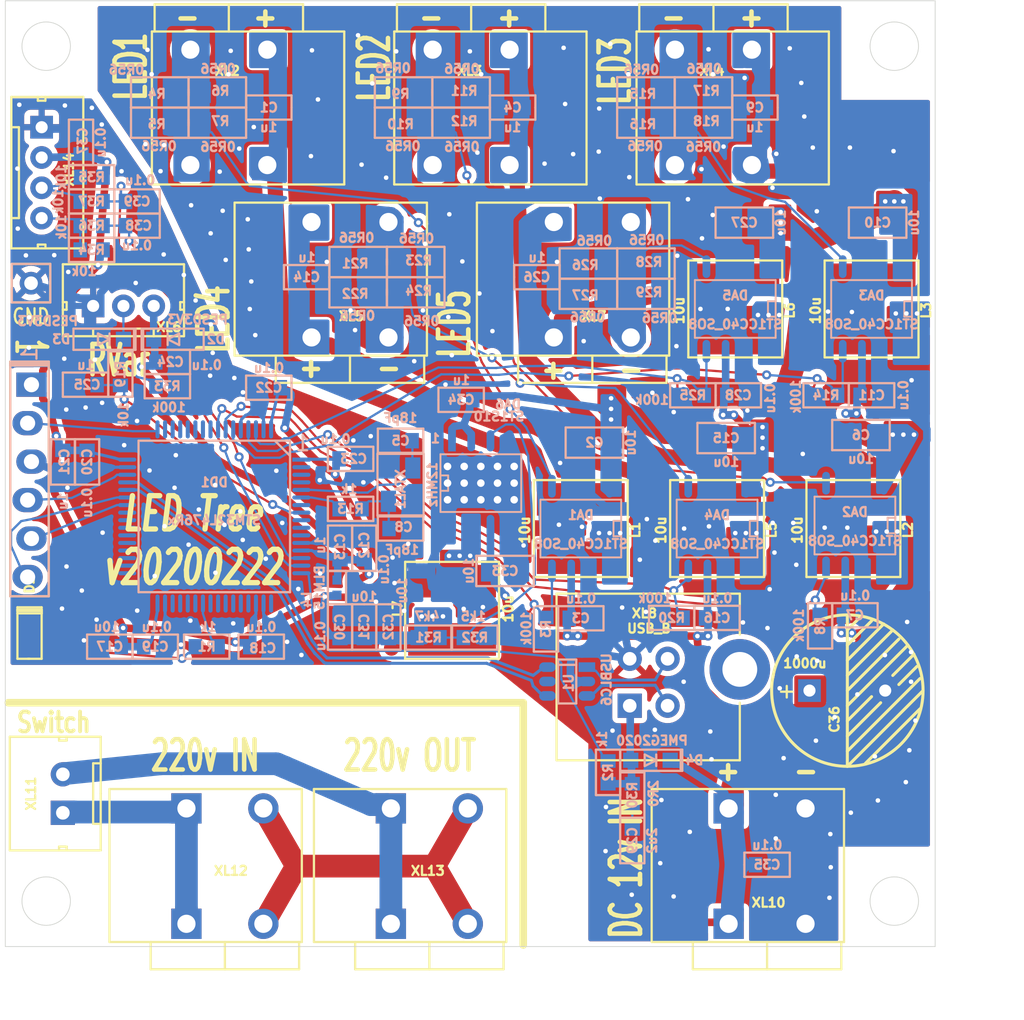
<source format=kicad_pcb>
(kicad_pcb (version 20200104) (host pcbnew "(5.99.0-820-g4f8293938)")
  (layers (0 "F.Cu" signal) (31 "B.Cu" signal hide) (36 "B.SilkS" user hide) (37 "F.SilkS" user) (38 "B.Mask" user hide) (39 "F.Mask" user hide) (44 "Edge.Cuts" user))
  (net 0 "")
  (net 1 "GNDPWR")
  (net 2 "PwrUnst")
  (net 3 "GND")
  (net 4 "Net-(C5-Pad1)")
  (net 5 "Net-(C8-Pad1)")
  (net 6 "/VDDA")
  (net 7 "+3v3")
  (net 8 "/Resistor")
  (net 9 "Net-(C29-Pad1)")
  (net 10 "Net-(D1-PadA)")
  (net 11 "Net-(D3-PadC)")
  (net 12 "/5V_USB")
  (net 13 "/LED_CTRL1")
  (net 14 "/LED_CTRL2")
  (net 15 "/LED_CTRL3")
  (net 16 "/LED_CTRL4")
  (net 17 "/LED_CTRL5")
  (net 18 "Net-(DA6-Pad3)")
  (net 19 "/SWCLK")
  (net 20 "/SWDIO")
  (net 21 "/USB_D+")
  (net 22 "/USB_D-")
  (net 23 "/UART_RX")
  (net 24 "/UART_TX")
  (net 25 "Net-(DD1-Pad26)")
  (net 26 "Net-(DD1-Pad16)")
  (net 27 "Net-(DD1-Pad6)")
  (net 28 "/DIN+")
  (net 29 "/DIN-")
  (net 30 "/HV2")
  (net 31 "/HV1")
  (net 32 "/HV3")
  (net 33 "/ENC_A")
  (net 34 "/ENC_B")
  (net 35 "Net-(R34-Pad2)")
  (net 36 "Net-(R35-Pad2)")
  (net 37 "/NL1")
  (net 38 "/NL2")
  (net 39 "/NL3")
  (net 40 "/NL4")
  (net 41 "/NL5")
  (net 42 "/NL7")
  (net 43 "/FB1")
  (net 44 "/FB2")
  (net 45 "/FB3")
  (net 46 "/FB4")
  (net 47 "/FB5")
  (net 48 "/LD1")
  (net 49 "/LD2")
  (net 50 "/LD3")
  (net 51 "/LD4")
  (net 52 "/LD5")
  (module "PCB:FuseShorted" (layer "B.Cu") (at 145.8 98.8 180)
    (fp_text reference "F1" hide)
    (fp_text value "Fuse0R" hide)
    (fp_line (start -0.1 0) (end 0.1 0) (layer "B.Cu") (width 1))
    (pad "1" smd rect (at -0.5 0 180) (size 0.8 1) (layers "B.Cu") (net 1 "GNDPWR"))
    (pad "2" smd rect (at 0.5 0 180) (size 0.8 1) (layers "B.Cu") (net 3 "GND"))
  )
  (module "Connectors:WB-03(MW-3M)" (layer "F.Cu") (at 126.1 81.3)
    (fp_text reference "XL6" (at 3 1.4) (layer "F.SilkS") (effects (font (size 0.6 0.6))))
    (fp_text value "CONN_3" hide)
    (pad "3" thru_hole circle (at 2 0) (size 1.5 1.5) (drill 0.8) (layers *.Cu *.Mask) (net 6 "/VDDA"))
    (pad "2" thru_hole circle (at 0 0) (size 1.5 1.5) (drill 0.8) (layers *.Cu *.Mask) (net 11 "Net-(D3-PadC)"))
    (pad "1" thru_hole rect (at -2 0) (size 1.5 1.5) (drill 0.8) (layers *.Cu *.Mask) (net 3 "GND") (thermal_gap 0.4))
  )
  (module "Connectors:USB_B_Vertical_1JF" (layer "F.Cu") (at 166.8 105.3 180)
    (fp_text reference "XL8" (at 6.3 3.7) (layer "F.SilkS") (effects (font (size 0.6 0.6))))
    (fp_text value "USB_B" (at 6 2.7) (layer "F.SilkS") (effects (font (size 0.6 0.6))))
    (pad "4" thru_hole circle (at 7.27 0.7 180) (size 1.6 1.6) (drill 0.9) (layers *.Cu *.Mask) (net 1 "GNDPWR") (thermal_gap 0.5))
    (pad "3" thru_hole circle (at 4.77 0.7 180) (size 1.6 1.6) (drill 0.9) (layers *.Cu *.Mask) (net 28 "/DIN+"))
    (pad "2" thru_hole circle (at 4.77 -2.4 180) (size 1.6 1.6) (drill 0.9) (layers *.Cu *.Mask) (net 29 "/DIN-"))
    (pad "1" thru_hole rect (at 7.27 -2.4 180) (size 1.6 1.6) (drill 0.9) (layers *.Cu *.Mask) (net 12 "/5V_USB"))
    (pad "SHLD" thru_hole circle (at 0 0 180) (size 4 4) (drill 2.3) (layers *.Cu *.Mask))
  )
  (module "Inductors:SDR0604" (layer "F.Cu") (at 147.8 101.4 90)
    (fp_text reference "L7" (at 0.1 -3.6 90) (layer "F.SilkS") (effects (font (size 0.59944 0.59944) (thickness 0.14986))))
    (fp_text value "10u" (at 0.1 3.7 90) (layer "F.SilkS") (effects (font (size 0.635 0.635) (thickness 0.16002))))
    (pad "2" smd rect (at 1.92532 0 90) (size 2.14884 5.79882) (layers "F.Cu" "F.Paste" "F.Mask") (net 42 "/NL7"))
    (pad "1" smd rect (at -1.92532 0 90) (size 2.14884 5.79882) (layers "F.Cu" "F.Paste" "F.Mask") (net 7 "+3v3"))
  )
  (module "Inductors:SDR0604" (layer "F.Cu") (at 166.5 81.5 -90)
    (fp_text reference "L6" (at 0.1 -3.6 90) (layer "F.SilkS") (effects (font (size 0.59944 0.59944) (thickness 0.14986))))
    (fp_text value "10u" (at 0.1 3.7 90) (layer "F.SilkS") (effects (font (size 0.635 0.635) (thickness 0.16002))))
    (pad "2" smd rect (at 1.92532 0 270) (size 2.14884 5.79882) (layers "F.Cu" "F.Paste" "F.Mask") (net 41 "/NL5"))
    (pad "1" smd rect (at -1.92532 0 270) (size 2.14884 5.79882) (layers "F.Cu" "F.Paste" "F.Mask") (net 52 "/LD5"))
  )
  (module "Inductors:SDR0604" (layer "F.Cu") (at 165.3 96 -90)
    (fp_text reference "L5" (at 0.1 -3.6 90) (layer "F.SilkS") (effects (font (size 0.59944 0.59944) (thickness 0.14986))))
    (fp_text value "10u" (at 0.1 3.7 90) (layer "F.SilkS") (effects (font (size 0.635 0.635) (thickness 0.16002))))
    (pad "2" smd rect (at 1.92532 0 270) (size 2.14884 5.79882) (layers "F.Cu" "F.Paste" "F.Mask") (net 40 "/NL4"))
    (pad "1" smd rect (at -1.92532 0 270) (size 2.14884 5.79882) (layers "F.Cu" "F.Paste" "F.Mask") (net 51 "/LD4"))
  )
  (module "Inductors:SDR0604" (layer "F.Cu") (at 175.5 81.5 -90)
    (fp_text reference "L3" (at 0.1 -3.6 90) (layer "F.SilkS") (effects (font (size 0.59944 0.59944) (thickness 0.14986))))
    (fp_text value "10u" (at 0.1 3.7 90) (layer "F.SilkS") (effects (font (size 0.635 0.635) (thickness 0.16002))))
    (pad "2" smd rect (at 1.92532 0 270) (size 2.14884 5.79882) (layers "F.Cu" "F.Paste" "F.Mask") (net 39 "/NL3"))
    (pad "1" smd rect (at -1.92532 0 270) (size 2.14884 5.79882) (layers "F.Cu" "F.Paste" "F.Mask") (net 50 "/LD3"))
  )
  (module "Inductors:SDR0604" (layer "F.Cu") (at 174.3 96 -90)
    (fp_text reference "L2" (at 0.1 -3.6 90) (layer "F.SilkS") (effects (font (size 0.59944 0.59944) (thickness 0.14986))))
    (fp_text value "10u" (at 0.1 3.7 90) (layer "F.SilkS") (effects (font (size 0.635 0.635) (thickness 0.16002))))
    (pad "2" smd rect (at 1.92532 0 270) (size 2.14884 5.79882) (layers "F.Cu" "F.Paste" "F.Mask") (net 38 "/NL2"))
    (pad "1" smd rect (at -1.92532 0 270) (size 2.14884 5.79882) (layers "F.Cu" "F.Paste" "F.Mask") (net 49 "/LD2"))
  )
  (module "Inductors:SDR0604" (layer "F.Cu") (at 156.3 96 -90)
    (fp_text reference "L1" (at 0.1 -3.6 90) (layer "F.SilkS") (effects (font (size 0.59944 0.59944) (thickness 0.14986))))
    (fp_text value "10u" (at 0.1 3.7 90) (layer "F.SilkS") (effects (font (size 0.635 0.635) (thickness 0.16002))))
    (pad "2" smd rect (at 1.92532 0 270) (size 2.14884 5.79882) (layers "F.Cu" "F.Paste" "F.Mask") (net 37 "/NL1"))
    (pad "1" smd rect (at -1.92532 0 270) (size 2.14884 5.79882) (layers "F.Cu" "F.Paste" "F.Mask") (net 48 "/LD1"))
  )
  (module "Connectors:WB-04(MW-4M)" (layer "F.Cu") (at 120.7 72.5 -90)
    (fp_text reference "XL14" (at -0.2 -1.8 90) (layer "F.SilkS") (effects (font (size 0.6 0.6))))
    (fp_text value "CONN_4" hide)
    (pad "4" thru_hole circle (at 3 0 270) (size 1.5 1.5) (drill 0.8) (layers *.Cu *.Mask) (net 35 "Net-(R34-Pad2)"))
    (pad "3" thru_hole circle (at 1 0 270) (size 1.5 1.5) (drill 0.8) (layers *.Cu *.Mask) (net 36 "Net-(R35-Pad2)"))
    (pad "2" thru_hole circle (at -1 0 270) (size 1.5 1.5) (drill 0.8) (layers *.Cu *.Mask) (net 7 "+3v3"))
    (pad "1" thru_hole rect (at -3 0 270) (size 1.5 1.5) (drill 0.8) (layers *.Cu *.Mask) (net 3 "GND") (thermal_gap 0.4))
  )
  (module "Resistors:RES_0603" (layer "B.Cu") (at 124 74.4 180)
    (fp_text reference "R37" (at 0 0) (layer "B.SilkS") (effects (font (size 0.6 0.6)) (justify mirror)))
    (fp_text value "10k" (at 2.2 0 90) (layer "B.SilkS") (effects (font (size 0.6 0.6)) (justify mirror)))
    (pad "1" smd rect (at -0.75 0 180) (size 0.9 1) (layers "B.Cu" "B.Paste" "B.Mask") (net 34 "/ENC_B"))
    (pad "2" smd rect (at 0.75 0 180) (size 0.9 1) (layers "B.Cu" "B.Paste" "B.Mask") (net 36 "Net-(R35-Pad2)"))
  )
  (module "Resistors:RES_0603" (layer "B.Cu") (at 124 76 180)
    (fp_text reference "R36" (at 0 0) (layer "B.SilkS") (effects (font (size 0.6 0.6)) (justify mirror)))
    (fp_text value "10k" (at 2 -0.1 90) (layer "B.SilkS") (effects (font (size 0.6 0.6)) (justify mirror)))
    (pad "1" smd rect (at -0.75 0 180) (size 0.9 1) (layers "B.Cu" "B.Paste" "B.Mask") (net 33 "/ENC_A"))
    (pad "2" smd rect (at 0.75 0 180) (size 0.9 1) (layers "B.Cu" "B.Paste" "B.Mask") (net 35 "Net-(R34-Pad2)"))
  )
  (module "Resistors:RES_0603" (layer "B.Cu") (at 124 72.8 180)
    (fp_text reference "R35" (at 0 0) (layer "B.SilkS") (effects (font (size 0.6 0.6)) (justify mirror)))
    (fp_text value "10k" (at 2 0 90) (layer "B.SilkS") (effects (font (size 0.6 0.6)) (justify mirror)))
    (pad "1" smd rect (at -0.75 0 180) (size 0.9 1) (layers "B.Cu" "B.Paste" "B.Mask") (net 7 "+3v3"))
    (pad "2" smd rect (at 0.75 0 180) (size 0.9 1) (layers "B.Cu" "B.Paste" "B.Mask") (net 36 "Net-(R35-Pad2)"))
  )
  (module "Resistors:RES_0603" (layer "B.Cu") (at 124 77.6 180)
    (fp_text reference "R34" (at 0 0) (layer "B.SilkS") (effects (font (size 0.6 0.6)) (justify mirror)))
    (fp_text value "10k" (at 0.5 -1.4) (layer "B.SilkS") (effects (font (size 0.6 0.6)) (justify mirror)))
    (pad "1" smd rect (at -0.75 0 180) (size 0.9 1) (layers "B.Cu" "B.Paste" "B.Mask") (net 7 "+3v3"))
    (pad "2" smd rect (at 0.75 0 180) (size 0.9 1) (layers "B.Cu" "B.Paste" "B.Mask") (net 35 "Net-(R34-Pad2)"))
  )
  (module "Capacitors:CAP_0603" (layer "B.Cu") (at 127 74.4 180)
    (fp_text reference "C39" (at 0 0) (layer "B.SilkS") (effects (font (size 0.6 0.6)) (justify mirror)))
    (fp_text value "0.1u" (at -0.2 1.4) (layer "B.SilkS") (effects (font (size 0.6 0.6)) (justify mirror)))
    (pad "2" smd rect (at 0.762 0 180) (size 0.889 1.016) (layers "B.Cu" "B.Paste" "B.Mask") (net 34 "/ENC_B"))
    (pad "1" smd rect (at -0.762 0 180) (size 0.889 1.016) (layers "B.Cu" "B.Paste" "B.Mask") (net 3 "GND"))
  )
  (module "Capacitors:CAP_0603" (layer "B.Cu") (at 127 76 180)
    (fp_text reference "C38" (at -0.1 0) (layer "B.SilkS") (effects (font (size 0.6 0.6)) (justify mirror)))
    (fp_text value "0.1u" (at 0.011396 -1.303049) (layer "B.SilkS") (effects (font (size 0.6 0.6)) (justify mirror)))
    (pad "2" smd rect (at 0.762 0 180) (size 0.889 1.016) (layers "B.Cu" "B.Paste" "B.Mask") (net 33 "/ENC_A"))
    (pad "1" smd rect (at -0.762 0 180) (size 0.889 1.016) (layers "B.Cu" "B.Paste" "B.Mask") (net 3 "GND"))
  )
  (module "Capacitors:CAP_0603" (layer "B.Cu") (at 123.3 70.5 -90)
    (fp_text reference "C37" (at -0.1 -0.1 90) (layer "B.SilkS") (effects (font (size 0.6 0.6)) (justify mirror)))
    (fp_text value "0.1u" (at 0.011396 -1.303049 90) (layer "B.SilkS") (effects (font (size 0.6 0.6)) (justify mirror)))
    (pad "2" smd rect (at 0.762 0 270) (size 0.889 1.016) (layers "B.Cu" "B.Paste" "B.Mask") (net 7 "+3v3"))
    (pad "1" smd rect (at -0.762 0 270) (size 0.889 1.016) (layers "B.Cu" "B.Paste" "B.Mask") (net 3 "GND"))
  )
  (module "Resistors:RES_0603" (layer "B.Cu") (at 129 86.6)
    (fp_text reference "R33" (at 0 0) (layer "B.SilkS") (effects (font (size 0.6 0.6)) (justify mirror)))
    (fp_text value "100k" (at 0.1 1.4) (layer "B.SilkS") (effects (font (size 0.6 0.6)) (justify mirror)))
    (pad "1" smd rect (at -0.75 0) (size 0.9 1) (layers "B.Cu" "B.Paste" "B.Mask") (net 11 "Net-(D3-PadC)"))
    (pad "2" smd rect (at 0.75 0) (size 0.9 1) (layers "B.Cu" "B.Paste" "B.Mask") (net 3 "GND"))
  )
  (module "Capacitors:CAP_0603_Silks" (layer "B.Cu") (at 143.6 102.5 -90)
    (fp_text reference "C32" (at 0 0 90) (layer "B.SilkS") (effects (font (size 0.6 0.6)) (justify mirror)))
    (fp_text value "10u" (at -2.4 -0.9 90) (layer "B.SilkS") (effects (font (size 0.6 0.6)) (justify mirror)))
    (pad "2" smd rect (at 0.762 0 270) (size 0.889 1.016) (layers "B.Cu" "B.Paste" "B.Mask") (net 7 "+3v3"))
    (pad "1" smd rect (at -0.762 0 270) (size 0.889 1.016) (layers "B.Cu" "B.Paste" "B.Mask") (net 3 "GND"))
  )
  (module "Capacitors:CAP_0603_Silks" (layer "B.Cu") (at 142 102.5 -90)
    (fp_text reference "C31" (at 0 0 90) (layer "B.SilkS") (effects (font (size 0.6 0.6)) (justify mirror)))
    (fp_text value "10u" (at -2 0 180) (layer "B.SilkS") (effects (font (size 0.6 0.6)) (justify mirror)))
    (pad "2" smd rect (at 0.762 0 270) (size 0.889 1.016) (layers "B.Cu" "B.Paste" "B.Mask") (net 7 "+3v3"))
    (pad "1" smd rect (at -0.762 0 270) (size 0.889 1.016) (layers "B.Cu" "B.Paste" "B.Mask") (net 3 "GND"))
  )
  (module "Quartz:03225C4" (layer "B.Cu") (at 144.4 93.1 -90)
    (fp_text reference "XTAL1" (at 0.3 0 90) (layer "B.SilkS") (effects (font (size 0.59944 0.59944) (thickness 0.14986)) (justify mirror)))
    (fp_text value "12MHz" (at 0 -2.1 90) (layer "B.SilkS") (effects (font (size 0.59944 0.59944) (thickness 0.14986)) (justify mirror)))
    (pad "1" smd rect (at -1.1 -0.8 270) (size 1.4 1) (layers "B.Cu" "B.Paste" "B.Mask") (net 4 "Net-(C5-Pad1)"))
    (pad "H" smd rect (at 1.1 -0.8 270) (size 1.4 1) (layers "B.Cu" "B.Paste" "B.Mask") (net 3 "GND"))
    (pad "2" smd rect (at 1.1 0.8 270) (size 1.4 1) (layers "B.Cu" "B.Paste" "B.Mask") (net 5 "Net-(C8-Pad1)"))
    (pad "H" smd rect (at -1.1 0.8 270) (size 1.4 1) (layers "B.Cu" "B.Paste" "B.Mask") (net 3 "GND"))
  )
  (module "Connectors:XY122V-2" (layer "F.Cu") (at 146.3 122.1)
    (fp_text reference "XL13" (at -0.1 -3.5) (layer "F.SilkS") (effects (font (size 0.6 0.6))))
    (fp_text value "CONN_2" hide)
    (pad "1" thru_hole rect (at -2.54 -7.62) (size 2 2) (drill 1.2) (layers *.Cu *.Mask) (net 30 "/HV2"))
    (pad "2" thru_hole circle (at 2.54 -7.62) (size 2 2) (drill 1.2) (layers *.Cu *.Mask) (net 32 "/HV3"))
    (pad "2" thru_hole circle (at 2.54 0) (size 2 2) (drill 1.2) (layers *.Cu *.Mask) (net 32 "/HV3"))
    (pad "1" thru_hole rect (at -2.54 0) (size 2 2) (drill 1.2) (layers *.Cu *.Mask) (net 30 "/HV2"))
  )
  (module "Connectors:XY122V-2" (layer "F.Cu") (at 132.8 122.1)
    (fp_text reference "XL12" (at 0.4 -3.5) (layer "F.SilkS") (effects (font (size 0.6 0.6))))
    (fp_text value "CONN_2" hide)
    (pad "1" thru_hole rect (at -2.54 -7.62) (size 2 2) (drill 1.2) (layers *.Cu *.Mask) (net 31 "/HV1"))
    (pad "2" thru_hole circle (at 2.54 -7.62) (size 2 2) (drill 1.2) (layers *.Cu *.Mask) (net 32 "/HV3"))
    (pad "2" thru_hole circle (at 2.54 0) (size 2 2) (drill 1.2) (layers *.Cu *.Mask) (net 32 "/HV3"))
    (pad "1" thru_hole rect (at -2.54 0) (size 2 2) (drill 1.2) (layers *.Cu *.Mask) (net 31 "/HV1"))
  )
  (module "Connectors:W02_Pitch_2d54" (layer "F.Cu") (at 122.1 113.5 90)
    (fp_text reference "XL11" (at 0 -2.1 90) (layer "F.SilkS") (effects (font (size 0.6 0.6))))
    (fp_text value "CONN_2" hide)
    (pad "2" thru_hole circle (at 1.27 0 90) (size 1.6 1.6) (drill 0.9) (layers *.Cu *.Mask) (net 30 "/HV2"))
    (pad "1" thru_hole rect (at -1.27 0 90) (size 1.6 1.6) (drill 0.9) (layers *.Cu *.Mask) (net 31 "/HV1"))
  )
  (module "Connectors:XY122V-2" (layer "F.Cu") (at 168.6 122.1)
    (fp_text reference "XL10" (at 0.1 -1.4) (layer "F.SilkS") (effects (font (size 0.6 0.6))))
    (fp_text value "CONN_2" hide)
    (pad "1" thru_hole rect (at -2.54 -7.62) (size 2 2) (drill 1.2) (layers *.Cu *.Mask) (net 2 "PwrUnst"))
    (pad "2" thru_hole circle (at 2.54 -7.62) (size 2 2) (drill 1.2) (layers *.Cu *.Mask) (net 1 "GNDPWR"))
    (pad "2" thru_hole circle (at 2.54 0) (size 2 2) (drill 1.2) (layers *.Cu *.Mask) (net 1 "GNDPWR"))
    (pad "1" thru_hole rect (at -2.54 0) (size 2 2) (drill 1.2) (layers *.Cu *.Mask) (net 2 "PwrUnst"))
  )
  (module "Connectors:PLS-1Rnd" (layer "F.Cu") (at 120 79.8)
    (fp_text reference "XL9" hide)
    (fp_text value "CONN_1" hide)
    (pad "1" thru_hole circle (at 0 0) (size 1.5 1.5) (drill 0.9) (layers *.Cu *.Mask) (net 3 "GND") (thermal_gap 0.4))
  )
  (module "Connectors:XY122V-2" (layer "F.Cu") (at 157.06 83.38)
    (fp_text reference "XL7" (at 0.1 -1.4) (layer "F.SilkS") (effects (font (size 0.6 0.6))))
    (fp_text value "CONN_2" hide)
    (pad "1" thru_hole rect (at -2.54 -7.62) (size 2 2) (drill 1.2) (layers *.Cu *.Mask) (net 52 "/LD5"))
    (pad "2" thru_hole circle (at 2.54 -7.62) (size 2 2) (drill 1.2) (layers *.Cu *.Mask) (net 47 "/FB5"))
    (pad "2" thru_hole circle (at 2.54 0) (size 2 2) (drill 1.2) (layers *.Cu *.Mask) (net 47 "/FB5"))
    (pad "1" thru_hole rect (at -2.54 0) (size 2 2) (drill 1.2) (layers *.Cu *.Mask) (net 52 "/LD5"))
  )
  (module "Connectors:XY122V-2" (layer "F.Cu") (at 141.06 83.38)
    (fp_text reference "XL5" (at 0.1 -1.4) (layer "F.SilkS") (effects (font (size 0.6 0.6))))
    (fp_text value "CONN_2" hide)
    (pad "1" thru_hole rect (at -2.54 -7.62) (size 2 2) (drill 1.2) (layers *.Cu *.Mask) (net 51 "/LD4"))
    (pad "2" thru_hole circle (at 2.54 -7.62) (size 2 2) (drill 1.2) (layers *.Cu *.Mask) (net 46 "/FB4"))
    (pad "2" thru_hole circle (at 2.54 0) (size 2 2) (drill 1.2) (layers *.Cu *.Mask) (net 46 "/FB4"))
    (pad "1" thru_hole rect (at -2.54 0) (size 2 2) (drill 1.2) (layers *.Cu *.Mask) (net 51 "/LD4"))
  )
  (module "Connectors:XY122V-2" (layer "F.Cu") (at 165.06 64.38 180)
    (fp_text reference "XL4" (at 0.1 -1.4) (layer "F.SilkS") (effects (font (size 0.6 0.6))))
    (fp_text value "CONN_2" hide)
    (pad "1" thru_hole rect (at -2.54 -7.62 180) (size 2 2) (drill 1.2) (layers *.Cu *.Mask) (net 50 "/LD3"))
    (pad "2" thru_hole circle (at 2.54 -7.62 180) (size 2 2) (drill 1.2) (layers *.Cu *.Mask) (net 45 "/FB3"))
    (pad "2" thru_hole circle (at 2.54 0 180) (size 2 2) (drill 1.2) (layers *.Cu *.Mask) (net 45 "/FB3"))
    (pad "1" thru_hole rect (at -2.54 0 180) (size 2 2) (drill 1.2) (layers *.Cu *.Mask) (net 50 "/LD3"))
  )
  (module "Connectors:XY122V-2" (layer "F.Cu") (at 149.06 64.38 180)
    (fp_text reference "XL3" (at 0.1 -1.4) (layer "F.SilkS") (effects (font (size 0.6 0.6))))
    (fp_text value "CONN_2" hide)
    (pad "1" thru_hole rect (at -2.54 -7.62 180) (size 2 2) (drill 1.2) (layers *.Cu *.Mask) (net 49 "/LD2"))
    (pad "2" thru_hole circle (at 2.54 -7.62 180) (size 2 2) (drill 1.2) (layers *.Cu *.Mask) (net 44 "/FB2"))
    (pad "2" thru_hole circle (at 2.54 0 180) (size 2 2) (drill 1.2) (layers *.Cu *.Mask) (net 44 "/FB2"))
    (pad "1" thru_hole rect (at -2.54 0 180) (size 2 2) (drill 1.2) (layers *.Cu *.Mask) (net 49 "/LD2"))
  )
  (module "Connectors:XY122V-2" (layer "F.Cu") (at 133.06 64.38 180)
    (fp_text reference "XL2" (at 0.1 -1.4) (layer "F.SilkS") (effects (font (size 0.6 0.6))))
    (fp_text value "CONN_2" hide)
    (pad "1" thru_hole rect (at -2.54 -7.62 180) (size 2 2) (drill 1.2) (layers *.Cu *.Mask) (net 48 "/LD1"))
    (pad "2" thru_hole circle (at 2.54 -7.62 180) (size 2 2) (drill 1.2) (layers *.Cu *.Mask) (net 43 "/FB1"))
    (pad "2" thru_hole circle (at 2.54 0 180) (size 2 2) (drill 1.2) (layers *.Cu *.Mask) (net 43 "/FB1"))
    (pad "1" thru_hole rect (at -2.54 0 180) (size 2 2) (drill 1.2) (layers *.Cu *.Mask) (net 48 "/LD1"))
  )
  (module "Connectors:PLS-6_LOCK" (layer "B.Cu") (at 119.9 86.5 -90)
    (fp_text reference "XL1" hide)
    (fp_text value "CONN_6" hide)
    (fp_text user "1" (at -2 0 -270) (layer "B.SilkS") (effects (justify mirror)))
    (pad "1" thru_hole rect (at 0 -0.127 270) (size 1.6 2) (drill 1) (layers *.Cu *.Mask) (net 7 "+3v3"))
    (pad "2" thru_hole oval (at 2.54 0.127 270) (size 1.6 2) (drill 1) (layers *.Cu *.Mask) (net 19 "/SWCLK"))
    (pad "3" thru_hole oval (at 5.08 -0.127 270) (size 1.6 2) (drill 1) (layers *.Cu *.Mask) (net 3 "GND") (thermal_gap 0.4))
    (pad "4" thru_hole oval (at 7.62 0.127 270) (size 1.6 2) (drill 1) (layers *.Cu *.Mask) (net 20 "/SWDIO"))
    (pad "5" thru_hole oval (at 10.16 -0.127 270) (size 1.6 2) (drill 1) (layers *.Cu *.Mask) (net 24 "/UART_TX"))
    (pad "6" thru_hole oval (at 12.7 0.127 270) (size 1.6 2) (drill 1) (layers *.Cu *.Mask) (net 23 "/UART_RX"))
  )
  (module "SOT:SOT23-6" (layer "B.Cu") (at 155.4 106.1 -90)
    (fp_text reference "U1" (at 0.1 -0.1 90) (layer "B.SilkS") (effects (font (size 0.6 0.6)) (justify mirror)))
    (fp_text value "USBLC6" (at -0.127 -2.6 90) (layer "B.SilkS") (effects (font (size 0.6 0.6)) (justify mirror)))
    (pad "6" smd oval (at -0.94996 1.30048 270) (size 0.635 1.09982) (layers "B.Cu" "B.Paste" "B.Mask") (net 21 "/USB_D+"))
    (pad "5" smd oval (at 0 1.30048 270) (size 0.635 1.09982) (layers "B.Cu" "B.Paste" "B.Mask"))
    (pad "4" smd oval (at 0.94996 1.30048 270) (size 0.635 1.09982) (layers "B.Cu" "B.Paste" "B.Mask") (net 22 "/USB_D-"))
    (pad "3" smd oval (at 0.94996 -1.30048 270) (size 0.635 1.09982) (layers "B.Cu" "B.Paste" "B.Mask") (net 29 "/DIN-"))
    (pad "2" smd oval (at 0 -1.30048 270) (size 0.635 1.09982) (layers "B.Cu" "B.Paste" "B.Mask") (net 1 "GNDPWR"))
    (pad "1" smd rect (at -0.94996 -1.30048 270) (size 0.635 1.09982) (layers "B.Cu" "B.Paste" "B.Mask") (net 28 "/DIN+"))
  )
  (module "PCB:TESTPOINT_1MM" (layer "F.Cu") (at 158 122)
    (fp_text reference "TP10" hide)
    (fp_text value "TESTPOINT" hide)
    (pad "1" smd circle (at 0 0) (size 1 1) (layers "F.Cu" "F.Mask") (net 2 "PwrUnst"))
  )
  (module "PCB:TESTPOINT_1MM" (layer "F.Cu") (at 143.8 103.9)
    (fp_text reference "TP9" hide)
    (fp_text value "TESTPOINT" hide)
    (pad "1" smd circle (at 0 0) (size 1 1) (layers "F.Cu" "F.Mask") (net 7 "+3v3"))
  )
  (module "PCB:TESTPOINT_1MM" (layer "F.Cu") (at 125.9 88.4)
    (fp_text reference "TP7" hide)
    (fp_text value "TESTPOINT" hide)
    (pad "1" smd circle (at 0 0) (size 1 1) (layers "F.Cu" "F.Mask") (net 8 "/Resistor"))
  )
  (module "PCB:TESTPOINT_1MM" (layer "F.Cu") (at 141.4 99.5)
    (fp_text reference "TP6" hide)
    (fp_text value "TESTPOINT" hide)
    (pad "1" smd circle (at 0 0) (size 1 1) (layers "F.Cu" "F.Mask") (net 6 "/VDDA"))
  )
  (module "PCB:TESTPOINT_1MM" (layer "F.Cu") (at 162.7 87.2)
    (fp_text reference "TP5" hide)
    (fp_text value "TESTPOINT" hide)
    (pad "1" smd circle (at 0 0) (size 1 1) (layers "F.Cu" "F.Mask") (net 17 "/LED_CTRL5"))
  )
  (module "PCB:TESTPOINT_1MM" (layer "F.Cu") (at 161.3 99.7)
    (fp_text reference "TP4" hide)
    (fp_text value "TESTPOINT" hide)
    (pad "1" smd circle (at 0 0) (size 1 1) (layers "F.Cu" "F.Mask") (net 16 "/LED_CTRL4"))
  )
  (module "PCB:TESTPOINT_1MM" (layer "F.Cu") (at 171.5 87.1)
    (fp_text reference "TP3" hide)
    (fp_text value "TESTPOINT" hide)
    (pad "1" smd circle (at 0 0) (size 1 1) (layers "F.Cu" "F.Mask") (net 15 "/LED_CTRL3"))
  )
  (module "PCB:TESTPOINT_1MM" (layer "F.Cu") (at 170.1 101.5)
    (fp_text reference "TP2" hide)
    (fp_text value "TESTPOINT" hide)
    (pad "1" smd circle (at 0 0) (size 1 1) (layers "F.Cu" "F.Mask") (net 14 "/LED_CTRL2"))
  )
  (module "PCB:TESTPOINT_1MM" (layer "F.Cu") (at 152.7 101.9)
    (fp_text reference "TP1" hide)
    (fp_text value "TESTPOINT" hide)
    (pad "1" smd circle (at 0 0) (size 1 1) (layers "F.Cu" "F.Mask") (net 13 "/LED_CTRL1"))
  )
  (module "Resistors:RES_0603" (layer "B.Cu") (at 149.3 103.2)
    (fp_text reference "R32" (at 0 0) (layer "B.SilkS") (effects (font (size 0.6 0.6)) (justify mirror)))
    (fp_text value "1k5" (at -0.1 -1.4) (layer "B.SilkS") (effects (font (size 0.6 0.6)) (justify mirror)))
    (pad "1" smd rect (at -0.75 0) (size 0.9 1) (layers "B.Cu" "B.Paste" "B.Mask") (net 18 "Net-(DA6-Pad3)"))
    (pad "2" smd rect (at 0.75 0) (size 0.9 1) (layers "B.Cu" "B.Paste" "B.Mask") (net 1 "GNDPWR"))
  )
  (module "Resistors:RES_0603" (layer "B.Cu") (at 146.25 103.2)
    (fp_text reference "R31" (at 0 0) (layer "B.SilkS") (effects (font (size 0.6 0.6)) (justify mirror)))
    (fp_text value "4k7" (at -0.1 -1.4) (layer "B.SilkS") (effects (font (size 0.6 0.6)) (justify mirror)))
    (pad "1" smd rect (at -0.75 0) (size 0.9 1) (layers "B.Cu" "B.Paste" "B.Mask") (net 7 "+3v3"))
    (pad "2" smd rect (at 0.75 0) (size 0.9 1) (layers "B.Cu" "B.Paste" "B.Mask") (net 18 "Net-(DA6-Pad3)"))
  )
  (module "Resistors:RES_0603" (layer "B.Cu") (at 159.7 113.6 -90)
    (fp_text reference "R30" (at 0 0 90) (layer "B.SilkS") (effects (font (size 0.6 0.6)) (justify mirror)))
    (fp_text value "2R0" (at -0.1 -1.4 90) (layer "B.SilkS") (effects (font (size 0.6 0.6)) (justify mirror)))
    (pad "1" smd rect (at -0.75 0 270) (size 0.9 1) (layers "B.Cu" "B.Paste" "B.Mask") (net 12 "/5V_USB"))
    (pad "2" smd rect (at 0.75 0 270) (size 0.9 1) (layers "B.Cu" "B.Paste" "B.Mask") (net 9 "Net-(C29-Pad1)"))
  )
  (module "Resistors:RES_0805" (layer "B.Cu") (at 160.6 80.5)
    (fp_text reference "R29" (at 0.2 -0.1) (layer "B.SilkS") (effects (font (size 0.6 0.6)) (justify mirror)))
    (fp_text value "0R56" (at 0.9 1.6) (layer "B.SilkS") (effects (font (size 0.6 0.6)) (justify mirror)))
    (pad "2" smd rect (at 1 0) (size 1.14 1.4) (layers "B.Cu" "B.Paste" "B.Mask") (net 1 "GNDPWR"))
    (pad "1" smd rect (at -1 0) (size 1.14 1.4) (layers "B.Cu" "B.Paste" "B.Mask") (net 47 "/FB5"))
  )
  (module "Resistors:RES_0805" (layer "B.Cu") (at 160.6 78.5)
    (fp_text reference "R28" (at 0.2 -0.1) (layer "B.SilkS") (effects (font (size 0.6 0.6)) (justify mirror)))
    (fp_text value "0R56" (at 0.05 -1.55) (layer "B.SilkS") (effects (font (size 0.6 0.6)) (justify mirror)))
    (pad "2" smd rect (at 1 0) (size 1.14 1.4) (layers "B.Cu" "B.Paste" "B.Mask") (net 1 "GNDPWR"))
    (pad "1" smd rect (at -1 0) (size 1.14 1.4) (layers "B.Cu" "B.Paste" "B.Mask") (net 47 "/FB5"))
  )
  (module "Resistors:RES_0805" (layer "B.Cu") (at 156.8 80.5 180)
    (fp_text reference "R27" (at 0.2 -0.1) (layer "B.SilkS") (effects (font (size 0.6 0.6)) (justify mirror)))
    (fp_text value "0R56" (at 0.05 -1.55) (layer "B.SilkS") (effects (font (size 0.6 0.6)) (justify mirror)))
    (pad "2" smd rect (at 1 0 180) (size 1.14 1.4) (layers "B.Cu" "B.Paste" "B.Mask") (net 1 "GNDPWR"))
    (pad "1" smd rect (at -1 0 180) (size 1.14 1.4) (layers "B.Cu" "B.Paste" "B.Mask") (net 47 "/FB5"))
  )
  (module "Resistors:RES_0805" (layer "B.Cu") (at 156.8 78.5 180)
    (fp_text reference "R26" (at 0.2 -0.1) (layer "B.SilkS") (effects (font (size 0.6 0.6)) (justify mirror)))
    (fp_text value "0R56" (at -0.4 1.5) (layer "B.SilkS") (effects (font (size 0.6 0.6)) (justify mirror)))
    (pad "2" smd rect (at 1 0 180) (size 1.14 1.4) (layers "B.Cu" "B.Paste" "B.Mask") (net 1 "GNDPWR"))
    (pad "1" smd rect (at -1 0 180) (size 1.14 1.4) (layers "B.Cu" "B.Paste" "B.Mask") (net 47 "/FB5"))
  )
  (module "Resistors:RES_0603" (layer "B.Cu") (at 163.7 87.2 180)
    (fp_text reference "R25" (at 0 0) (layer "B.SilkS") (effects (font (size 0.6 0.6)) (justify mirror)))
    (fp_text value "100k" (at 2.7 -0.3) (layer "B.SilkS") (effects (font (size 0.6 0.6)) (justify mirror)))
    (pad "1" smd rect (at -0.75 0 180) (size 0.9 1) (layers "B.Cu" "B.Paste" "B.Mask") (net 17 "/LED_CTRL5"))
    (pad "2" smd rect (at 0.75 0 180) (size 0.9 1) (layers "B.Cu" "B.Paste" "B.Mask") (net 1 "GNDPWR"))
  )
  (module "Resistors:RES_0805" (layer "B.Cu") (at 145.4 80.4)
    (fp_text reference "R24" (at 0.2 -0.1) (layer "B.SilkS") (effects (font (size 0.6 0.6)) (justify mirror)))
    (fp_text value "0R56" (at 0.4 1.9) (layer "B.SilkS") (effects (font (size 0.6 0.6)) (justify mirror)))
    (pad "2" smd rect (at 1 0) (size 1.14 1.4) (layers "B.Cu" "B.Paste" "B.Mask") (net 1 "GNDPWR"))
    (pad "1" smd rect (at -1 0) (size 1.14 1.4) (layers "B.Cu" "B.Paste" "B.Mask") (net 46 "/FB4"))
  )
  (module "Resistors:RES_0805" (layer "B.Cu") (at 145.4 78.4)
    (fp_text reference "R23" (at 0.2 -0.1) (layer "B.SilkS") (effects (font (size 0.6 0.6)) (justify mirror)))
    (fp_text value "0R56" (at 0.05 -1.55) (layer "B.SilkS") (effects (font (size 0.6 0.6)) (justify mirror)))
    (pad "2" smd rect (at 1 0) (size 1.14 1.4) (layers "B.Cu" "B.Paste" "B.Mask") (net 1 "GNDPWR"))
    (pad "1" smd rect (at -1 0) (size 1.14 1.4) (layers "B.Cu" "B.Paste" "B.Mask") (net 46 "/FB4"))
  )
  (module "Resistors:RES_0805" (layer "B.Cu") (at 141.6 80.4 180)
    (fp_text reference "R22" (at 0.2 -0.1) (layer "B.SilkS") (effects (font (size 0.6 0.6)) (justify mirror)))
    (fp_text value "0R56" (at 0.05 -1.55) (layer "B.SilkS") (effects (font (size 0.6 0.6)) (justify mirror)))
    (pad "2" smd rect (at 1 0 180) (size 1.14 1.4) (layers "B.Cu" "B.Paste" "B.Mask") (net 1 "GNDPWR"))
    (pad "1" smd rect (at -1 0 180) (size 1.14 1.4) (layers "B.Cu" "B.Paste" "B.Mask") (net 46 "/FB4"))
  )
  (module "Resistors:RES_0805" (layer "B.Cu") (at 141.6 78.4 180)
    (fp_text reference "R21" (at 0.2 -0.1) (layer "B.SilkS") (effects (font (size 0.6 0.6)) (justify mirror)))
    (fp_text value "0R56" (at 0.1 1.6) (layer "B.SilkS") (effects (font (size 0.6 0.6)) (justify mirror)))
    (pad "2" smd rect (at 1 0 180) (size 1.14 1.4) (layers "B.Cu" "B.Paste" "B.Mask") (net 1 "GNDPWR"))
    (pad "1" smd rect (at -1 0 180) (size 1.14 1.4) (layers "B.Cu" "B.Paste" "B.Mask") (net 46 "/FB4"))
  )
  (module "Resistors:RES_0603" (layer "B.Cu") (at 162.3 101.9 180)
    (fp_text reference "R20" (at 0 0) (layer "B.SilkS") (effects (font (size 0.6 0.6)) (justify mirror)))
    (fp_text value "100k" (at 1.1 1.3) (layer "B.SilkS") (effects (font (size 0.6 0.6)) (justify mirror)))
    (pad "1" smd rect (at -0.75 0 180) (size 0.9 1) (layers "B.Cu" "B.Paste" "B.Mask") (net 16 "/LED_CTRL4"))
    (pad "2" smd rect (at 0.75 0 180) (size 0.9 1) (layers "B.Cu" "B.Paste" "B.Mask") (net 1 "GNDPWR"))
  )
  (module "Resistors:RES_0603" (layer "B.Cu") (at 125.9 85.8 -90)
    (fp_text reference "R19" (at 0 0 90) (layer "B.SilkS") (effects (font (size 0.6 0.6)) (justify mirror)))
    (fp_text value "10k" (at 2.7 -0.2 90) (layer "B.SilkS") (effects (font (size 0.6 0.6)) (justify mirror)))
    (pad "1" smd rect (at -0.75 0 270) (size 0.9 1) (layers "B.Cu" "B.Paste" "B.Mask") (net 11 "Net-(D3-PadC)"))
    (pad "2" smd rect (at 0.75 0 270) (size 0.9 1) (layers "B.Cu" "B.Paste" "B.Mask") (net 8 "/Resistor"))
  )
  (module "Resistors:RES_0805" (layer "B.Cu") (at 164.4 69.2)
    (fp_text reference "R18" (at 0.2 -0.1) (layer "B.SilkS") (effects (font (size 0.6 0.6)) (justify mirror)))
    (fp_text value "0R56" (at 0 1.6) (layer "B.SilkS") (effects (font (size 0.6 0.6)) (justify mirror)))
    (pad "2" smd rect (at 1 0) (size 1.14 1.4) (layers "B.Cu" "B.Paste" "B.Mask") (net 1 "GNDPWR"))
    (pad "1" smd rect (at -1 0) (size 1.14 1.4) (layers "B.Cu" "B.Paste" "B.Mask") (net 45 "/FB3"))
  )
  (module "Resistors:RES_0805" (layer "B.Cu") (at 164.4 67.2)
    (fp_text reference "R17" (at 0.2 -0.1) (layer "B.SilkS") (effects (font (size 0.6 0.6)) (justify mirror)))
    (fp_text value "0R56" (at 0.05 -1.55) (layer "B.SilkS") (effects (font (size 0.6 0.6)) (justify mirror)))
    (pad "2" smd rect (at 1 0) (size 1.14 1.4) (layers "B.Cu" "B.Paste" "B.Mask") (net 1 "GNDPWR"))
    (pad "1" smd rect (at -1 0) (size 1.14 1.4) (layers "B.Cu" "B.Paste" "B.Mask") (net 45 "/FB3"))
  )
  (module "Resistors:RES_0805" (layer "B.Cu") (at 160.6 69.2 180)
    (fp_text reference "R16" (at 0.2 -0.1) (layer "B.SilkS") (effects (font (size 0.6 0.6)) (justify mirror)))
    (fp_text value "0R56" (at 0.05 -1.55) (layer "B.SilkS") (effects (font (size 0.6 0.6)) (justify mirror)))
    (pad "2" smd rect (at 1 0 180) (size 1.14 1.4) (layers "B.Cu" "B.Paste" "B.Mask") (net 1 "GNDPWR"))
    (pad "1" smd rect (at -1 0 180) (size 1.14 1.4) (layers "B.Cu" "B.Paste" "B.Mask") (net 45 "/FB3"))
  )
  (module "Resistors:RES_0805" (layer "B.Cu") (at 160.6 67.2 180)
    (fp_text reference "R15" (at 0.2 -0.1) (layer "B.SilkS") (effects (font (size 0.6 0.6)) (justify mirror)))
    (fp_text value "0R56" (at 0.3 1.5) (layer "B.SilkS") (effects (font (size 0.6 0.6)) (justify mirror)))
    (pad "2" smd rect (at 1 0 180) (size 1.14 1.4) (layers "B.Cu" "B.Paste" "B.Mask") (net 1 "GNDPWR"))
    (pad "1" smd rect (at -1 0 180) (size 1.14 1.4) (layers "B.Cu" "B.Paste" "B.Mask") (net 45 "/FB3"))
  )
  (module "Resistors:RES_0603" (layer "B.Cu") (at 172.5 87.2 180)
    (fp_text reference "R14" (at 0 0) (layer "B.SilkS") (effects (font (size 0.6 0.6)) (justify mirror)))
    (fp_text value "100k" (at 2 -0.1 90) (layer "B.SilkS") (effects (font (size 0.6 0.6)) (justify mirror)))
    (pad "1" smd rect (at -0.75 0 180) (size 0.9 1) (layers "B.Cu" "B.Paste" "B.Mask") (net 15 "/LED_CTRL3"))
    (pad "2" smd rect (at 0.75 0 180) (size 0.9 1) (layers "B.Cu" "B.Paste" "B.Mask") (net 1 "GNDPWR"))
  )
  (module "Resistors:RES_0603" (layer "B.Cu") (at 141.1 94.7 180)
    (fp_text reference "R13" (at 0 0) (layer "B.SilkS") (effects (font (size 0.6 0.6)) (justify mirror)))
    (fp_text value "1k" (at 0.1 1.3) (layer "B.SilkS") (effects (font (size 0.6 0.6)) (justify mirror)))
    (pad "1" smd rect (at -0.75 0 180) (size 0.9 1) (layers "B.Cu" "B.Paste" "B.Mask") (net 5 "Net-(C8-Pad1)"))
    (pad "2" smd rect (at 0.75 0 180) (size 0.9 1) (layers "B.Cu" "B.Paste" "B.Mask") (net 27 "Net-(DD1-Pad6)"))
  )
  (module "Resistors:RES_0805" (layer "B.Cu") (at 148.4 69.2)
    (fp_text reference "R12" (at 0.2 -0.1) (layer "B.SilkS") (effects (font (size 0.6 0.6)) (justify mirror)))
    (fp_text value "0R56" (at 0.05 1.6) (layer "B.SilkS") (effects (font (size 0.6 0.6)) (justify mirror)))
    (pad "2" smd rect (at 1 0) (size 1.14 1.4) (layers "B.Cu" "B.Paste" "B.Mask") (net 1 "GNDPWR"))
    (pad "1" smd rect (at -1 0) (size 1.14 1.4) (layers "B.Cu" "B.Paste" "B.Mask") (net 44 "/FB2"))
  )
  (module "Resistors:RES_0805" (layer "B.Cu") (at 148.4 67.2)
    (fp_text reference "R11" (at 0.2 -0.1) (layer "B.SilkS") (effects (font (size 0.6 0.6)) (justify mirror)))
    (fp_text value "0R56" (at 0.05 -1.55) (layer "B.SilkS") (effects (font (size 0.6 0.6)) (justify mirror)))
    (pad "2" smd rect (at 1 0) (size 1.14 1.4) (layers "B.Cu" "B.Paste" "B.Mask") (net 1 "GNDPWR"))
    (pad "1" smd rect (at -1 0) (size 1.14 1.4) (layers "B.Cu" "B.Paste" "B.Mask") (net 44 "/FB2"))
  )
  (module "Resistors:RES_0805" (layer "B.Cu") (at 144.6 69.2 180)
    (fp_text reference "R10" (at 0.2 -0.1) (layer "B.SilkS") (effects (font (size 0.6 0.6)) (justify mirror)))
    (fp_text value "0R56" (at 0.05 -1.55) (layer "B.SilkS") (effects (font (size 0.6 0.6)) (justify mirror)))
    (pad "2" smd rect (at 1 0 180) (size 1.14 1.4) (layers "B.Cu" "B.Paste" "B.Mask") (net 1 "GNDPWR"))
    (pad "1" smd rect (at -1 0 180) (size 1.14 1.4) (layers "B.Cu" "B.Paste" "B.Mask") (net 44 "/FB2"))
  )
  (module "Resistors:RES_0805" (layer "B.Cu") (at 144.6 67.2 180)
    (fp_text reference "R9" (at 0.2 -0.1) (layer "B.SilkS") (effects (font (size 0.6 0.6)) (justify mirror)))
    (fp_text value "0R56" (at 0.7 1.6) (layer "B.SilkS") (effects (font (size 0.6 0.6)) (justify mirror)))
    (pad "2" smd rect (at 1 0 180) (size 1.14 1.4) (layers "B.Cu" "B.Paste" "B.Mask") (net 1 "GNDPWR"))
    (pad "1" smd rect (at -1 0 180) (size 1.14 1.4) (layers "B.Cu" "B.Paste" "B.Mask") (net 44 "/FB2"))
  )
  (module "Resistors:RES_0603" (layer "B.Cu") (at 172.1 102.425 -90)
    (fp_text reference "R8" (at 0 0 90) (layer "B.SilkS") (effects (font (size 0.6 0.6)) (justify mirror)))
    (fp_text value "100k" (at -0.025 1.4 90) (layer "B.SilkS") (effects (font (size 0.6 0.6)) (justify mirror)))
    (pad "1" smd rect (at -0.75 0 270) (size 0.9 1) (layers "B.Cu" "B.Paste" "B.Mask") (net 14 "/LED_CTRL2"))
    (pad "2" smd rect (at 0.75 0 270) (size 0.9 1) (layers "B.Cu" "B.Paste" "B.Mask") (net 1 "GNDPWR"))
  )
  (module "Resistors:RES_0805" (layer "B.Cu") (at 132.3 69.2)
    (fp_text reference "R7" (at 0.2 -0.1) (layer "B.SilkS") (effects (font (size 0.6 0.6)) (justify mirror)))
    (fp_text value "0R56" (at 0.05 1.6) (layer "B.SilkS") (effects (font (size 0.6 0.6)) (justify mirror)))
    (pad "2" smd rect (at 1 0) (size 1.14 1.4) (layers "B.Cu" "B.Paste" "B.Mask") (net 1 "GNDPWR"))
    (pad "1" smd rect (at -1 0) (size 1.14 1.4) (layers "B.Cu" "B.Paste" "B.Mask") (net 43 "/FB1"))
  )
  (module "Resistors:RES_0805" (layer "B.Cu") (at 132.3 67.2)
    (fp_text reference "R6" (at 0.2 -0.1) (layer "B.SilkS") (effects (font (size 0.6 0.6)) (justify mirror)))
    (fp_text value "0R56" (at 0.05 -1.55) (layer "B.SilkS") (effects (font (size 0.6 0.6)) (justify mirror)))
    (pad "2" smd rect (at 1 0) (size 1.14 1.4) (layers "B.Cu" "B.Paste" "B.Mask") (net 1 "GNDPWR"))
    (pad "1" smd rect (at -1 0) (size 1.14 1.4) (layers "B.Cu" "B.Paste" "B.Mask") (net 43 "/FB1"))
  )
  (module "Resistors:RES_0805" (layer "B.Cu") (at 128.5 69.2 180)
    (fp_text reference "R5" (at 0.2 -0.1) (layer "B.SilkS") (effects (font (size 0.6 0.6)) (justify mirror)))
    (fp_text value "0R56" (at 0.05 -1.55) (layer "B.SilkS") (effects (font (size 0.6 0.6)) (justify mirror)))
    (pad "2" smd rect (at 1 0 180) (size 1.14 1.4) (layers "B.Cu" "B.Paste" "B.Mask") (net 1 "GNDPWR"))
    (pad "1" smd rect (at -1 0 180) (size 1.14 1.4) (layers "B.Cu" "B.Paste" "B.Mask") (net 43 "/FB1"))
  )
  (module "Resistors:RES_0805" (layer "B.Cu") (at 128.5 67.2 180)
    (fp_text reference "R4" (at 0.2 -0.1) (layer "B.SilkS") (effects (font (size 0.6 0.6)) (justify mirror)))
    (fp_text value "0R56" (at 2.2 1.5) (layer "B.SilkS") (effects (font (size 0.6 0.6)) (justify mirror)))
    (pad "2" smd rect (at 1 0 180) (size 1.14 1.4) (layers "B.Cu" "B.Paste" "B.Mask") (net 1 "GNDPWR"))
    (pad "1" smd rect (at -1 0 180) (size 1.14 1.4) (layers "B.Cu" "B.Paste" "B.Mask") (net 43 "/FB1"))
  )
  (module "Resistors:RES_0603" (layer "B.Cu") (at 154 102.625 -90)
    (fp_text reference "R3" (at 0 0 90) (layer "B.SilkS") (effects (font (size 0.6 0.6)) (justify mirror)))
    (fp_text value "100k" (at -0.025 1.3 90) (layer "B.SilkS") (effects (font (size 0.6 0.6)) (justify mirror)))
    (pad "1" smd rect (at -0.75 0 270) (size 0.9 1) (layers "B.Cu" "B.Paste" "B.Mask") (net 13 "/LED_CTRL1"))
    (pad "2" smd rect (at 0.75 0 270) (size 0.9 1) (layers "B.Cu" "B.Paste" "B.Mask") (net 1 "GNDPWR"))
  )
  (module "Resistors:RES_0603" (layer "B.Cu") (at 158.1 112.1 -90)
    (fp_text reference "R2" (at 0 0 -90) (layer "B.SilkS") (effects (font (size 0.6 0.6)) (justify mirror)))
    (fp_text value "1k" (at -2.2 0.4 -90) (layer "B.SilkS") (effects (font (size 0.6 0.6)) (justify mirror)))
    (pad "1" smd rect (at -0.75 0 270) (size 0.9 1) (layers "B.Cu" "B.Paste" "B.Mask") (net 26 "Net-(DD1-Pad16)"))
    (pad "2" smd rect (at 0.75 0 270) (size 0.9 1) (layers "B.Cu" "B.Paste" "B.Mask") (net 12 "/5V_USB"))
  )
  (module "Resistors:RES_0603" (layer "B.Cu") (at 131.6 103.8 180)
    (fp_text reference "R1" (at 0 0) (layer "B.SilkS") (effects (font (size 0.6 0.6)) (justify mirror)))
    (fp_text value "1k" (at -0.1 1.3) (layer "B.SilkS") (effects (font (size 0.6 0.6)) (justify mirror)))
    (pad "1" smd rect (at -0.75 0 180) (size 0.9 1) (layers "B.Cu" "B.Paste" "B.Mask") (net 25 "Net-(DD1-Pad26)"))
    (pad "2" smd rect (at 0.75 0 180) (size 0.9 1) (layers "B.Cu" "B.Paste" "B.Mask") (net 10 "Net-(D1-PadA)"))
  )
  (module "Inductors:IND_0402" (layer "B.Cu") (at 140.2 99.9 90)
    (fp_text reference "L4" (at -0.8 -2 90) (layer "B.SilkS") (effects (font (size 0.6 0.6)) (justify mirror)))
    (fp_text value "BLM15" (at 0 -1.15 90) (layer "B.SilkS") (effects (font (size 0.6 0.6)) (justify mirror)))
    (pad "2" smd rect (at 0.5 0 90) (size 0.6 0.6) (layers "B.Cu" "B.Paste" "B.Mask") (net 6 "/VDDA"))
    (pad "1" smd rect (at -0.5 0 90) (size 0.6 0.6) (layers "B.Cu" "B.Paste" "B.Mask") (net 7 "+3v3"))
  )
  (module "LQFP_TQFP:LQFP64" (layer "B.Cu") (at 132.1 95.2 180)
    (fp_text reference "DD1" (at 0 2.25044) (layer "B.SilkS") (effects (font (size 0.59944 0.59944) (thickness 0.14986)) (justify mirror)))
    (fp_text value "STM32L476Rx" (at 0 -0.24892) (layer "B.SilkS") (effects (font (size 0.59944 0.59944) (thickness 0.14986)) (justify mirror)))
    (fp_text user "1" (at -5.842 4.826) (layer "B.SilkS") (effects (justify mirror)))
    (pad "64" smd oval (at -3.75 5.75 90) (size 1.2 0.27) (layers "B.Cu" "B.Paste" "B.Mask") (net 7 "+3v3"))
    (pad "63" smd oval (at -3.25 5.75 90) (size 1.2 0.27) (layers "B.Cu" "B.Paste" "B.Mask") (net 3 "GND"))
    (pad "62" smd oval (at -2.75 5.75 90) (size 1.2 0.27) (layers "B.Cu" "B.Paste" "B.Mask") (net 17 "/LED_CTRL5"))
    (pad "61" smd oval (at -2.25 5.75 90) (size 1.2 0.27) (layers "B.Cu" "B.Paste" "B.Mask") (net 16 "/LED_CTRL4"))
    (pad "60" smd oval (at -1.75 5.75 90) (size 1.2 0.27) (layers "B.Cu" "B.Paste" "B.Mask") (net 3 "GND"))
    (pad "59" smd oval (at -1.25 5.75 90) (size 1.2 0.27) (layers "B.Cu" "B.Paste" "B.Mask") (net 15 "/LED_CTRL3"))
    (pad "58" smd oval (at -0.75 5.75 90) (size 1.2 0.27) (layers "B.Cu" "B.Paste" "B.Mask") (net 14 "/LED_CTRL2"))
    (pad "57" smd oval (at -0.25 5.75 90) (size 1.2 0.27) (layers "B.Cu" "B.Paste" "B.Mask") (net 13 "/LED_CTRL1"))
    (pad "56" smd oval (at 0.25 5.75 90) (size 1.2 0.27) (layers "B.Cu" "B.Paste" "B.Mask"))
    (pad "55" smd oval (at 0.75 5.75 90) (size 1.2 0.27) (layers "B.Cu" "B.Paste" "B.Mask"))
    (pad "54" smd oval (at 1.25 5.75 90) (size 1.2 0.27) (layers "B.Cu" "B.Paste" "B.Mask"))
    (pad "53" smd oval (at 1.75 5.75 90) (size 1.2 0.27) (layers "B.Cu" "B.Paste" "B.Mask"))
    (pad "52" smd oval (at 2.25 5.75 90) (size 1.2 0.27) (layers "B.Cu" "B.Paste" "B.Mask"))
    (pad "51" smd oval (at 2.75 5.75 90) (size 1.2 0.27) (layers "B.Cu" "B.Paste" "B.Mask"))
    (pad "50" smd oval (at 3.25 5.75 90) (size 1.2 0.27) (layers "B.Cu" "B.Paste" "B.Mask"))
    (pad "49" smd oval (at 3.75 5.75 90) (size 1.2 0.27) (layers "B.Cu" "B.Paste" "B.Mask") (net 19 "/SWCLK"))
    (pad "48" smd oval (at 5.75 3.75 180) (size 1.2 0.27) (layers "B.Cu" "B.Paste" "B.Mask") (net 7 "+3v3"))
    (pad "47" smd oval (at 5.75 3.25 180) (size 1.2 0.27) (layers "B.Cu" "B.Paste" "B.Mask") (net 3 "GND"))
    (pad "46" smd oval (at 5.75 2.75 180) (size 1.2 0.27) (layers "B.Cu" "B.Paste" "B.Mask") (net 20 "/SWDIO"))
    (pad "45" smd oval (at 5.75 2.25 180) (size 1.2 0.27) (layers "B.Cu" "B.Paste" "B.Mask") (net 21 "/USB_D+"))
    (pad "44" smd oval (at 5.75 1.75 180) (size 1.2 0.27) (layers "B.Cu" "B.Paste" "B.Mask") (net 22 "/USB_D-"))
    (pad "43" smd oval (at 5.75 1.25 180) (size 1.2 0.27) (layers "B.Cu" "B.Paste" "B.Mask") (net 23 "/UART_RX"))
    (pad "42" smd oval (at 5.75 0.75 180) (size 1.2 0.27) (layers "B.Cu" "B.Paste" "B.Mask") (net 24 "/UART_TX"))
    (pad "41" smd oval (at 5.75 0.25 180) (size 1.2 0.27) (layers "B.Cu" "B.Paste" "B.Mask"))
    (pad "40" smd oval (at 5.75 -0.25 180) (size 1.2 0.27) (layers "B.Cu" "B.Paste" "B.Mask"))
    (pad "39" smd oval (at 5.75 -0.75 180) (size 1.2 0.27) (layers "B.Cu" "B.Paste" "B.Mask"))
    (pad "38" smd oval (at 5.75 -1.25 180) (size 1.2 0.27) (layers "B.Cu" "B.Paste" "B.Mask"))
    (pad "37" smd oval (at 5.75 -1.75 180) (size 1.2 0.27) (layers "B.Cu" "B.Paste" "B.Mask"))
    (pad "32" smd oval (at 3.75 -5.75 90) (size 1.2 0.27) (layers "B.Cu" "B.Paste" "B.Mask") (net 7 "+3v3"))
    (pad "31" smd oval (at 3.25 -5.75 90) (size 1.2 0.27) (layers "B.Cu" "B.Paste" "B.Mask") (net 3 "GND"))
    (pad "30" smd oval (at 2.75 -5.75 90) (size 1.2 0.27) (layers "B.Cu" "B.Paste" "B.Mask"))
    (pad "29" smd oval (at 2.25 -5.75 90) (size 1.2 0.27) (layers "B.Cu" "B.Paste" "B.Mask"))
    (pad "28" smd oval (at 1.75 -5.75 90) (size 1.2 0.27) (layers "B.Cu" "B.Paste" "B.Mask"))
    (pad "27" smd oval (at 1.25 -5.75 90) (size 1.2 0.27) (layers "B.Cu" "B.Paste" "B.Mask"))
    (pad "26" smd oval (at 0.75 -5.75 90) (size 1.2 0.27) (layers "B.Cu" "B.Paste" "B.Mask") (net 25 "Net-(DD1-Pad26)"))
    (pad "25" smd oval (at 0.25 -5.75 90) (size 1.2 0.27) (layers "B.Cu" "B.Paste" "B.Mask"))
    (pad "36" smd oval (at 5.75 -2.25 180) (size 1.2 0.27) (layers "B.Cu" "B.Paste" "B.Mask"))
    (pad "35" smd oval (at 5.75 -2.75 180) (size 1.2 0.27) (layers "B.Cu" "B.Paste" "B.Mask"))
    (pad "34" smd oval (at 5.75 -3.25 180) (size 1.2 0.27) (layers "B.Cu" "B.Paste" "B.Mask"))
    (pad "33" smd oval (at 5.75 -3.75 180) (size 1.2 0.27) (layers "B.Cu" "B.Paste" "B.Mask"))
    (pad "24" smd oval (at -0.25 -5.75 90) (size 1.2 0.27) (layers "B.Cu" "B.Paste" "B.Mask"))
    (pad "23" smd oval (at -0.75 -5.75 90) (size 1.2 0.27) (layers "B.Cu" "B.Paste" "B.Mask"))
    (pad "22" smd oval (at -1.25 -5.75 90) (size 1.2 0.27) (layers "B.Cu" "B.Paste" "B.Mask"))
    (pad "21" smd oval (at -1.75 -5.75 90) (size 1.2 0.27) (layers "B.Cu" "B.Paste" "B.Mask"))
    (pad "20" smd oval (at -2.25 -5.75 90) (size 1.2 0.27) (layers "B.Cu" "B.Paste" "B.Mask"))
    (pad "19" smd oval (at -2.75 -5.75 90) (size 1.2 0.27) (layers "B.Cu" "B.Paste" "B.Mask") (net 7 "+3v3"))
    (pad "18" smd oval (at -3.25 -5.75 90) (size 1.2 0.27) (layers "B.Cu" "B.Paste" "B.Mask") (net 3 "GND"))
    (pad "17" smd oval (at -3.75 -5.75 90) (size 1.2 0.27) (layers "B.Cu" "B.Paste" "B.Mask"))
    (pad "16" smd oval (at -5.75 -3.75 180) (size 1.2 0.27) (layers "B.Cu" "B.Paste" "B.Mask") (net 26 "Net-(DD1-Pad16)"))
    (pad "15" smd oval (at -5.75 -3.25 180) (size 1.2 0.27) (layers "B.Cu" "B.Paste" "B.Mask") (net 34 "/ENC_B"))
    (pad "14" smd oval (at -5.75 -2.75 180) (size 1.2 0.27) (layers "B.Cu" "B.Paste" "B.Mask") (net 33 "/ENC_A"))
    (pad "13" smd oval (at -5.75 -2.25 180) (size 1.2 0.27) (layers "B.Cu" "B.Paste" "B.Mask") (net 6 "/VDDA"))
    (pad "12" smd oval (at -5.75 -1.75 180) (size 1.2 0.27) (layers "B.Cu" "B.Paste" "B.Mask") (net 3 "GND"))
    (pad "11" smd oval (at -5.75 -1.25 180) (size 1.2 0.27) (layers "B.Cu" "B.Paste" "B.Mask"))
    (pad "10" smd oval (at -5.75 -0.75 180) (size 1.2 0.27) (layers "B.Cu" "B.Paste" "B.Mask"))
    (pad "9" smd oval (at -5.75 -0.25 180) (size 1.2 0.27) (layers "B.Cu" "B.Paste" "B.Mask"))
    (pad "8" smd oval (at -5.75 0.25 180) (size 1.2 0.27) (layers "B.Cu" "B.Paste" "B.Mask") (net 8 "/Resistor"))
    (pad "7" smd oval (at -5.75 0.75 180) (size 1.2 0.27) (layers "B.Cu" "B.Paste" "B.Mask"))
    (pad "6" smd oval (at -5.75 1.25 180) (size 1.2 0.27) (layers "B.Cu" "B.Paste" "B.Mask") (net 27 "Net-(DD1-Pad6)"))
    (pad "5" smd oval (at -5.75 1.75 180) (size 1.2 0.27) (layers "B.Cu" "B.Paste" "B.Mask") (net 4 "Net-(C5-Pad1)"))
    (pad "4" smd oval (at -5.75 2.25 180) (size 1.2 0.27) (layers "B.Cu" "B.Paste" "B.Mask"))
    (pad "3" smd oval (at -5.75 2.75 180) (size 1.2 0.27) (layers "B.Cu" "B.Paste" "B.Mask"))
    (pad "2" smd oval (at -5.75 3.25 180) (size 1.2 0.27) (layers "B.Cu" "B.Paste" "B.Mask"))
    (pad "1" smd rect (at -5.75 3.75 180) (size 1.2 0.27) (layers "B.Cu" "B.Paste" "B.Mask") (net 7 "+3v3"))
  )
  (module "SO_DIL_TSSOP:SO8HEATSINK" (layer "B.Cu") (at 149.7 93)
    (fp_text reference "DA6" (at 1.8 -5.2) (layer "B.SilkS") (effects (font (size 0.6 0.6)) (justify mirror)))
    (fp_text value "ST1S10" (at 1.2 -4.4) (layer "B.SilkS") (effects (font (size 0.6 0.6)) (justify mirror)))
    (fp_text user "1" (at -3 -2.95) (layer "B.SilkS") (effects (font (size 0.6 0.6)) (justify mirror)))
    (pad "PAD" thru_hole rect (at -1.1 -1.1) (size 1.1 1.1) (drill 0.5) (layers *.Cu "B.Paste" "B.Mask") (net 1 "GNDPWR"))
    (pad "PAD" thru_hole rect (at -2.2 -1.1) (size 1.1 1.1) (drill 0.5) (layers *.Cu "B.Paste" "B.Mask") (net 1 "GNDPWR"))
    (pad "PAD" thru_hole rect (at -1.1 0) (size 1.1 1.1) (drill 0.5) (layers *.Cu "B.Paste" "B.Mask") (net 1 "GNDPWR"))
    (pad "PAD" thru_hole rect (at -2.2 0) (size 1.1 1.1) (drill 0.5) (layers *.Cu "B.Paste" "B.Mask") (net 1 "GNDPWR"))
    (pad "PAD" thru_hole rect (at -1.1 1.1) (size 1.1 1.1) (drill 0.5) (layers *.Cu "B.Paste" "B.Mask") (net 1 "GNDPWR"))
    (pad "PAD" thru_hole rect (at -2.2 1.1) (size 1.1 1.1) (drill 0.5) (layers *.Cu "B.Paste" "B.Mask") (net 1 "GNDPWR"))
    (pad "PAD" thru_hole rect (at 1.1 -1.1) (size 1.1 1.1) (drill 0.5) (layers *.Cu "B.Paste" "B.Mask") (net 1 "GNDPWR"))
    (pad "PAD" thru_hole rect (at 2.2 -1.1) (size 1.1 1.1) (drill 0.5) (layers *.Cu "B.Paste" "B.Mask") (net 1 "GNDPWR"))
    (pad "PAD" thru_hole rect (at 2.2 1.1) (size 1.1 1.1) (drill 0.5) (layers *.Cu "B.Paste" "B.Mask") (net 1 "GNDPWR"))
    (pad "PAD" thru_hole rect (at 1.1 1.1) (size 1.1 1.1) (drill 0.5) (layers *.Cu "B.Paste" "B.Mask") (net 1 "GNDPWR"))
    (pad "PAD" thru_hole rect (at 2.2 0) (size 1.1 1.1) (drill 0.5) (layers *.Cu "B.Paste" "B.Mask") (net 1 "GNDPWR"))
    (pad "PAD" thru_hole rect (at 1.1 0) (size 1.1 1.1) (drill 0.5) (layers *.Cu "B.Paste" "B.Mask") (net 1 "GNDPWR"))
    (pad "PAD" thru_hole rect (at 0 -1.1) (size 1.1 1.1) (drill 0.5) (layers *.Cu "B.Paste" "B.Mask") (net 1 "GNDPWR"))
    (pad "PAD" thru_hole rect (at 0 1.1) (size 1.1 1.1) (drill 0.5) (layers *.Cu "B.Paste" "B.Mask") (net 1 "GNDPWR"))
    (pad "PAD" thru_hole rect (at 0 0) (size 1.1 1.1) (drill 0.5) (layers *.Cu "B.Paste" "B.Mask") (net 1 "GNDPWR"))
    (pad "4" smd oval (at 1.905 -2.794) (size 0.508 1.39954) (layers "B.Cu" "B.Paste" "B.Mask") (net 1 "GNDPWR"))
    (pad "3" smd oval (at 0.635 -2.794) (size 0.508 1.39954) (layers "B.Cu" "B.Paste" "B.Mask") (net 18 "Net-(DA6-Pad3)"))
    (pad "2" smd oval (at -0.635 -2.794) (size 0.508 1.39954) (layers "B.Cu" "B.Paste" "B.Mask") (net 2 "PwrUnst"))
    (pad "5" smd oval (at 1.905 2.794) (size 0.508 1.39954) (layers "B.Cu" "B.Paste" "B.Mask") (net 1 "GNDPWR"))
    (pad "6" smd oval (at 0.635 2.794) (size 0.508 1.39954) (layers "B.Cu" "B.Paste" "B.Mask") (net 2 "PwrUnst"))
    (pad "7" smd oval (at -0.635 2.794) (size 0.508 1.39954) (layers "B.Cu" "B.Paste" "B.Mask") (net 42 "/NL7"))
    (pad "1" smd rect (at -1.905 -2.794) (size 0.508 1.39954) (layers "B.Cu" "B.Paste" "B.Mask") (net 2 "PwrUnst"))
    (pad "8" smd oval (at -1.905 2.794) (size 0.508 1.39954) (layers "B.Cu" "B.Paste" "B.Mask") (net 1 "GNDPWR"))
  )
  (module "SO_DIL_TSSOP:SO8_150MIL" (layer "B.Cu") (at 166.5 81.5 180)
    (fp_text reference "DA5" (at 0 0.889) (layer "B.SilkS") (effects (font (size 0.6 0.6)) (justify mirror)))
    (fp_text value "ST1CC40_SO8" (at 0 -1.016) (layer "B.SilkS") (effects (font (size 0.6 0.6)) (justify mirror)))
    (pad "4" smd oval (at 1.905 -2.794 180) (size 0.508 1.50114) (layers "B.Cu" "B.Paste" "B.Mask") (net 17 "/LED_CTRL5"))
    (pad "3" smd oval (at 0.635 -2.794 180) (size 0.508 1.50114) (layers "B.Cu" "B.Paste" "B.Mask") (net 2 "PwrUnst"))
    (pad "2" smd oval (at -0.635 -2.794 180) (size 0.508 1.50114) (layers "B.Cu" "B.Paste" "B.Mask") (net 1 "GNDPWR"))
    (pad "5" smd oval (at 1.905 2.794 180) (size 0.508 1.50114) (layers "B.Cu" "B.Paste" "B.Mask") (net 47 "/FB5"))
    (pad "6" smd oval (at 0.635 2.794 180) (size 0.508 1.50114) (layers "B.Cu" "B.Paste" "B.Mask") (net 1 "GNDPWR"))
    (pad "7" smd oval (at -0.635 2.794 180) (size 0.508 1.50114) (layers "B.Cu" "B.Paste" "B.Mask") (net 1 "GNDPWR"))
    (pad "1" smd rect (at -1.905 -2.794 180) (size 0.508 1.50114) (layers "B.Cu" "B.Paste" "B.Mask") (net 41 "/NL5"))
    (pad "8" smd oval (at -1.905 2.794 180) (size 0.508 1.50114) (layers "B.Cu" "B.Paste" "B.Mask") (net 2 "PwrUnst"))
  )
  (module "SO_DIL_TSSOP:SO8_150MIL" (layer "B.Cu") (at 165.3 96 180)
    (fp_text reference "DA4" (at 0 0.889) (layer "B.SilkS") (effects (font (size 0.6 0.6)) (justify mirror)))
    (fp_text value "ST1CC40_SO8" (at 0 -1.016) (layer "B.SilkS") (effects (font (size 0.6 0.6)) (justify mirror)))
    (pad "4" smd oval (at 1.905 -2.794 180) (size 0.508 1.50114) (layers "B.Cu" "B.Paste" "B.Mask") (net 16 "/LED_CTRL4"))
    (pad "3" smd oval (at 0.635 -2.794 180) (size 0.508 1.50114) (layers "B.Cu" "B.Paste" "B.Mask") (net 2 "PwrUnst"))
    (pad "2" smd oval (at -0.635 -2.794 180) (size 0.508 1.50114) (layers "B.Cu" "B.Paste" "B.Mask") (net 1 "GNDPWR"))
    (pad "5" smd oval (at 1.905 2.794 180) (size 0.508 1.50114) (layers "B.Cu" "B.Paste" "B.Mask") (net 46 "/FB4"))
    (pad "6" smd oval (at 0.635 2.794 180) (size 0.508 1.50114) (layers "B.Cu" "B.Paste" "B.Mask") (net 1 "GNDPWR"))
    (pad "7" smd oval (at -0.635 2.794 180) (size 0.508 1.50114) (layers "B.Cu" "B.Paste" "B.Mask") (net 1 "GNDPWR"))
    (pad "1" smd rect (at -1.905 -2.794 180) (size 0.508 1.50114) (layers "B.Cu" "B.Paste" "B.Mask") (net 40 "/NL4"))
    (pad "8" smd oval (at -1.905 2.794 180) (size 0.508 1.50114) (layers "B.Cu" "B.Paste" "B.Mask") (net 2 "PwrUnst"))
  )
  (module "SO_DIL_TSSOP:SO8_150MIL" (layer "B.Cu") (at 175.5 81.5 180)
    (fp_text reference "DA3" (at 0 0.889) (layer "B.SilkS") (effects (font (size 0.6 0.6)) (justify mirror)))
    (fp_text value "ST1CC40_SO8" (at 0 -1.016) (layer "B.SilkS") (effects (font (size 0.6 0.6)) (justify mirror)))
    (pad "4" smd oval (at 1.905 -2.794 180) (size 0.508 1.50114) (layers "B.Cu" "B.Paste" "B.Mask") (net 15 "/LED_CTRL3"))
    (pad "3" smd oval (at 0.635 -2.794 180) (size 0.508 1.50114) (layers "B.Cu" "B.Paste" "B.Mask") (net 2 "PwrUnst"))
    (pad "2" smd oval (at -0.635 -2.794 180) (size 0.508 1.50114) (layers "B.Cu" "B.Paste" "B.Mask") (net 1 "GNDPWR"))
    (pad "5" smd oval (at 1.905 2.794 180) (size 0.508 1.50114) (layers "B.Cu" "B.Paste" "B.Mask") (net 45 "/FB3"))
    (pad "6" smd oval (at 0.635 2.794 180) (size 0.508 1.50114) (layers "B.Cu" "B.Paste" "B.Mask") (net 1 "GNDPWR"))
    (pad "7" smd oval (at -0.635 2.794 180) (size 0.508 1.50114) (layers "B.Cu" "B.Paste" "B.Mask") (net 1 "GNDPWR"))
    (pad "1" smd rect (at -1.905 -2.794 180) (size 0.508 1.50114) (layers "B.Cu" "B.Paste" "B.Mask") (net 39 "/NL3"))
    (pad "8" smd oval (at -1.905 2.794 180) (size 0.508 1.50114) (layers "B.Cu" "B.Paste" "B.Mask") (net 2 "PwrUnst"))
  )
  (module "SO_DIL_TSSOP:SO8_150MIL" (layer "B.Cu") (at 174.4 95.8 180)
    (fp_text reference "DA2" (at 0 0.889) (layer "B.SilkS") (effects (font (size 0.6 0.6)) (justify mirror)))
    (fp_text value "ST1CC40_SO8" (at 0 -1.016) (layer "B.SilkS") (effects (font (size 0.6 0.6)) (justify mirror)))
    (pad "4" smd oval (at 1.905 -2.794 180) (size 0.508 1.50114) (layers "B.Cu" "B.Paste" "B.Mask") (net 14 "/LED_CTRL2"))
    (pad "3" smd oval (at 0.635 -2.794 180) (size 0.508 1.50114) (layers "B.Cu" "B.Paste" "B.Mask") (net 2 "PwrUnst"))
    (pad "2" smd oval (at -0.635 -2.794 180) (size 0.508 1.50114) (layers "B.Cu" "B.Paste" "B.Mask") (net 1 "GNDPWR"))
    (pad "5" smd oval (at 1.905 2.794 180) (size 0.508 1.50114) (layers "B.Cu" "B.Paste" "B.Mask") (net 44 "/FB2"))
    (pad "6" smd oval (at 0.635 2.794 180) (size 0.508 1.50114) (layers "B.Cu" "B.Paste" "B.Mask") (net 1 "GNDPWR"))
    (pad "7" smd oval (at -0.635 2.794 180) (size 0.508 1.50114) (layers "B.Cu" "B.Paste" "B.Mask") (net 1 "GNDPWR"))
    (pad "1" smd rect (at -1.905 -2.794 180) (size 0.508 1.50114) (layers "B.Cu" "B.Paste" "B.Mask") (net 38 "/NL2"))
    (pad "8" smd oval (at -1.905 2.794 180) (size 0.508 1.50114) (layers "B.Cu" "B.Paste" "B.Mask") (net 2 "PwrUnst"))
  )
  (module "SO_DIL_TSSOP:SO8_150MIL" (layer "B.Cu") (at 156.3 96 180)
    (fp_text reference "DA1" (at 0 0.889) (layer "B.SilkS") (effects (font (size 0.6 0.6)) (justify mirror)))
    (fp_text value "ST1CC40_SO8" (at 0 -1.016) (layer "B.SilkS") (effects (font (size 0.6 0.6)) (justify mirror)))
    (pad "4" smd oval (at 1.905 -2.794 180) (size 0.508 1.50114) (layers "B.Cu" "B.Paste" "B.Mask") (net 13 "/LED_CTRL1"))
    (pad "3" smd oval (at 0.635 -2.794 180) (size 0.508 1.50114) (layers "B.Cu" "B.Paste" "B.Mask") (net 2 "PwrUnst"))
    (pad "2" smd oval (at -0.635 -2.794 180) (size 0.508 1.50114) (layers "B.Cu" "B.Paste" "B.Mask") (net 1 "GNDPWR"))
    (pad "5" smd oval (at 1.905 2.794 180) (size 0.508 1.50114) (layers "B.Cu" "B.Paste" "B.Mask") (net 43 "/FB1"))
    (pad "6" smd oval (at 0.635 2.794 180) (size 0.508 1.50114) (layers "B.Cu" "B.Paste" "B.Mask") (net 1 "GNDPWR"))
    (pad "7" smd oval (at -0.635 2.794 180) (size 0.508 1.50114) (layers "B.Cu" "B.Paste" "B.Mask") (net 1 "GNDPWR"))
    (pad "1" smd rect (at -1.905 -2.794 180) (size 0.508 1.50114) (layers "B.Cu" "B.Paste" "B.Mask") (net 37 "/NL1"))
    (pad "8" smd oval (at -1.905 2.794 180) (size 0.508 1.50114) (layers "B.Cu" "B.Paste" "B.Mask") (net 2 "PwrUnst"))
  )
  (module "Diodes:SOD323" (layer "B.Cu") (at 160.9 111.3 180)
    (fp_text reference "D4" (at -2.9 0) (layer "B.SilkS") (effects (font (size 0.59944 0.59944) (thickness 0.14986)) (justify mirror)))
    (fp_text value "PMEG2020" (at -0.1 1.3) (layer "B.SilkS") (effects (font (size 0.6 0.6)) (justify mirror)))
    (pad "C" smd rect (at -1.30048 0 180) (size 1.00076 1.00076) (layers "B.Cu" "B.Paste" "B.Mask") (net 2 "PwrUnst"))
    (pad "A" smd rect (at 1.30048 0 180) (size 1.00076 1.00076) (layers "B.Cu" "B.Paste" "B.Mask") (net 12 "/5V_USB"))
  )
  (module "Diodes:SOD323" (layer "B.Cu") (at 124.8 83.5 180)
    (fp_text reference "D3" (at 2.8 0) (layer "B.SilkS") (effects (font (size 0.59944 0.59944) (thickness 0.14986)) (justify mirror)))
    (fp_text value "PESD3V3" (at 3.7 1.2) (layer "B.SilkS") (effects (font (size 0.6 0.6)) (justify mirror)))
    (pad "C" smd rect (at -1.30048 0 180) (size 1.00076 1.00076) (layers "B.Cu" "B.Paste" "B.Mask") (net 11 "Net-(D3-PadC)"))
    (pad "A" smd rect (at 1.30048 0 180) (size 1.00076 1.00076) (layers "B.Cu" "B.Paste" "B.Mask") (net 3 "GND"))
  )
  (module "Diodes:SOD323" (layer "B.Cu") (at 129.4 83.5)
    (fp_text reference "D2" (at 2.8 0) (layer "B.SilkS") (effects (font (size 0.59944 0.59944) (thickness 0.14986)) (justify mirror)))
    (fp_text value "PESD3V3" (at 1.6 -1.3) (layer "B.SilkS") (effects (font (size 0.6 0.6)) (justify mirror)))
    (pad "C" smd rect (at -1.30048 0) (size 1.00076 1.00076) (layers "B.Cu" "B.Paste" "B.Mask") (net 6 "/VDDA"))
    (pad "A" smd rect (at 1.30048 0) (size 1.00076 1.00076) (layers "B.Cu" "B.Paste" "B.Mask") (net 3 "GND"))
  )
  (module "LEDs:LED_0603" (layer "F.Cu") (at 119.9 103.1 90)
    (fp_text reference "D1" (at 3.4 0 90) (layer "F.SilkS") (effects (font (size 0.6 0.6))))
    (fp_text value "LED" hide)
    (pad "A" smd rect (at -0.762 0 90) (size 0.889 1.016) (layers "F.Cu" "F.Paste" "F.Mask") (net 10 "Net-(D1-PadA)"))
    (pad "C" smd rect (at 0.762 0 90) (size 0.889 1.016) (layers "F.Cu" "F.Paste" "F.Mask") (net 3 "GND"))
  )
  (module "Capacitors:CAP_10xxR" (layer "F.Cu") (at 173.9 106.7)
    (fp_text reference "C36" (at -0.85 1.9 90) (layer "F.SilkS") (effects (font (size 0.6 0.6))))
    (fp_text value "1000u" (at -2.8 -1.8) (layer "F.SilkS") (effects (font (size 0.6 0.6))))
    (fp_text user "+" (at -4 0) (layer "F.SilkS"))
    (pad "2" thru_hole circle (at 2.5 0) (size 1.5 1.5) (drill 0.8) (layers *.Cu *.Mask) (net 1 "GNDPWR"))
    (pad "1" thru_hole rect (at -2.5 0) (size 1.5 1.5) (drill 0.8) (layers *.Cu *.Mask) (net 2 "PwrUnst"))
  )
  (module "Capacitors:CAP_0603_Silks" (layer "B.Cu") (at 168.6 118.2)
    (fp_text reference "C35" (at 0 0) (layer "B.SilkS") (effects (font (size 0.6 0.6)) (justify mirror)))
    (fp_text value "0.1u" (at 0.011396 -1.303049) (layer "B.SilkS") (effects (font (size 0.6 0.6)) (justify mirror)))
    (pad "2" smd rect (at 0.762 0) (size 0.889 1.016) (layers "B.Cu" "B.Paste" "B.Mask") (net 1 "GNDPWR"))
    (pad "1" smd rect (at -0.762 0) (size 0.889 1.016) (layers "B.Cu" "B.Paste" "B.Mask") (net 2 "PwrUnst"))
  )
  (module "Capacitors:CAP_0603_Silks" (layer "B.Cu") (at 148.4 87.5)
    (fp_text reference "C34" (at 0 0 180) (layer "B.SilkS") (effects (font (size 0.6 0.6)) (justify mirror)))
    (fp_text value "1u" (at 0.011396 -1.303049 180) (layer "B.SilkS") (effects (font (size 0.6 0.6)) (justify mirror)))
    (pad "2" smd rect (at 0.762 0) (size 0.889 1.016) (layers "B.Cu" "B.Paste" "B.Mask") (net 2 "PwrUnst"))
    (pad "1" smd rect (at -0.762 0) (size 0.889 1.016) (layers "B.Cu" "B.Paste" "B.Mask") (net 1 "GNDPWR"))
  )
  (module "Capacitors:CAP_0805" (layer "B.Cu") (at 151.3 98.8)
    (fp_text reference "C33" (at 0 0) (layer "B.SilkS") (effects (font (size 0.6 0.6)) (justify mirror)))
    (fp_text value "10u" (at -2.4 0 270) (layer "B.SilkS") (effects (font (size 0.6 0.6)) (justify mirror)))
    (pad "2" smd rect (at 1.016 0) (size 1.143 1.397) (layers "B.Cu" "B.Paste" "B.Mask") (net 1 "GNDPWR"))
    (pad "1" smd rect (at -1.016 0) (size 1.143 1.397) (layers "B.Cu" "B.Paste" "B.Mask") (net 2 "PwrUnst"))
  )
  (module "Capacitors:CAP_0603_Silks" (layer "B.Cu") (at 140.4 102.5 -90)
    (fp_text reference "C30" (at 0 0 90) (layer "B.SilkS") (effects (font (size 0.6 0.6)) (justify mirror)))
    (fp_text value "0.1u" (at 0.6 1.3 90) (layer "B.SilkS") (effects (font (size 0.6 0.6)) (justify mirror)))
    (pad "2" smd rect (at 0.762 0 270) (size 0.889 1.016) (layers "B.Cu" "B.Paste" "B.Mask") (net 7 "+3v3"))
    (pad "1" smd rect (at -0.762 0 270) (size 0.889 1.016) (layers "B.Cu" "B.Paste" "B.Mask") (net 3 "GND"))
  )
  (module "Capacitors:CAP_0603_Silks" (layer "B.Cu") (at 159.7 116.6 -90)
    (fp_text reference "C29" (at 0 0 90) (layer "B.SilkS") (effects (font (size 0.6 0.6)) (justify mirror)))
    (fp_text value "2u2" (at 0.011396 -1.303049 90) (layer "B.SilkS") (effects (font (size 0.6 0.6)) (justify mirror)))
    (pad "2" smd rect (at 0.762 0 270) (size 0.889 1.016) (layers "B.Cu" "B.Paste" "B.Mask") (net 1 "GNDPWR"))
    (pad "1" smd rect (at -0.762 0 270) (size 0.889 1.016) (layers "B.Cu" "B.Paste" "B.Mask") (net 9 "Net-(C29-Pad1)"))
  )
  (module "Capacitors:CAP_0603_Silks" (layer "B.Cu") (at 166.7 87.2)
    (fp_text reference "C28" (at 0 0) (layer "B.SilkS") (effects (font (size 0.6 0.6)) (justify mirror)))
    (fp_text value "0.1u" (at 2.1 0.2 90) (layer "B.SilkS") (effects (font (size 0.6 0.6)) (justify mirror)))
    (pad "2" smd rect (at 0.762 0) (size 0.889 1.016) (layers "B.Cu" "B.Paste" "B.Mask") (net 1 "GNDPWR"))
    (pad "1" smd rect (at -0.762 0) (size 0.889 1.016) (layers "B.Cu" "B.Paste" "B.Mask") (net 2 "PwrUnst"))
  )
  (module "Capacitors:CAP_0805" (layer "B.Cu") (at 167.1 75.8 180)
    (fp_text reference "C27" (at 0 0) (layer "B.SilkS") (effects (font (size 0.6 0.6)) (justify mirror)))
    (fp_text value "10u" (at -2.4 0 270) (layer "B.SilkS") (effects (font (size 0.6 0.6)) (justify mirror)))
    (pad "2" smd rect (at 1.016 0 180) (size 1.143 1.397) (layers "B.Cu" "B.Paste" "B.Mask") (net 1 "GNDPWR"))
    (pad "1" smd rect (at -1.016 0 180) (size 1.143 1.397) (layers "B.Cu" "B.Paste" "B.Mask") (net 2 "PwrUnst"))
  )
  (module "Capacitors:CAP_0603_Silks" (layer "B.Cu") (at 153.4 79.4)
    (fp_text reference "C26" (at 0 0 -180) (layer "B.SilkS") (effects (font (size 0.6 0.6)) (justify mirror)))
    (fp_text value "1u" (at 0.011396 -1.303049 -180) (layer "B.SilkS") (effects (font (size 0.6 0.6)) (justify mirror)))
    (pad "2" smd rect (at 0.762 0) (size 0.889 1.016) (layers "B.Cu" "B.Paste" "B.Mask") (net 1 "GNDPWR"))
    (pad "1" smd rect (at -0.762 0) (size 0.889 1.016) (layers "B.Cu" "B.Paste" "B.Mask") (net 52 "/LD5"))
  )
  (module "Capacitors:CAP_0603" (layer "B.Cu") (at 123.6 86.5)
    (fp_text reference "C25" (at 0.1 0) (layer "B.SilkS") (effects (font (size 0.6 0.6)) (justify mirror)))
    (fp_text value "1u" (at 0.011396 -1.303049) (layer "B.SilkS") (effects (font (size 0.6 0.6)) (justify mirror)))
    (pad "2" smd rect (at 0.762 0) (size 0.889 1.016) (layers "B.Cu" "B.Paste" "B.Mask") (net 8 "/Resistor"))
    (pad "1" smd rect (at -0.762 0) (size 0.889 1.016) (layers "B.Cu" "B.Paste" "B.Mask") (net 3 "GND"))
  )
  (module "Capacitors:CAP_0603" (layer "B.Cu") (at 129 85 180)
    (fp_text reference "C24" (at -0.2 0) (layer "B.SilkS") (effects (font (size 0.6 0.6)) (justify mirror)))
    (fp_text value "0.1u" (at -2.6 -0.2) (layer "B.SilkS") (effects (font (size 0.6 0.6)) (justify mirror)))
    (pad "2" smd rect (at 0.762 0 180) (size 0.889 1.016) (layers "B.Cu" "B.Paste" "B.Mask") (net 6 "/VDDA"))
    (pad "1" smd rect (at -0.762 0 180) (size 0.889 1.016) (layers "B.Cu" "B.Paste" "B.Mask") (net 3 "GND"))
  )
  (module "Capacitors:CAP_0603" (layer "B.Cu") (at 141.1 91.4 180)
    (fp_text reference "C23" (at -0.2 0) (layer "B.SilkS") (effects (font (size 0.6 0.6)) (justify mirror)))
    (fp_text value "0.1u" (at 1 1.3) (layer "B.SilkS") (effects (font (size 0.6 0.6)) (justify mirror)))
    (pad "2" smd rect (at 0.762 0 180) (size 0.889 1.016) (layers "B.Cu" "B.Paste" "B.Mask") (net 7 "+3v3"))
    (pad "1" smd rect (at -0.762 0 180) (size 0.889 1.016) (layers "B.Cu" "B.Paste" "B.Mask") (net 3 "GND"))
  )
  (module "Capacitors:CAP_0603" (layer "B.Cu") (at 135.7 86.7)
    (fp_text reference "C22" (at 0 0) (layer "B.SilkS") (effects (font (size 0.6 0.6)) (justify mirror)))
    (fp_text value "0.1u" (at 0.011396 -1.303049) (layer "B.SilkS") (effects (font (size 0.6 0.6)) (justify mirror)))
    (pad "2" smd rect (at 0.762 0) (size 0.889 1.016) (layers "B.Cu" "B.Paste" "B.Mask") (net 7 "+3v3"))
    (pad "1" smd rect (at -0.762 0) (size 0.889 1.016) (layers "B.Cu" "B.Paste" "B.Mask") (net 3 "GND"))
  )
  (module "Capacitors:CAP_0603" (layer "B.Cu") (at 122.1 91.6 90)
    (fp_text reference "C21" (at 0 0.1 90) (layer "B.SilkS") (effects (font (size 0.6 0.6)) (justify mirror)))
    (fp_text value "1u" (at -2.6 0 90) (layer "B.SilkS") (effects (font (size 0.6 0.6)) (justify mirror)))
    (pad "2" smd rect (at 0.762 0 90) (size 0.889 1.016) (layers "B.Cu" "B.Paste" "B.Mask") (net 7 "+3v3"))
    (pad "1" smd rect (at -0.762 0 90) (size 0.889 1.016) (layers "B.Cu" "B.Paste" "B.Mask") (net 3 "GND"))
  )
  (module "Capacitors:CAP_0603" (layer "B.Cu") (at 123.7 91.6 90)
    (fp_text reference "C20" (at 0 0 90) (layer "B.SilkS") (effects (font (size 0.6 0.6)) (justify mirror)))
    (fp_text value "0.1u" (at -2.7 0 90) (layer "B.SilkS") (effects (font (size 0.6 0.6)) (justify mirror)))
    (pad "2" smd rect (at 0.762 0 90) (size 0.889 1.016) (layers "B.Cu" "B.Paste" "B.Mask") (net 7 "+3v3"))
    (pad "1" smd rect (at -0.762 0 90) (size 0.889 1.016) (layers "B.Cu" "B.Paste" "B.Mask") (net 3 "GND"))
  )
  (module "Capacitors:CAP_0603" (layer "B.Cu") (at 128.2 103.8 180)
    (fp_text reference "C19" (at 0 0) (layer "B.SilkS") (effects (font (size 0.6 0.6)) (justify mirror)))
    (fp_text value "0.1u" (at -0.1 1.3) (layer "B.SilkS") (effects (font (size 0.6 0.6)) (justify mirror)))
    (pad "2" smd rect (at 0.762 0 180) (size 0.889 1.016) (layers "B.Cu" "B.Paste" "B.Mask") (net 7 "+3v3"))
    (pad "1" smd rect (at -0.762 0 180) (size 0.889 1.016) (layers "B.Cu" "B.Paste" "B.Mask") (net 3 "GND"))
  )
  (module "Capacitors:CAP_0603" (layer "B.Cu") (at 135.2 103.8 180)
    (fp_text reference "C18" (at -0.1 -0.1) (layer "B.SilkS") (effects (font (size 0.6 0.6)) (justify mirror)))
    (fp_text value "0.1u" (at 0 1.3) (layer "B.SilkS") (effects (font (size 0.6 0.6)) (justify mirror)))
    (pad "2" smd rect (at 0.762 0 180) (size 0.889 1.016) (layers "B.Cu" "B.Paste" "B.Mask") (net 7 "+3v3"))
    (pad "1" smd rect (at -0.762 0 180) (size 0.889 1.016) (layers "B.Cu" "B.Paste" "B.Mask") (net 3 "GND"))
  )
  (module "Capacitors:CAP_0603" (layer "B.Cu") (at 125.2 103.8)
    (fp_text reference "C17" (at 0 0) (layer "B.SilkS") (effects (font (size 0.6 0.6)) (justify mirror)))
    (fp_text value "10u" (at -0.2 -1.303049) (layer "B.SilkS") (effects (font (size 0.6 0.6)) (justify mirror)))
    (pad "2" smd rect (at 0.762 0) (size 0.889 1.016) (layers "B.Cu" "B.Paste" "B.Mask") (net 7 "+3v3"))
    (pad "1" smd rect (at -0.762 0) (size 0.889 1.016) (layers "B.Cu" "B.Paste" "B.Mask") (net 3 "GND"))
  )
  (module "Capacitors:CAP_0603_Silks" (layer "B.Cu") (at 165.3 101.9)
    (fp_text reference "C16" (at 0 0) (layer "B.SilkS") (effects (font (size 0.6 0.6)) (justify mirror)))
    (fp_text value "0.1u" (at 0.011396 -1.303049) (layer "B.SilkS") (effects (font (size 0.6 0.6)) (justify mirror)))
    (pad "2" smd rect (at 0.762 0) (size 0.889 1.016) (layers "B.Cu" "B.Paste" "B.Mask") (net 1 "GNDPWR"))
    (pad "1" smd rect (at -0.762 0) (size 0.889 1.016) (layers "B.Cu" "B.Paste" "B.Mask") (net 2 "PwrUnst"))
  )
  (module "Capacitors:CAP_0805" (layer "B.Cu") (at 165.9 90.0253 180)
    (fp_text reference "C15" (at 0 0) (layer "B.SilkS") (effects (font (size 0.6 0.6)) (justify mirror)))
    (fp_text value "10u" (at 0 -1.5747) (layer "B.SilkS") (effects (font (size 0.6 0.6)) (justify mirror)))
    (pad "2" smd rect (at 1.016 0 180) (size 1.143 1.397) (layers "B.Cu" "B.Paste" "B.Mask") (net 1 "GNDPWR"))
    (pad "1" smd rect (at -1.016 0 180) (size 1.143 1.397) (layers "B.Cu" "B.Paste" "B.Mask") (net 2 "PwrUnst"))
  )
  (module "Capacitors:CAP_0603_Silks" (layer "B.Cu") (at 138.2 79.4)
    (fp_text reference "C14" (at 0 0 180) (layer "B.SilkS") (effects (font (size 0.6 0.6)) (justify mirror)))
    (fp_text value "1u" (at 0.011396 -1.303049 180) (layer "B.SilkS") (effects (font (size 0.6 0.6)) (justify mirror)))
    (pad "2" smd rect (at 0.762 0) (size 0.889 1.016) (layers "B.Cu" "B.Paste" "B.Mask") (net 1 "GNDPWR"))
    (pad "1" smd rect (at -0.762 0) (size 0.889 1.016) (layers "B.Cu" "B.Paste" "B.Mask") (net 51 "/LD4"))
  )
  (module "Capacitors:CAP_0603" (layer "B.Cu") (at 140.4 97.3 -90)
    (fp_text reference "C13" (at -0.1 0 90) (layer "B.SilkS") (effects (font (size 0.6 0.6)) (justify mirror)))
    (fp_text value "1u" (at -0.2 1.3 90) (layer "B.SilkS") (effects (font (size 0.6 0.6)) (justify mirror)))
    (pad "2" smd rect (at 0.762 0 270) (size 0.889 1.016) (layers "B.Cu" "B.Paste" "B.Mask") (net 6 "/VDDA"))
    (pad "1" smd rect (at -0.762 0 270) (size 0.889 1.016) (layers "B.Cu" "B.Paste" "B.Mask") (net 3 "GND"))
  )
  (module "Capacitors:CAP_0603" (layer "B.Cu") (at 142 97.3 -90)
    (fp_text reference "C12" (at -0.2 0 90) (layer "B.SilkS") (effects (font (size 0.6 0.6)) (justify mirror)))
    (fp_text value "0.1u" (at 1.4 -1.3 90) (layer "B.SilkS") (effects (font (size 0.6 0.6)) (justify mirror)))
    (pad "2" smd rect (at 0.762 0 270) (size 0.889 1.016) (layers "B.Cu" "B.Paste" "B.Mask") (net 6 "/VDDA"))
    (pad "1" smd rect (at -0.762 0 270) (size 0.889 1.016) (layers "B.Cu" "B.Paste" "B.Mask") (net 3 "GND"))
  )
  (module "Capacitors:CAP_0603_Silks" (layer "B.Cu") (at 175.5 87.2)
    (fp_text reference "C11" (at 0 0) (layer "B.SilkS") (effects (font (size 0.6 0.6)) (justify mirror)))
    (fp_text value "0.1u" (at 2.1 0 90) (layer "B.SilkS") (effects (font (size 0.6 0.6)) (justify mirror)))
    (pad "2" smd rect (at 0.762 0) (size 0.889 1.016) (layers "B.Cu" "B.Paste" "B.Mask") (net 1 "GNDPWR"))
    (pad "1" smd rect (at -0.762 0) (size 0.889 1.016) (layers "B.Cu" "B.Paste" "B.Mask") (net 2 "PwrUnst"))
  )
  (module "Capacitors:CAP_0805" (layer "B.Cu") (at 175.9 75.8 180)
    (fp_text reference "C10" (at 0 0) (layer "B.SilkS") (effects (font (size 0.6 0.6)) (justify mirror)))
    (fp_text value "10u" (at -2.4 0 270) (layer "B.SilkS") (effects (font (size 0.6 0.6)) (justify mirror)))
    (pad "2" smd rect (at 1.016 0 180) (size 1.143 1.397) (layers "B.Cu" "B.Paste" "B.Mask") (net 1 "GNDPWR"))
    (pad "1" smd rect (at -1.016 0 180) (size 1.143 1.397) (layers "B.Cu" "B.Paste" "B.Mask") (net 2 "PwrUnst"))
  )
  (module "Capacitors:CAP_0603_Silks" (layer "B.Cu") (at 167.8 68.2 180)
    (fp_text reference "C9" (at 0 0) (layer "B.SilkS") (effects (font (size 0.6 0.6)) (justify mirror)))
    (fp_text value "1u" (at 0.011396 -1.303049) (layer "B.SilkS") (effects (font (size 0.6 0.6)) (justify mirror)))
    (pad "2" smd rect (at 0.762 0 180) (size 0.889 1.016) (layers "B.Cu" "B.Paste" "B.Mask") (net 1 "GNDPWR"))
    (pad "1" smd rect (at -0.762 0 180) (size 0.889 1.016) (layers "B.Cu" "B.Paste" "B.Mask") (net 50 "/LD3"))
  )
  (module "Capacitors:CAP_0603" (layer "B.Cu") (at 144.4 96)
    (fp_text reference "C8" (at 0.2 -0.1) (layer "B.SilkS") (effects (font (size 0.6 0.6)) (justify mirror)))
    (fp_text value "18pF" (at 0.1 1.4) (layer "B.SilkS") (effects (font (size 0.6 0.6)) (justify mirror)))
    (pad "2" smd rect (at 0.762 0) (size 0.889 1.016) (layers "B.Cu" "B.Paste" "B.Mask") (net 3 "GND"))
    (pad "1" smd rect (at -0.762 0) (size 0.889 1.016) (layers "B.Cu" "B.Paste" "B.Mask") (net 5 "Net-(C8-Pad1)"))
  )
  (module "Capacitors:CAP_0603_Silks" (layer "B.Cu") (at 174.4 101.725)
    (fp_text reference "C7" (at 0 0) (layer "B.SilkS") (effects (font (size 0.6 0.6)) (justify mirror)))
    (fp_text value "0.1u" (at 0.011396 -1.303049) (layer "B.SilkS") (effects (font (size 0.6 0.6)) (justify mirror)))
    (pad "2" smd rect (at 0.762 0) (size 0.889 1.016) (layers "B.Cu" "B.Paste" "B.Mask") (net 1 "GNDPWR"))
    (pad "1" smd rect (at -0.762 0) (size 0.889 1.016) (layers "B.Cu" "B.Paste" "B.Mask") (net 2 "PwrUnst"))
  )
  (module "Capacitors:CAP_0805" (layer "B.Cu") (at 174.8 89.8253 180)
    (fp_text reference "C6" (at 0 0) (layer "B.SilkS") (effects (font (size 0.6 0.6)) (justify mirror)))
    (fp_text value "10u" (at 0 -1.5747) (layer "B.SilkS") (effects (font (size 0.6 0.6)) (justify mirror)))
    (pad "2" smd rect (at 1.016 0 180) (size 1.143 1.397) (layers "B.Cu" "B.Paste" "B.Mask") (net 1 "GNDPWR"))
    (pad "1" smd rect (at -1.016 0 180) (size 1.143 1.397) (layers "B.Cu" "B.Paste" "B.Mask") (net 2 "PwrUnst"))
  )
  (module "Capacitors:CAP_0603" (layer "B.Cu") (at 144.4 90.2 180)
    (fp_text reference "C5" (at 0 0) (layer "B.SilkS") (effects (font (size 0.6 0.6)) (justify mirror)))
    (fp_text value "18pF" (at 0.011396 1.5) (layer "B.SilkS") (effects (font (size 0.6 0.6)) (justify mirror)))
    (pad "2" smd rect (at 0.762 0 180) (size 0.889 1.016) (layers "B.Cu" "B.Paste" "B.Mask") (net 3 "GND"))
    (pad "1" smd rect (at -0.762 0 180) (size 0.889 1.016) (layers "B.Cu" "B.Paste" "B.Mask") (net 4 "Net-(C5-Pad1)"))
  )
  (module "Capacitors:CAP_0603_Silks" (layer "B.Cu") (at 151.8 68.2 180)
    (fp_text reference "C4" (at 0 0) (layer "B.SilkS") (effects (font (size 0.6 0.6)) (justify mirror)))
    (fp_text value "1u" (at 0.011396 -1.303049) (layer "B.SilkS") (effects (font (size 0.6 0.6)) (justify mirror)))
    (pad "2" smd rect (at 0.762 0 180) (size 0.889 1.016) (layers "B.Cu" "B.Paste" "B.Mask") (net 1 "GNDPWR"))
    (pad "1" smd rect (at -0.762 0 180) (size 0.889 1.016) (layers "B.Cu" "B.Paste" "B.Mask") (net 49 "/LD2"))
  )
  (module "Capacitors:CAP_0603_Silks" (layer "B.Cu") (at 156.3 101.925)
    (fp_text reference "C3" (at 0 0) (layer "B.SilkS") (effects (font (size 0.6 0.6)) (justify mirror)))
    (fp_text value "0.1u" (at 0.011396 -1.303049) (layer "B.SilkS") (effects (font (size 0.6 0.6)) (justify mirror)))
    (pad "2" smd rect (at 0.762 0) (size 0.889 1.016) (layers "B.Cu" "B.Paste" "B.Mask") (net 1 "GNDPWR"))
    (pad "1" smd rect (at -0.762 0) (size 0.889 1.016) (layers "B.Cu" "B.Paste" "B.Mask") (net 2 "PwrUnst"))
  )
  (module "Capacitors:CAP_0805" (layer "B.Cu") (at 157.2 90.3253 180)
    (fp_text reference "C2" (at 0 0) (layer "B.SilkS") (effects (font (size 0.6 0.6)) (justify mirror)))
    (fp_text value "10u" (at -2.4 0 270) (layer "B.SilkS") (effects (font (size 0.6 0.6)) (justify mirror)))
    (pad "2" smd rect (at 1.016 0 180) (size 1.143 1.397) (layers "B.Cu" "B.Paste" "B.Mask") (net 1 "GNDPWR"))
    (pad "1" smd rect (at -1.016 0 180) (size 1.143 1.397) (layers "B.Cu" "B.Paste" "B.Mask") (net 2 "PwrUnst"))
  )
  (module "Capacitors:CAP_0603_Silks" (layer "B.Cu") (at 135.7 68.2 180)
    (fp_text reference "C1" (at 0 0) (layer "B.SilkS") (effects (font (size 0.6 0.6)) (justify mirror)))
    (fp_text value "1u" (at 0.011396 -1.303049) (layer "B.SilkS") (effects (font (size 0.6 0.6)) (justify mirror)))
    (pad "2" smd rect (at 0.762 0 180) (size 0.889 1.016) (layers "B.Cu" "B.Paste" "B.Mask") (net 1 "GNDPWR"))
    (pad "1" smd rect (at -0.762 0 180) (size 0.889 1.016) (layers "B.Cu" "B.Paste" "B.Mask") (net 48 "/LD1"))
  )
  (gr_text "LED Tree\nv20200222" (at 130.7 96.8) (layer "F.SilkS") (effects (font (size 2.2 1.4) (thickness 0.35) italic)))
  (gr_text "1" (at 120 84 270) (layer "F.SilkS") (effects (font (size 2 1) (thickness 0.25))))
  (gr_text "GND" (at 120 82) (layer "F.SilkS") (effects (font (size 1 0.8))))
  (gr_text "+    -" (at 165 62.4 180) (layer "F.SilkS") (effects (font (size 1.2 1.2) (thickness 0.3))))
  (gr_text "+    -" (at 149 62.4 180) (layer "F.SilkS") (effects (font (size 1.2 1.2) (thickness 0.3))))
  (gr_text "+    -" (at 132.9 62.4 180) (layer "F.SilkS") (effects (font (size 1.2 1.2) (thickness 0.3))))
  (gr_text "+    -" (at 141.06 85.38) (layer "F.SilkS") (effects (font (size 1.2 1.2) (thickness 0.3))))
  (gr_text "+    -" (at 157.06 85.5) (layer "F.SilkS") (effects (font (size 1.2 1.2) (thickness 0.3))))
  (gr_text "LED5" (at 147.96 82.48 90) (layer "F.SilkS") (effects (font (size 2 1.2) (thickness 0.3))))
  (gr_text "LED4" (at 132.06 82.18 90) (layer "F.SilkS") (effects (font (size 2 1.2) (thickness 0.3))))
  (gr_text "LED3" (at 158.56 65.78 90) (layer "F.SilkS") (effects (font (size 2 1.2) (thickness 0.3))))
  (gr_text "LED2" (at 142.66 65.58 90) (layer "F.SilkS") (effects (font (size 2 1.2) (thickness 0.3))))
  (gr_text "LED1" (at 126.6 65.5 90) (layer "F.SilkS") (effects (font (size 2 1.2) (thickness 0.3))))
  (gr_text "RVar" (at 125.8 84.9) (layer "F.SilkS") (effects (font (size 2 1.2) (thickness 0.3))))
  (gr_text "+    -" (at 168.6 112) (layer "F.SilkS") (effects (font (size 1.2 1.2) (thickness 0.3))))
  (gr_text "DC 12v IN" (at 159.3 118.4 90) (layer "F.SilkS") (effects (font (size 2 1.2) (thickness 0.3))))
  (gr_text "Switch" (at 121.5 108.8) (layer "F.SilkS") (effects (font (size 1.3 1) (thickness 0.25))))
  (gr_text "220v OUT" (at 145 111) (layer "F.SilkS") (effects (font (size 2 1.2) (thickness 0.3))))
  (gr_text "220v IN" (at 131.5 111) (layer "F.SilkS") (effects (font (size 2 1.2) (thickness 0.3))))
  (gr_line (start 152.5 107.5) (end 152.5 123.5) (layer "F.SilkS") (width 0.5))
  (gr_line (start 118.5 107.5) (end 152.5 107.5) (layer "F.SilkS") (width 0.5))
  (gr_line (start 118.3 123.6) (end 179.7 123.6) (layer "Edge.Cuts") (width 0.05))
  (gr_circle (center 121 64.150022) (end 122.600001 64.150022) (layer "Edge.Cuts") (width 0.05))
  (gr_circle (center 177 64.150022) (end 178.6 64.150022) (layer "Edge.Cuts") (width 0.05))
  (gr_line (start 179.7 123.6) (end 179.7 61.150022) (layer "Edge.Cuts") (width 0.05))
  (gr_line (start 118.3 61.150022) (end 118.3 123.6) (layer "Edge.Cuts") (width 0.05))
  (gr_line (start 179.7 61.150022) (end 118.3 61.150022) (layer "Edge.Cuts") (width 0.05))
  (gr_circle (center 121 120.6) (end 122.600001 120.6) (layer "Edge.Cuts") (width 0.05))
  (gr_circle (center 177 120.6) (end 178.6 120.6) (layer "Edge.Cuts") (width 0.05))
  (segment (start 157.6773 106.3633) (end 161.2192 106.3487) (width 0.2) (layer "B.Cu") (net 29))
  (segment (start 157.6759 106.0133) (end 161.2178 105.9987) (width 0.2) (layer "B.Cu") (net 28))
  (segment (start 136.2353 99.6248) (end 127.4553 93.2799) (width 0.2) (layer "B.Cu") (net 21))
  (segment (start 136.2353 99.6248) (end 136.2353 99.6248) (width 0.2) (layer "B.Cu") (net 21))
  (segment (start 136.2466 99.633) (end 136.2353 99.6248) (width 0.2) (layer "B.Cu") (net 21))
  (segment (start 136.2466 99.633) (end 136.2466 99.633) (width 0.2) (layer "B.Cu") (net 21))
  (segment (start 136.2679 99.6511) (end 136.2466 99.633) (width 0.2) (layer "B.Cu") (net 21))
  (segment (start 136.2679 99.6511) (end 136.2679 99.6511) (width 0.2) (layer "B.Cu") (net 21))
  (segment (start 136.2778 99.661) (end 136.2679 99.6511) (width 0.2) (layer "B.Cu") (net 21))
  (segment (start 136.2778 99.661) (end 136.2778 99.661) (width 0.2) (layer "B.Cu") (net 21))
  (segment (start 136.6667 100.05) (end 136.2778 99.661) (width 0.2) (layer "B.Cu") (net 21))
  (segment (start 136.6667 100.05) (end 136.6667 100.05) (width 0.2) (layer "B.Cu") (net 21))
  (segment (start 136.6838 100.0671) (end 136.6667 100.05) (width 0.2) (layer "B.Cu") (net 21))
  (segment (start 136.6838 100.0671) (end 136.6838 100.0671) (width 0.2) (layer "B.Cu") (net 21))
  (segment (start 136.7129 100.1056) (end 136.6838 100.0671) (width 0.2) (layer "B.Cu") (net 21))
  (segment (start 136.7129 100.1056) (end 136.7129 100.1056) (width 0.2) (layer "B.Cu") (net 21))
  (segment (start 136.7247 100.1267) (end 136.7129 100.1056) (width 0.2) (layer "B.Cu") (net 21))
  (segment (start 136.7247 100.1267) (end 136.7247 100.1267) (width 0.2) (layer "B.Cu") (net 21))
  (segment (start 138.5523 103.3949) (end 136.7247 100.1267) (width 0.2) (layer "B.Cu") (net 21))
  (segment (start 138.5523 103.3949) (end 138.5523 103.3949) (width 0.2) (layer "B.Cu") (net 21))
  (segment (start 139.0071 104.0139) (end 138.5523 103.3949) (width 0.2) (layer "B.Cu") (net 21))
  (segment (start 139.0071 104.0139) (end 139.0071 104.0139) (width 0.2) (layer "B.Cu") (net 21))
  (segment (start 139.5428 104.5495) (end 139.0071 104.0139) (width 0.2) (layer "B.Cu") (net 21))
  (segment (start 139.5428 104.5495) (end 139.5428 104.5495) (width 0.2) (layer "B.Cu") (net 21))
  (segment (start 150.0819 104.5495) (end 139.5428 104.5495) (width 0.2) (layer "B.Cu") (net 21))
  (segment (start 150.0819 104.5495) (end 150.0819 104.5495) (width 0.2) (layer "B.Cu") (net 21))
  (segment (start 150.1138 104.5495) (end 150.0819 104.5495) (width 0.2) (layer "B.Cu") (net 21))
  (segment (start 150.1138 104.5495) (end 150.1138 104.5495) (width 0.2) (layer "B.Cu") (net 21))
  (segment (start 150.1767 104.561) (end 150.1138 104.5495) (width 0.2) (layer "B.Cu") (net 21))
  (segment (start 150.1767 104.561) (end 150.1767 104.561) (width 0.2) (layer "B.Cu") (net 21))
  (segment (start 150.2065 104.5724) (end 150.1767 104.561) (width 0.2) (layer "B.Cu") (net 21))
  (segment (start 150.2065 104.5724) (end 150.2065 104.5724) (width 0.2) (layer "B.Cu") (net 21))
  (segment (start 153.1577 105.6969) (end 150.2065 104.5724) (width 0.2) (layer "B.Cu") (net 21))
  (segment (start 136.0303 99.9085) (end 127.2503 93.5635) (width 0.2) (layer "B.Cu") (net 22))
  (segment (start 136.0303 99.9085) (end 136.0303 99.9085) (width 0.2) (layer "B.Cu") (net 22))
  (segment (start 136.4192 100.2975) (end 136.0303 99.9085) (width 0.2) (layer "B.Cu") (net 22))
  (segment (start 136.4192 100.2975) (end 136.4192 100.2975) (width 0.2) (layer "B.Cu") (net 22))
  (segment (start 138.2468 103.5657) (end 136.4192 100.2975) (width 0.2) (layer "B.Cu") (net 22))
  (segment (start 138.2468 103.5657) (end 138.2468 103.5657) (width 0.2) (layer "B.Cu") (net 22))
  (segment (start 138.2521 103.5751) (end 138.2468 103.5657) (width 0.2) (layer "B.Cu") (net 22))
  (segment (start 138.2521 103.5751) (end 138.2521 103.5751) (width 0.2) (layer "B.Cu") (net 22))
  (segment (start 138.2639 103.5934) (end 138.2521 103.5751) (width 0.2) (layer "B.Cu") (net 22))
  (segment (start 138.2639 103.5934) (end 138.2639 103.5934) (width 0.2) (layer "B.Cu") (net 22))
  (segment (start 138.2703 103.6021) (end 138.2639 103.5934) (width 0.2) (layer "B.Cu") (net 22))
  (segment (start 138.2703 103.6021) (end 138.2703 103.6021) (width 0.2) (layer "B.Cu") (net 22))
  (segment (start 138.7251 104.2211) (end 138.2703 103.6021) (width 0.2) (layer "B.Cu") (net 22))
  (segment (start 138.7251 104.2211) (end 138.7251 104.2211) (width 0.2) (layer "B.Cu") (net 22))
  (segment (start 138.7329 104.2319) (end 138.7251 104.2211) (width 0.2) (layer "B.Cu") (net 22))
  (segment (start 138.7329 104.2319) (end 138.7329 104.2319) (width 0.2) (layer "B.Cu") (net 22))
  (segment (start 138.7502 104.252) (end 138.7329 104.2319) (width 0.2) (layer "B.Cu") (net 22))
  (segment (start 138.7502 104.252) (end 138.7502 104.252) (width 0.2) (layer "B.Cu") (net 22))
  (segment (start 138.7596 104.2614) (end 138.7502 104.252) (width 0.2) (layer "B.Cu") (net 22))
  (segment (start 138.7596 104.2614) (end 138.7596 104.2614) (width 0.2) (layer "B.Cu") (net 22))
  (segment (start 139.2953 104.797) (end 138.7596 104.2614) (width 0.2) (layer "B.Cu") (net 22))
  (segment (start 139.2953 104.797) (end 139.2953 104.797) (width 0.2) (layer "B.Cu") (net 22))
  (segment (start 139.3445 104.8462) (end 139.2953 104.797) (width 0.2) (layer "B.Cu") (net 22))
  (segment (start 139.3445 104.8462) (end 139.3445 104.8462) (width 0.2) (layer "B.Cu") (net 22))
  (segment (start 139.4732 104.8995) (end 139.3445 104.8462) (width 0.2) (layer "B.Cu") (net 22))
  (segment (start 139.4732 104.8995) (end 139.4732 104.8995) (width 0.2) (layer "B.Cu") (net 22))
  (segment (start 139.5428 104.8995) (end 139.4732 104.8995) (width 0.2) (layer "B.Cu") (net 22))
  (segment (start 139.5428 104.8995) (end 139.5428 104.8995) (width 0.2) (layer "B.Cu") (net 22))
  (segment (start 150.0819 104.8995) (end 139.5428 104.8995) (width 0.2) (layer "B.Cu") (net 22))
  (segment (start 150.0819 104.8995) (end 150.0819 104.8995) (width 0.2) (layer "B.Cu") (net 22))
  (segment (start 153.0331 106.0239) (end 150.0819 104.8995) (width 0.2) (layer "B.Cu") (net 22))
  (segment (start 122.875 73.225) (end 123.25 72.8) (width 0.15) (layer "B.Cu") (net 36))
  (segment (start 122.8 73.225) (end 122.875 73.225) (width 0.15) (layer "B.Cu") (net 36))
  (segment (start 122.7689 73.225) (end 122.8 73.225) (width 0.15) (layer "B.Cu") (net 36))
  (segment (start 120.7 73.5) (end 122.7689 73.225) (width 0.15) (layer "B.Cu") (net 36))
  (segment (start 122.875 73.975) (end 123.25 74.4) (width 0.15) (layer "B.Cu") (net 36))
  (segment (start 122.8 73.975) (end 122.875 73.975) (width 0.15) (layer "B.Cu") (net 36))
  (segment (start 122.7689 73.975) (end 122.8 73.975) (width 0.15) (layer "B.Cu") (net 36))
  (segment (start 120.7 73.5) (end 122.7689 73.975) (width 0.15) (layer "B.Cu") (net 36))
  (segment (start 123.25 77.175) (end 123.25 77.6) (width 0.15) (layer "B.Cu") (net 35))
  (segment (start 123.25 77.1) (end 123.25 77.175) (width 0.15) (layer "B.Cu") (net 35))
  (segment (start 123.25 76.5) (end 123.25 77.1) (width 0.15) (layer "B.Cu") (net 35))
  (segment (start 123.25 76.425) (end 123.25 76.5) (width 0.15) (layer "B.Cu") (net 35))
  (segment (start 123.25 76) (end 123.25 76.425) (width 0.15) (layer "B.Cu") (net 35))
  (segment (start 122.875 75.575) (end 123.25 76) (width 0.15) (layer "B.Cu") (net 35))
  (segment (start 122.8 75.575) (end 122.875 75.575) (width 0.15) (layer "B.Cu") (net 35))
  (segment (start 122.7689 75.575) (end 122.8 75.575) (width 0.15) (layer "B.Cu") (net 35))
  (segment (start 120.7 75.5) (end 122.7689 75.575) (width 0.15) (layer "B.Cu") (net 35))
  (via (at 132.7284 90.6605) (size 0.6) (layers "F.Cu" "B.Cu") (net 34))
  (via (at 125.9405 73.3919) (size 0.6) (layers "F.Cu" "B.Cu") (net 34))
  (segment (start 125.9405 73.967) (end 126.238 74.4) (width 0.15) (layer "B.Cu") (net 34))
  (segment (start 125.9405 73.892) (end 125.9405 73.967) (width 0.15) (layer "B.Cu") (net 34))
  (segment (start 125.9405 73.3919) (end 125.9405 73.892) (width 0.15) (layer "B.Cu") (net 34))
  (segment (start 125.8685 74.4) (end 126.238 74.4) (width 0.15) (layer "B.Cu") (net 34))
  (segment (start 125.7935 74.4) (end 125.8685 74.4) (width 0.15) (layer "B.Cu") (net 34))
  (segment (start 125.2 74.4) (end 125.7935 74.4) (width 0.15) (layer "B.Cu") (net 34))
  (segment (start 125.125 74.4) (end 125.2 74.4) (width 0.15) (layer "B.Cu") (net 34))
  (segment (start 124.75 74.4) (end 125.125 74.4) (width 0.15) (layer "B.Cu") (net 34))
  (segment (start 133.062 91.5502) (end 132.7284 90.6605) (width 0.15) (layer "B.Cu") (net 34))
  (segment (start 134.8319 94.8759) (end 133.062 91.5502) (width 0.15) (layer "B.Cu") (net 34))
  (segment (start 136.4248 97.8477) (end 134.8319 94.8759) (width 0.15) (layer "B.Cu") (net 34))
  (segment (start 136.9873 98.4102) (end 136.4248 97.8477) (width 0.15) (layer "B.Cu") (net 34))
  (segment (start 137.1779 98.45) (end 136.9873 98.4102) (width 0.15) (layer "B.Cu") (net 34))
  (segment (start 137.385 98.45) (end 137.1779 98.45) (width 0.15) (layer "B.Cu") (net 34))
  (segment (start 137.85 98.45) (end 137.385 98.45) (width 0.15) (layer "B.Cu") (net 34))
  (segment (start 125.8002 76.7285) (end 125.9405 73.3919) (width 0.15) (layer "F.Cu") (net 34))
  (segment (start 125.8002 77.2877) (end 125.8002 76.7285) (width 0.15) (layer "F.Cu") (net 34))
  (segment (start 129.2251 80.834) (end 125.8002 77.2877) (width 0.15) (layer "F.Cu") (net 34))
  (segment (start 131.4746 88.5462) (end 129.2251 80.834) (width 0.15) (layer "F.Cu") (net 34))
  (segment (start 132.7284 90.6605) (end 131.4746 88.5462) (width 0.15) (layer "F.Cu") (net 34))
  (via (at 133.7371 91.2706) (size 0.6) (layers "F.Cu" "B.Cu") (net 33))
  (via (at 126.4753 77.0081) (size 0.6) (layers "F.Cu" "B.Cu") (net 33))
  (segment (start 126.4753 76.433) (end 126.238 76) (width 0.15) (layer "B.Cu") (net 33))
  (segment (start 126.4753 76.508) (end 126.4753 76.433) (width 0.15) (layer "B.Cu") (net 33))
  (segment (start 126.4753 77.0081) (end 126.4753 76.508) (width 0.15) (layer "B.Cu") (net 33))
  (segment (start 135.282 94.6894) (end 133.7371 91.2706) (width 0.15) (layer "B.Cu") (net 33))
  (segment (start 136.885 97.6571) (end 135.282 94.6894) (width 0.15) (layer "B.Cu") (net 33))
  (segment (start 137.1779 97.95) (end 136.885 97.6571) (width 0.15) (layer "B.Cu") (net 33))
  (segment (start 137.385 97.95) (end 137.1779 97.95) (width 0.15) (layer "B.Cu") (net 33))
  (segment (start 137.85 97.95) (end 137.385 97.95) (width 0.15) (layer "B.Cu") (net 33))
  (segment (start 125.8685 76) (end 126.238 76) (width 0.15) (layer "B.Cu") (net 33))
  (segment (start 125.7935 76) (end 125.8685 76) (width 0.15) (layer "B.Cu") (net 33))
  (segment (start 125.2 76) (end 125.7935 76) (width 0.15) (layer "B.Cu") (net 33))
  (segment (start 125.125 76) (end 125.2 76) (width 0.15) (layer "B.Cu") (net 33))
  (segment (start 124.75 76) (end 125.125 76) (width 0.15) (layer "B.Cu") (net 33))
  (segment (start 129.629 80.5996) (end 126.4753 77.0081) (width 0.15) (layer "F.Cu") (net 33))
  (segment (start 129.6752 80.7111) (end 129.629 80.5996) (width 0.15) (layer "F.Cu") (net 33))
  (segment (start 131.9247 88.3597) (end 129.6752 80.7111) (width 0.15) (layer "F.Cu") (net 33))
  (segment (start 133.4035 90.3809) (end 131.9247 88.3597) (width 0.15) (layer "F.Cu") (net 33))
  (segment (start 133.7371 91.2706) (end 133.4035 90.3809) (width 0.15) (layer "F.Cu") (net 33))
  (segment (start 146.6403 118.29) (end 148.84 122.1) (width 1.5) (layer "F.Cu") (net 32))
  (segment (start 146.6403 118.29) (end 148.84 114.48) (width 1.5) (layer "F.Cu") (net 32))
  (segment (start 137.5397 118.29) (end 146.6403 118.29) (width 1.5) (layer "F.Cu") (net 32))
  (segment (start 137.5397 118.29) (end 135.34 122.1) (width 1.5) (layer "F.Cu") (net 32))
  (segment (start 135.34 114.48) (end 137.5397 118.29) (width 1.5) (layer "F.Cu") (net 32))
  (segment (start 130.26 121.85) (end 130.26 122.1) (width 1.5) (layer "B.Cu") (net 31))
  (segment (start 130.26 121.1) (end 130.26 121.85) (width 1.5) (layer "B.Cu") (net 31))
  (segment (start 130.26 115.48) (end 130.26 121.1) (width 1.5) (layer "B.Cu") (net 31))
  (segment (start 130.26 114.73) (end 130.26 115.48) (width 1.5) (layer "B.Cu") (net 31))
  (segment (start 130.26 114.48) (end 130.26 114.73) (width 1.5) (layer "B.Cu") (net 31))
  (segment (start 130.01 114.72) (end 130.26 114.48) (width 1.5) (layer "B.Cu") (net 31))
  (segment (start 129.26 114.72) (end 130.01 114.72) (width 1.5) (layer "B.Cu") (net 31))
  (segment (start 122.9 114.72) (end 129.26 114.72) (width 1.5) (layer "B.Cu") (net 31))
  (segment (start 122.15 114.72) (end 122.9 114.72) (width 1.5) (layer "B.Cu") (net 31))
  (segment (start 122.1 114.77) (end 122.15 114.72) (width 1.5) (layer "B.Cu") (net 31))
  (segment (start 143.76 121.85) (end 143.76 122.1) (width 1.5) (layer "B.Cu") (net 30))
  (segment (start 143.76 121.1) (end 143.76 121.85) (width 1.5) (layer "B.Cu") (net 30))
  (segment (start 143.76 115.48) (end 143.76 121.1) (width 1.5) (layer "B.Cu") (net 30))
  (segment (start 143.76 114.73) (end 143.76 115.48) (width 1.5) (layer "B.Cu") (net 30))
  (segment (start 143.76 114.48) (end 143.76 114.73) (width 1.5) (layer "B.Cu") (net 30))
  (segment (start 143.51 114.23) (end 143.76 114.48) (width 1.5) (layer "B.Cu") (net 30))
  (segment (start 142.76 114.23) (end 143.51 114.23) (width 1.5) (layer "B.Cu") (net 30))
  (segment (start 142.4493 114.23) (end 142.76 114.23) (width 1.5) (layer "B.Cu") (net 30))
  (segment (start 136.772 111.7654) (end 142.4493 114.23) (width 1.5) (layer "B.Cu") (net 30))
  (segment (start 136.2514 111.5496) (end 136.772 111.7654) (width 1.5) (layer "B.Cu") (net 30))
  (segment (start 136.173 111.5299) (end 136.2514 111.5496) (width 1.5) (layer "B.Cu") (net 30))
  (segment (start 129.9235 111.5299) (end 136.173 111.5299) (width 1.5) (layer "B.Cu") (net 30))
  (segment (start 128.5965 111.5299) (end 129.9235 111.5299) (width 1.5) (layer "B.Cu") (net 30))
  (segment (start 122.2675 112.1757) (end 128.5965 111.5299) (width 1.5) (layer "B.Cu") (net 30))
  (segment (start 122.1 112.23) (end 122.2675 112.1757) (width 1.5) (layer "B.Cu") (net 30))
  (segment (start 157.6505 106.3972) (end 157.6773 106.3633) (width 0.2) (layer "B.Cu") (net 29))
  (segment (start 157.2301 106.8176) (end 157.6505 106.3972) (width 0.2) (layer "B.Cu") (net 29))
  (segment (start 156.9329 107.05) (end 157.2301 106.8176) (width 0.2) (layer "B.Cu") (net 29))
  (segment (start 156.7005 107.05) (end 156.9329 107.05) (width 0.2) (layer "B.Cu") (net 29))
  (segment (start 161.2192 106.3487) (end 162.03 107.7) (width 0.2) (layer "B.Cu") (net 29))
  (segment (start 161.2178 105.9987) (end 162.03 104.6) (width 0.2) (layer "B.Cu") (net 28))
  (segment (start 157.6255 105.8131) (end 157.6759 106.0133) (width 0.15) (layer "B.Cu") (net 28))
  (segment (start 157.3254 105.4364) (end 157.6255 105.8131) (width 0.15) (layer "B.Cu") (net 28))
  (segment (start 157.2815 105.3925) (end 157.3254 105.4364) (width 0.15) (layer "B.Cu") (net 28))
  (segment (start 157.2504 105.3925) (end 157.2815 105.3925) (width 0.15) (layer "B.Cu") (net 28))
  (segment (start 157.1754 105.3925) (end 157.2504 105.3925) (width 0.15) (layer "B.Cu") (net 28))
  (segment (start 156.7005 105.15) (end 157.1754 105.3925) (width 0.15) (layer "B.Cu") (net 28))
  (segment (start 138.315 93.95) (end 137.85 93.95) (width 0.15) (layer "B.Cu") (net 27))
  (segment (start 138.5221 93.95) (end 138.315 93.95) (width 0.15) (layer "B.Cu") (net 27))
  (segment (start 139.9 94.2) (end 138.5221 93.95) (width 0.15) (layer "B.Cu") (net 27))
  (segment (start 139.975 94.275) (end 139.9 94.2) (width 0.15) (layer "B.Cu") (net 27))
  (segment (start 140.35 94.7) (end 139.975 94.275) (width 0.15) (layer "B.Cu") (net 27))
  (segment (start 138.315 98.95) (end 137.85 98.95) (width 0.15) (layer "B.Cu") (net 26))
  (segment (start 138.7168 102.6693) (end 138.315 98.95) (width 0.15) (layer "B.Cu") (net 26))
  (segment (start 139.0164 103.1802) (end 138.7168 102.6693) (width 0.15) (layer "B.Cu") (net 26))
  (segment (start 139.5205 103.8604) (end 139.0164 103.1802) (width 0.15) (layer "B.Cu") (net 26))
  (segment (start 139.7381 104.078) (end 139.5205 103.8604) (width 0.15) (layer "B.Cu") (net 26))
  (segment (start 143.9541 104.078) (end 139.7381 104.078) (width 0.15) (layer "B.Cu") (net 26))
  (segment (start 144.2619 104.078) (end 143.9541 104.078) (width 0.15) (layer "B.Cu") (net 26))
  (segment (start 144.3467 104.0748) (end 144.2619 104.078) (width 0.15) (layer "B.Cu") (net 26))
  (segment (start 145.1131 104.0748) (end 144.3467 104.0748) (width 0.15) (layer "B.Cu") (net 26))
  (segment (start 150.3832 104.0748) (end 145.1131 104.0748) (width 0.15) (layer "B.Cu") (net 26))
  (segment (start 154.612 104.4738) (end 150.3832 104.0748) (width 0.15) (layer "B.Cu") (net 26))
  (segment (start 155.0081 104.8699) (end 154.612 104.4738) (width 0.15) (layer "B.Cu") (net 26))
  (segment (start 155.0081 105.9407) (end 155.0081 104.8699) (width 0.15) (layer "B.Cu") (net 26))
  (segment (start 157.675 110.8689) (end 155.0081 105.9407) (width 0.15) (layer "B.Cu") (net 26))
  (segment (start 157.675 110.9) (end 157.675 110.8689) (width 0.15) (layer "B.Cu") (net 26))
  (segment (start 157.675 110.975) (end 157.675 110.9) (width 0.15) (layer "B.Cu") (net 26))
  (segment (start 158.1 111.35) (end 157.675 110.975) (width 0.15) (layer "B.Cu") (net 26))
  (segment (start 131.35 101.415) (end 131.35 100.95) (width 0.15) (layer "B.Cu") (net 25))
  (segment (start 131.35 101.6221) (end 131.35 101.415) (width 0.15) (layer "B.Cu") (net 25))
  (segment (start 131.9 103.3) (end 131.35 101.6221) (width 0.15) (layer "B.Cu") (net 25))
  (segment (start 131.975 103.375) (end 131.9 103.3) (width 0.15) (layer "B.Cu") (net 25))
  (segment (start 132.35 103.8) (end 131.975 103.375) (width 0.15) (layer "B.Cu") (net 25))
  (segment (start 125.885 94.45) (end 126.35 94.45) (width 0.15) (layer "B.Cu") (net 24))
  (segment (start 125.6779 94.45) (end 125.885 94.45) (width 0.15) (layer "B.Cu") (net 24))
  (segment (start 120.227 96.66) (end 125.6779 94.45) (width 0.15) (layer "B.Cu") (net 24))
  (segment (start 120.027 96.66) (end 120.227 96.66) (width 0.15) (layer "B.Cu") (net 24))
  (segment (start 125.885 93.95) (end 126.35 93.95) (width 0.15) (layer "B.Cu") (net 23))
  (segment (start 125.6779 93.95) (end 125.885 93.95) (width 0.15) (layer "B.Cu") (net 23))
  (segment (start 125.4873 93.9898) (end 125.6779 93.95) (width 0.15) (layer "B.Cu") (net 23))
  (segment (start 120.4597 95.2951) (end 125.4873 93.9898) (width 0.15) (layer "B.Cu") (net 23))
  (segment (start 119.35 95.5084) (end 120.4597 95.2951) (width 0.15) (layer "B.Cu") (net 23))
  (segment (start 118.6754 96.183) (end 119.35 95.5084) (width 0.15) (layer "B.Cu") (net 23))
  (segment (start 118.6754 97.137) (end 118.6754 96.183) (width 0.15) (layer "B.Cu") (net 23))
  (segment (start 119.573 99.2) (end 118.6754 97.137) (width 0.15) (layer "B.Cu") (net 23))
  (segment (start 119.773 99.2) (end 119.573 99.2) (width 0.15) (layer "B.Cu") (net 23))
  (segment (start 126.815 93.45) (end 126.35 93.45) (width 0.2) (layer "B.Cu") (net 22))
  (segment (start 127.0221 93.45) (end 126.815 93.45) (width 0.2) (layer "B.Cu") (net 22))
  (segment (start 127.2503 93.5635) (end 127.0221 93.45) (width 0.2) (layer "B.Cu") (net 22))
  (segment (start 153.1495 106.3972) (end 153.0331 106.0239) (width 0.2) (layer "B.Cu") (net 22))
  (segment (start 153.5699 106.8176) (end 153.1495 106.3972) (width 0.2) (layer "B.Cu") (net 22))
  (segment (start 153.8671 107.05) (end 153.5699 106.8176) (width 0.2) (layer "B.Cu") (net 22))
  (segment (start 154.0995 107.05) (end 153.8671 107.05) (width 0.2) (layer "B.Cu") (net 22))
  (segment (start 126.815 92.95) (end 126.35 92.95) (width 0.2) (layer "B.Cu") (net 21))
  (segment (start 127.0221 92.95) (end 126.815 92.95) (width 0.2) (layer "B.Cu") (net 21))
  (segment (start 127.2837 93.1437) (end 127.0221 92.95) (width 0.2) (layer "B.Cu") (net 21))
  (segment (start 127.4553 93.2799) (end 127.2837 93.1437) (width 0.2) (layer "B.Cu") (net 21))
  (segment (start 153.8671 105.15) (end 153.1577 105.6969) (width 0.2) (layer "B.Cu") (net 21))
  (segment (start 154.0995 105.15) (end 153.8671 105.15) (width 0.2) (layer "B.Cu") (net 21))
  (segment (start 125.885 92.45) (end 126.35 92.45) (width 0.15) (layer "B.Cu") (net 20))
  (segment (start 125.6779 92.45) (end 125.885 92.45) (width 0.15) (layer "B.Cu") (net 20))
  (segment (start 125.4976 92.6129) (end 125.6779 92.45) (width 0.15) (layer "B.Cu") (net 20))
  (segment (start 124.3634 93.1816) (end 125.4976 92.6129) (width 0.15) (layer "B.Cu") (net 20))
  (segment (start 122.6835 93.9817) (end 124.3634 93.1816) (width 0.15) (layer "B.Cu") (net 20))
  (segment (start 119.973 94.12) (end 122.6835 93.9817) (width 0.15) (layer "B.Cu") (net 20))
  (segment (start 119.773 94.12) (end 119.973 94.12) (width 0.15) (layer "B.Cu") (net 20))
  (segment (start 128.35 89.5708) (end 128.35 89.45) (width 0.15) (layer "B.Cu") (net 19))
  (segment (start 126.7194 89.5708) (end 128.35 89.5708) (width 0.15) (layer "B.Cu") (net 19))
  (segment (start 119.973 89.04) (end 126.7194 89.5708) (width 0.15) (layer "B.Cu") (net 19))
  (segment (start 119.773 89.04) (end 119.973 89.04) (width 0.15) (layer "B.Cu") (net 19))
  (via (at 149 97.8) (size 0.6) (layers "F.Cu" "B.Cu") (net 42))
  (via (at 148.3 97.8) (size 0.6) (layers "F.Cu" "B.Cu") (net 42))
  (via (at 147.6 97.8) (size 0.6) (layers "F.Cu" "B.Cu") (net 42))
  (segment (start 149.065 96.2398) (end 149 97.8) (width 0.5) (layer "B.Cu") (net 42))
  (segment (start 149.065 95.794) (end 149.065 96.2398) (width 0.5) (layer "B.Cu") (net 42))
  (segment (start 149 98.7003) (end 147.8 99.4747) (width 0.6) (layer "F.Cu") (net 42))
  (segment (start 149 98.4003) (end 149 98.7003) (width 0.6) (layer "F.Cu") (net 42))
  (segment (start 149 97.8) (end 149 98.4003) (width 0.6) (layer "F.Cu") (net 42))
  (segment (start 147.6 98.7003) (end 147.8 99.4747) (width 0.6) (layer "F.Cu") (net 42))
  (segment (start 147.6 98.4003) (end 147.6 98.7003) (width 0.6) (layer "F.Cu") (net 42))
  (segment (start 147.6 97.8) (end 147.6 98.4003) (width 0.6) (layer "F.Cu") (net 42))
  (segment (start 148.3 98.7003) (end 147.8 99.4747) (width 0.6) (layer "F.Cu") (net 42))
  (segment (start 148.3 98.4003) (end 148.3 98.7003) (width 0.6) (layer "F.Cu") (net 42))
  (segment (start 148.3 97.8) (end 148.3 98.4003) (width 0.6) (layer "F.Cu") (net 42))
  (segment (start 150.335 89.7602) (end 150.335 90.206) (width 0.15) (layer "B.Cu") (net 18))
  (segment (start 151.3444 89.1311) (end 150.335 89.7602) (width 0.15) (layer "B.Cu") (net 18))
  (segment (start 151.8656 89.1311) (end 151.3444 89.1311) (width 0.15) (layer "B.Cu") (net 18))
  (segment (start 152.2341 89.4996) (end 151.8656 89.1311) (width 0.15) (layer "B.Cu") (net 18))
  (segment (start 152.8251 91.1946) (end 152.2341 89.4996) (width 0.15) (layer "B.Cu") (net 18))
  (segment (start 153.2626 97.9461) (end 152.8251 91.1946) (width 0.15) (layer "B.Cu") (net 18))
  (segment (start 153.2626 99.3431) (end 153.2626 97.9461) (width 0.15) (layer "B.Cu") (net 18))
  (segment (start 153.2626 99.6539) (end 153.2626 99.3431) (width 0.15) (layer "B.Cu") (net 18))
  (segment (start 153.0429 99.8736) (end 153.2626 99.6539) (width 0.15) (layer "B.Cu") (net 18))
  (segment (start 151.5791 101.1131) (end 153.0429 99.8736) (width 0.15) (layer "B.Cu") (net 18))
  (segment (start 149.4446 102.3249) (end 151.5791 101.1131) (width 0.15) (layer "B.Cu") (net 18))
  (segment (start 149.2249 102.5446) (end 149.4446 102.3249) (width 0.15) (layer "B.Cu") (net 18))
  (segment (start 149.075 102.7311) (end 149.2249 102.5446) (width 0.15) (layer "B.Cu") (net 18))
  (segment (start 149.0311 102.775) (end 149.075 102.7311) (width 0.15) (layer "B.Cu") (net 18))
  (segment (start 149 102.775) (end 149.0311 102.775) (width 0.15) (layer "B.Cu") (net 18))
  (segment (start 148.925 102.775) (end 149 102.775) (width 0.15) (layer "B.Cu") (net 18))
  (segment (start 148.55 103.2) (end 148.925 102.775) (width 0.15) (layer "B.Cu") (net 18))
  (segment (start 148.175 103.2) (end 148.55 103.2) (width 0.15) (layer "B.Cu") (net 18))
  (segment (start 148.1 103.2) (end 148.175 103.2) (width 0.15) (layer "B.Cu") (net 18))
  (segment (start 147.45 103.2) (end 148.1 103.2) (width 0.15) (layer "B.Cu") (net 18))
  (segment (start 147.375 103.2) (end 147.45 103.2) (width 0.15) (layer "B.Cu") (net 18))
  (segment (start 147 103.2) (end 147.375 103.2) (width 0.15) (layer "B.Cu") (net 18))
  (via (at 168 81.9) (size 0.6) (layers "F.Cu" "B.Cu") (net 41))
  (via (at 168.7 81.9) (size 0.6) (layers "F.Cu" "B.Cu") (net 41))
  (via (at 169.4 81.9) (size 0.6) (layers "F.Cu" "B.Cu") (net 41))
  (segment (start 168.0249 82.1796) (end 168 81.9) (width 0.15) (layer "B.Cu") (net 41))
  (segment (start 168.226 83.5123) (end 168.0249 82.1796) (width 0.15) (layer "B.Cu") (net 41))
  (segment (start 168.226 83.5434) (end 168.226 83.5123) (width 0.15) (layer "B.Cu") (net 41))
  (segment (start 168.226 83.6184) (end 168.226 83.5434) (width 0.15) (layer "B.Cu") (net 41))
  (segment (start 168.405 84.294) (end 168.226 83.6184) (width 0.15) (layer "B.Cu") (net 41))
  (segment (start 168 82.4259) (end 166.5 83.4253) (width 0.15) (layer "F.Cu") (net 41))
  (segment (start 168 82.3509) (end 168 82.4259) (width 0.15) (layer "F.Cu") (net 41))
  (segment (start 168 81.9) (end 168 82.3509) (width 0.15) (layer "F.Cu") (net 41))
  (segment (start 168.7 81.9) (end 169.4 81.9) (width 0.15) (layer "F.Cu") (net 41))
  (segment (start 168 81.9) (end 168.7 81.9) (width 0.15) (layer "F.Cu") (net 41))
  (segment (start 158.295 77.7689) (end 159.6 75.76) (width 0.15) (layer "B.Cu") (net 47))
  (segment (start 158.295 77.8) (end 158.295 77.7689) (width 0.15) (layer "B.Cu") (net 47))
  (segment (start 158.295 77.875) (end 158.295 77.8) (width 0.15) (layer "B.Cu") (net 47))
  (segment (start 157.8 78.5) (end 158.295 77.875) (width 0.15) (layer "B.Cu") (net 47))
  (segment (start 158.295 81.2311) (end 159.6 83.38) (width 0.15) (layer "B.Cu") (net 47))
  (segment (start 158.295 81.2) (end 158.295 81.2311) (width 0.15) (layer "B.Cu") (net 47))
  (segment (start 158.295 81.125) (end 158.295 81.2) (width 0.15) (layer "B.Cu") (net 47))
  (segment (start 157.8 80.5) (end 158.295 81.125) (width 0.15) (layer "B.Cu") (net 47))
  (segment (start 159.6 77.875) (end 159.6 78.5) (width 0.15) (layer "B.Cu") (net 47))
  (segment (start 159.6 77.8) (end 159.6 77.875) (width 0.15) (layer "B.Cu") (net 47))
  (segment (start 159.6 75.76) (end 159.6 77.8) (width 0.15) (layer "B.Cu") (net 47))
  (segment (start 159.6 81.2) (end 159.6 83.38) (width 0.15) (layer "B.Cu") (net 47))
  (segment (start 159.6 81.125) (end 159.6 81.2) (width 0.15) (layer "B.Cu") (net 47))
  (segment (start 159.6 80.5) (end 159.6 81.125) (width 0.15) (layer "B.Cu") (net 47))
  (segment (start 164.595 78.2094) (end 164.595 78.706) (width 0.15) (layer "B.Cu") (net 47))
  (segment (start 162.9497 77.3107) (end 164.595 78.2094) (width 0.15) (layer "B.Cu") (net 47))
  (segment (start 162.3905 77.3107) (end 162.9497 77.3107) (width 0.15) (layer "B.Cu") (net 47))
  (segment (start 160.8746 77.4249) (end 162.3905 77.3107) (width 0.15) (layer "B.Cu") (net 47))
  (segment (start 160.2011 77.875) (end 160.8746 77.4249) (width 0.15) (layer "B.Cu") (net 47))
  (segment (start 160.17 77.875) (end 160.2011 77.875) (width 0.15) (layer "B.Cu") (net 47))
  (segment (start 160.095 77.875) (end 160.17 77.875) (width 0.15) (layer "B.Cu") (net 47))
  (segment (start 159.6 78.5) (end 160.095 77.875) (width 0.15) (layer "B.Cu") (net 47))
  (segment (start 159.6 79.875) (end 159.6 80.5) (width 0.15) (layer "B.Cu") (net 47))
  (segment (start 159.6 79.8) (end 159.6 79.875) (width 0.15) (layer "B.Cu") (net 47))
  (segment (start 159.6 79.2) (end 159.6 79.8) (width 0.15) (layer "B.Cu") (net 47))
  (segment (start 159.6 79.125) (end 159.6 79.2) (width 0.15) (layer "B.Cu") (net 47))
  (segment (start 159.6 78.5) (end 159.6 79.125) (width 0.15) (layer "B.Cu") (net 47))
  (via (at 162.6615 86.0999) (size 0.6) (layers "F.Cu" "B.Cu") (net 17))
  (segment (start 134.85 89.915) (end 134.85 89.45) (width 0.15) (layer "B.Cu") (net 17))
  (segment (start 134.85 90.1221) (end 134.85 89.915) (width 0.15) (layer "B.Cu") (net 17))
  (segment (start 135.1429 90.415) (end 134.85 90.1221) (width 0.15) (layer "B.Cu") (net 17))
  (segment (start 135.6387 90.4251) (end 135.1429 90.415) (width 0.15) (layer "B.Cu") (net 17))
  (segment (start 136.0613 90.4251) (end 135.6387 90.4251) (width 0.15) (layer "B.Cu") (net 17))
  (segment (start 136.7218 90.0397) (end 136.0613 90.4251) (width 0.15) (layer "B.Cu") (net 17))
  (segment (start 137.0338 90.0302) (end 136.7218 90.0397) (width 0.15) (layer "B.Cu") (net 17))
  (segment (start 146.8991 85.3667) (end 137.0338 90.0302) (width 0.15) (layer "B.Cu") (net 17))
  (segment (start 147.8313 85.3667) (end 146.8991 85.3667) (width 0.15) (layer "B.Cu") (net 17))
  (segment (start 150.1569 85.399) (end 147.8313 85.3667) (width 0.15) (layer "B.Cu") (net 17))
  (segment (start 150.7161 85.399) (end 150.1569 85.399) (width 0.15) (layer "B.Cu") (net 17))
  (segment (start 151.8285 85.2812) (end 150.7161 85.399) (width 0.15) (layer "B.Cu") (net 17))
  (segment (start 155.2282 85.2557) (end 151.8285 85.2812) (width 0.15) (layer "B.Cu") (net 17))
  (segment (start 155.7874 85.2557) (end 155.2282 85.2557) (width 0.15) (layer "B.Cu") (net 17))
  (segment (start 162.6615 86.0999) (end 155.7874 85.2557) (width 0.15) (layer "B.Cu") (net 17))
  (segment (start 164.595 86.775) (end 164.45 87.2) (width 0.15) (layer "B.Cu") (net 17))
  (segment (start 164.595 86.7) (end 164.595 86.775) (width 0.15) (layer "B.Cu") (net 17))
  (segment (start 164.595 84.7906) (end 164.595 86.7) (width 0.15) (layer "B.Cu") (net 17))
  (segment (start 164.595 84.294) (end 164.595 84.7906) (width 0.15) (layer "B.Cu") (net 17))
  (segment (start 163.5554 86.3249) (end 162.6615 86.0999) (width 0.15) (layer "B.Cu") (net 17))
  (segment (start 163.7751 86.5446) (end 163.5554 86.3249) (width 0.15) (layer "B.Cu") (net 17))
  (segment (start 163.925 86.7311) (end 163.7751 86.5446) (width 0.15) (layer "B.Cu") (net 17))
  (segment (start 163.9689 86.775) (end 163.925 86.7311) (width 0.15) (layer "B.Cu") (net 17))
  (segment (start 164 86.775) (end 163.9689 86.775) (width 0.15) (layer "B.Cu") (net 17))
  (segment (start 164.075 86.775) (end 164 86.775) (width 0.15) (layer "B.Cu") (net 17))
  (segment (start 164.45 87.2) (end 164.075 86.775) (width 0.15) (layer "B.Cu") (net 17))
  (segment (start 162.6615 86.0999) (end 162.7 87.2) (width 0.15) (layer "F.Cu") (net 17))
  (via (at 167.2 96.3) (size 0.6) (layers "F.Cu" "B.Cu") (net 40))
  (via (at 166.5 96.3) (size 0.6) (layers "F.Cu" "B.Cu") (net 40))
  (via (at 167.9 96.3) (size 0.6) (layers "F.Cu" "B.Cu") (net 40))
  (segment (start 167.2249 96.5796) (end 167.2 96.3) (width 0.15) (layer "B.Cu") (net 40))
  (segment (start 167.534 98.0123) (end 167.2249 96.5796) (width 0.15) (layer "B.Cu") (net 40))
  (segment (start 167.534 98.0745) (end 167.534 98.0123) (width 0.15) (layer "B.Cu") (net 40))
  (segment (start 167.4901 98.1184) (end 167.534 98.0745) (width 0.15) (layer "B.Cu") (net 40))
  (segment (start 167.459 98.1184) (end 167.4901 98.1184) (width 0.15) (layer "B.Cu") (net 40))
  (segment (start 167.384 98.1184) (end 167.459 98.1184) (width 0.15) (layer "B.Cu") (net 40))
  (segment (start 167.205 98.794) (end 167.384 98.1184) (width 0.15) (layer "B.Cu") (net 40))
  (segment (start 167.2 96.9259) (end 165.3 97.9253) (width 0.15) (layer "F.Cu") (net 40))
  (segment (start 167.2 96.8509) (end 167.2 96.9259) (width 0.15) (layer "F.Cu") (net 40))
  (segment (start 167.2 96.3) (end 167.2 96.8509) (width 0.15) (layer "F.Cu") (net 40))
  (segment (start 167.2 96.3) (end 167.9 96.3) (width 0.15) (layer "F.Cu") (net 40))
  (segment (start 166.5 96.3) (end 167.2 96.3) (width 0.15) (layer "F.Cu") (net 40))
  (via (at 152.2946 86.4064) (size 0.6) (layers "F.Cu" "B.Cu") (net 46))
  (via (at 150.4365 84.7239) (size 0.6) (layers "F.Cu" "B.Cu") (net 46))
  (segment (start 155.2282 86.6059) (end 152.2946 86.4064) (width 0.15) (layer "B.Cu") (net 46))
  (segment (start 158.5796 86.7249) (end 155.2282 86.6059) (width 0.15) (layer "B.Cu") (net 46))
  (segment (start 158.9751 87.1204) (end 158.5796 86.7249) (width 0.15) (layer "B.Cu") (net 46))
  (segment (start 163.395 92.7094) (end 158.9751 87.1204) (width 0.15) (layer "B.Cu") (net 46))
  (segment (start 163.395 93.206) (end 163.395 92.7094) (width 0.15) (layer "B.Cu") (net 46))
  (segment (start 143.905 77.6689) (end 143.6 75.76) (width 0.15) (layer "B.Cu") (net 46))
  (segment (start 143.905 77.7) (end 143.905 77.6689) (width 0.15) (layer "B.Cu") (net 46))
  (segment (start 143.905 77.775) (end 143.905 77.7) (width 0.15) (layer "B.Cu") (net 46))
  (segment (start 144.4 78.4) (end 143.905 77.775) (width 0.15) (layer "B.Cu") (net 46))
  (segment (start 143.095 81.1311) (end 143.6 83.38) (width 0.15) (layer "B.Cu") (net 46))
  (segment (start 143.095 81.1) (end 143.095 81.1311) (width 0.15) (layer "B.Cu") (net 46))
  (segment (start 143.095 81.025) (end 143.095 81.1) (width 0.15) (layer "B.Cu") (net 46))
  (segment (start 142.6 80.4) (end 143.095 81.025) (width 0.15) (layer "B.Cu") (net 46))
  (segment (start 143.905 81.1311) (end 143.6 83.38) (width 0.15) (layer "B.Cu") (net 46))
  (segment (start 143.905 81.1) (end 143.905 81.1311) (width 0.15) (layer "B.Cu") (net 46))
  (segment (start 143.905 81.025) (end 143.905 81.1) (width 0.15) (layer "B.Cu") (net 46))
  (segment (start 144.4 80.4) (end 143.905 81.025) (width 0.15) (layer "B.Cu") (net 46))
  (segment (start 143.095 77.775) (end 142.6 78.4) (width 0.15) (layer "B.Cu") (net 46))
  (segment (start 143.095 77.7) (end 143.095 77.775) (width 0.15) (layer "B.Cu") (net 46))
  (segment (start 143.095 77.6689) (end 143.095 77.7) (width 0.15) (layer "B.Cu") (net 46))
  (segment (start 143.6 75.76) (end 143.095 77.6689) (width 0.15) (layer "B.Cu") (net 46))
  (segment (start 144.4 79.775) (end 144.4 80.4) (width 0.15) (layer "B.Cu") (net 46))
  (segment (start 144.4 79.7) (end 144.4 79.775) (width 0.15) (layer "B.Cu") (net 46))
  (segment (start 144.4 79.1) (end 144.4 79.7) (width 0.15) (layer "B.Cu") (net 46))
  (segment (start 144.4 79.025) (end 144.4 79.1) (width 0.15) (layer "B.Cu") (net 46))
  (segment (start 144.4 78.4) (end 144.4 79.025) (width 0.15) (layer "B.Cu") (net 46))
  (segment (start 144.895 81.025) (end 144.4 80.4) (width 0.15) (layer "B.Cu") (net 46))
  (segment (start 144.97 81.025) (end 144.895 81.025) (width 0.15) (layer "B.Cu") (net 46))
  (segment (start 145.0011 81.025) (end 144.97 81.025) (width 0.15) (layer "B.Cu") (net 46))
  (segment (start 145.045 81.0689) (end 145.0011 81.025) (width 0.15) (layer "B.Cu") (net 46))
  (segment (start 145.1998 81.8797) (end 145.045 81.0689) (width 0.15) (layer "B.Cu") (net 46))
  (segment (start 145.5953 82.2752) (end 145.1998 81.8797) (width 0.15) (layer "B.Cu") (net 46))
  (segment (start 150.4365 84.7239) (end 145.5953 82.2752) (width 0.15) (layer "B.Cu") (net 46))
  (segment (start 152.2946 86.4064) (end 150.4365 84.7239) (width 0.15) (layer "F.Cu") (net 46))
  (via (at 162.4397 100.0966) (size 0.6) (layers "F.Cu" "B.Cu") (net 16))
  (via (at 139.5905 89.7942) (size 0.6) (layers "F.Cu" "B.Cu") (net 16))
  (segment (start 134.35 89.915) (end 134.35 89.45) (width 0.15) (layer "B.Cu") (net 16))
  (segment (start 134.35 90.1221) (end 134.35 89.915) (width 0.15) (layer "B.Cu") (net 16))
  (segment (start 134.3898 90.3127) (end 134.35 90.1221) (width 0.15) (layer "B.Cu") (net 16))
  (segment (start 134.9523 90.8752) (end 134.3898 90.3127) (width 0.15) (layer "B.Cu") (net 16))
  (segment (start 135.4523 90.8752) (end 134.9523 90.8752) (width 0.15) (layer "B.Cu") (net 16))
  (segment (start 136.2477 90.8752) (end 135.4523 90.8752) (width 0.15) (layer "B.Cu") (net 16))
  (segment (start 136.9082 90.4898) (end 136.2477 90.8752) (width 0.15) (layer "B.Cu") (net 16))
  (segment (start 137.2203 90.4803) (end 136.9082 90.4898) (width 0.15) (layer "B.Cu") (net 16))
  (segment (start 139.5905 89.7942) (end 137.2203 90.4803) (width 0.15) (layer "B.Cu") (net 16))
  (segment (start 162.675 101.3689) (end 162.4397 100.0966) (width 0.15) (layer "B.Cu") (net 16))
  (segment (start 162.675 101.4) (end 162.675 101.3689) (width 0.15) (layer "B.Cu") (net 16))
  (segment (start 162.675 101.475) (end 162.675 101.4) (width 0.15) (layer "B.Cu") (net 16))
  (segment (start 163.05 101.9) (end 162.675 101.475) (width 0.15) (layer "B.Cu") (net 16))
  (segment (start 163.395 99.2906) (end 162.4397 100.0966) (width 0.15) (layer "B.Cu") (net 16))
  (segment (start 163.395 98.794) (end 163.395 99.2906) (width 0.15) (layer "B.Cu") (net 16))
  (segment (start 141.0015 90.8539) (end 139.5905 89.7942) (width 0.15) (layer "F.Cu") (net 16))
  (segment (start 142.5319 91.3747) (end 141.0015 90.8539) (width 0.15) (layer "F.Cu") (net 16))
  (segment (start 142.6434 91.4209) (end 142.5319 91.3747) (width 0.15) (layer "F.Cu") (net 16))
  (segment (start 146.7946 95.0251) (end 142.6434 91.4209) (width 0.15) (layer "F.Cu") (net 16))
  (segment (start 149.7004 96.2709) (end 146.7946 95.0251) (width 0.15) (layer "F.Cu") (net 16))
  (segment (start 151.2276 97.125) (end 149.7004 96.2709) (width 0.15) (layer "F.Cu") (net 16))
  (segment (start 151.9747 97.8721) (end 151.2276 97.125) (width 0.15) (layer "F.Cu") (net 16))
  (segment (start 153.0255 99.1551) (end 151.9747 97.8721) (width 0.15) (layer "F.Cu") (net 16))
  (segment (start 153.2452 99.3748) (end 153.0255 99.1551) (width 0.15) (layer "F.Cu") (net 16))
  (segment (start 161.3 99.7) (end 153.2452 99.3748) (width 0.15) (layer "F.Cu") (net 16))
  (segment (start 161.3 99.7) (end 162.4397 100.0966) (width 0.15) (layer "F.Cu") (net 16))
  (via (at 177.1 81.8) (size 0.6) (layers "F.Cu" "B.Cu") (net 39))
  (via (at 177.8 81.8) (size 0.6) (layers "F.Cu" "B.Cu") (net 39))
  (via (at 178.5 81.8) (size 0.6) (layers "F.Cu" "B.Cu") (net 39))
  (segment (start 177.226 83.5123) (end 177.1 81.8) (width 0.15) (layer "B.Cu") (net 39))
  (segment (start 177.226 83.5434) (end 177.226 83.5123) (width 0.15) (layer "B.Cu") (net 39))
  (segment (start 177.226 83.6184) (end 177.226 83.5434) (width 0.15) (layer "B.Cu") (net 39))
  (segment (start 177.405 84.294) (end 177.226 83.6184) (width 0.15) (layer "B.Cu") (net 39))
  (segment (start 177.1 81.8) (end 177.8 81.8) (width 0.15) (layer "F.Cu") (net 39))
  (segment (start 177.1 82.4259) (end 175.5 83.4253) (width 0.15) (layer "F.Cu") (net 39))
  (segment (start 177.1 82.3509) (end 177.1 82.4259) (width 0.15) (layer "F.Cu") (net 39))
  (segment (start 177.1 81.8) (end 177.1 82.3509) (width 0.15) (layer "F.Cu") (net 39))
  (segment (start 178.5 81.8) (end 177.8 81.8) (width 0.15) (layer "F.Cu") (net 39))
  (segment (start 163.4 68.575) (end 163.4 69.2) (width 0.15) (layer "B.Cu") (net 45))
  (segment (start 163.4 68.5) (end 163.4 68.575) (width 0.15) (layer "B.Cu") (net 45))
  (segment (start 163.4 67.9) (end 163.4 68.5) (width 0.15) (layer "B.Cu") (net 45))
  (segment (start 163.4 67.825) (end 163.4 67.9) (width 0.15) (layer "B.Cu") (net 45))
  (segment (start 163.4 67.2) (end 163.4 67.825) (width 0.15) (layer "B.Cu") (net 45))
  (segment (start 162.095 66.4689) (end 162.52 64.38) (width 0.15) (layer "B.Cu") (net 45))
  (segment (start 162.095 66.5) (end 162.095 66.4689) (width 0.15) (layer "B.Cu") (net 45))
  (segment (start 162.095 66.575) (end 162.095 66.5) (width 0.15) (layer "B.Cu") (net 45))
  (segment (start 161.6 67.2) (end 162.095 66.575) (width 0.15) (layer "B.Cu") (net 45))
  (segment (start 163.895 69.825) (end 163.4 69.2) (width 0.15) (layer "B.Cu") (net 45))
  (segment (start 163.97 69.825) (end 163.895 69.825) (width 0.15) (layer "B.Cu") (net 45))
  (segment (start 164.0011 69.825) (end 163.97 69.825) (width 0.15) (layer "B.Cu") (net 45))
  (segment (start 164.045 69.8689) (end 164.0011 69.825) (width 0.15) (layer "B.Cu") (net 45))
  (segment (start 166.2249 73.1554) (end 164.045 69.8689) (width 0.15) (layer "B.Cu") (net 45))
  (segment (start 166.4446 73.3751) (end 166.2249 73.1554) (width 0.15) (layer "B.Cu") (net 45))
  (segment (start 168.677 74.1753) (end 166.4446 73.3751) (width 0.15) (layer "B.Cu") (net 45))
  (segment (start 169.7796 74.4249) (end 168.677 74.1753) (width 0.15) (layer "B.Cu") (net 45))
  (segment (start 173.595 78.2094) (end 169.7796 74.4249) (width 0.15) (layer "B.Cu") (net 45))
  (segment (start 173.595 78.706) (end 173.595 78.2094) (width 0.15) (layer "B.Cu") (net 45))
  (segment (start 162.905 66.4689) (end 162.52 64.38) (width 0.15) (layer "B.Cu") (net 45))
  (segment (start 162.905 66.5) (end 162.905 66.4689) (width 0.15) (layer "B.Cu") (net 45))
  (segment (start 162.905 66.575) (end 162.905 66.5) (width 0.15) (layer "B.Cu") (net 45))
  (segment (start 163.4 67.2) (end 162.905 66.575) (width 0.15) (layer "B.Cu") (net 45))
  (segment (start 162.905 69.9311) (end 162.52 72) (width 0.15) (layer "B.Cu") (net 45))
  (segment (start 162.905 69.9) (end 162.905 69.9311) (width 0.15) (layer "B.Cu") (net 45))
  (segment (start 162.905 69.825) (end 162.905 69.9) (width 0.15) (layer "B.Cu") (net 45))
  (segment (start 163.4 69.2) (end 162.905 69.825) (width 0.15) (layer "B.Cu") (net 45))
  (segment (start 162.095 69.9311) (end 162.52 72) (width 0.15) (layer "B.Cu") (net 45))
  (segment (start 162.095 69.9) (end 162.095 69.9311) (width 0.15) (layer "B.Cu") (net 45))
  (segment (start 162.095 69.825) (end 162.095 69.9) (width 0.15) (layer "B.Cu") (net 45))
  (segment (start 161.6 69.2) (end 162.095 69.825) (width 0.15) (layer "B.Cu") (net 45))
  (via (at 171.9042 86.0999) (size 0.6) (layers "F.Cu" "B.Cu") (net 15))
  (via (at 168.5706 85.8547) (size 0.6) (layers "F.Cu" "B.Cu") (net 15))
  (via (at 155.5078 85.9308) (size 0.6) (layers "F.Cu" "B.Cu") (net 15))
  (segment (start 133.35 89.915) (end 133.35 89.45) (width 0.15) (layer "B.Cu") (net 15))
  (segment (start 133.35 90.1221) (end 133.35 89.915) (width 0.15) (layer "B.Cu") (net 15))
  (segment (start 133.6429 90.415) (end 133.35 90.1221) (width 0.15) (layer "B.Cu") (net 15))
  (segment (start 134.0167 90.5955) (end 133.6429 90.415) (width 0.15) (layer "B.Cu") (net 15))
  (segment (start 134.7431 91.3042) (end 134.0167 90.5955) (width 0.15) (layer "B.Cu") (net 15))
  (segment (start 134.7939 91.3253) (end 134.7431 91.3042) (width 0.15) (layer "B.Cu") (net 15))
  (segment (start 135.2939 91.3253) (end 134.7939 91.3253) (width 0.15) (layer "B.Cu") (net 15))
  (segment (start 136.4061 91.3253) (end 135.2939 91.3253) (width 0.15) (layer "B.Cu") (net 15))
  (segment (start 136.4569 91.3042) (end 136.4061 91.3253) (width 0.15) (layer "B.Cu") (net 15))
  (segment (start 137.0946 90.9399) (end 136.4569 91.3042) (width 0.15) (layer "B.Cu") (net 15))
  (segment (start 137.3431 90.9304) (end 137.0946 90.9399) (width 0.15) (layer "B.Cu") (net 15))
  (segment (start 139.8701 90.4693) (end 137.3431 90.9304) (width 0.15) (layer "B.Cu") (net 15))
  (segment (start 141.0015 89.5037) (end 139.8701 90.4693) (width 0.15) (layer "B.Cu") (net 15))
  (segment (start 147.0856 85.8168) (end 141.0015 89.5037) (width 0.15) (layer "B.Cu") (net 15))
  (segment (start 147.6448 85.8168) (end 147.0856 85.8168) (width 0.15) (layer "B.Cu") (net 15))
  (segment (start 149.9704 85.8491) (end 147.6448 85.8168) (width 0.15) (layer "B.Cu") (net 15))
  (segment (start 150.9026 85.8491) (end 149.9704 85.8491) (width 0.15) (layer "B.Cu") (net 15))
  (segment (start 152.015 85.7313) (end 150.9026 85.8491) (width 0.15) (layer "B.Cu") (net 15))
  (segment (start 152.5742 85.7313) (end 152.015 85.7313) (width 0.15) (layer "B.Cu") (net 15))
  (segment (start 155.5078 85.9308) (end 152.5742 85.7313) (width 0.15) (layer "B.Cu") (net 15))
  (segment (start 173.595 86.775) (end 173.25 87.2) (width 0.15) (layer "B.Cu") (net 15))
  (segment (start 173.595 86.7) (end 173.595 86.775) (width 0.15) (layer "B.Cu") (net 15))
  (segment (start 173.595 84.7906) (end 173.595 86.7) (width 0.15) (layer "B.Cu") (net 15))
  (segment (start 173.595 84.294) (end 173.595 84.7906) (width 0.15) (layer "B.Cu") (net 15))
  (segment (start 171.9042 86.0999) (end 168.5706 85.8547) (width 0.15) (layer "B.Cu") (net 15))
  (segment (start 172.3554 86.3249) (end 171.9042 86.0999) (width 0.15) (layer "B.Cu") (net 15))
  (segment (start 172.8311 86.625) (end 172.3554 86.3249) (width 0.15) (layer "B.Cu") (net 15))
  (segment (start 172.875 86.6689) (end 172.8311 86.625) (width 0.15) (layer "B.Cu") (net 15))
  (segment (start 172.875 86.7) (end 172.875 86.6689) (width 0.15) (layer "B.Cu") (net 15))
  (segment (start 172.875 86.775) (end 172.875 86.7) (width 0.15) (layer "B.Cu") (net 15))
  (segment (start 173.25 87.2) (end 172.875 86.775) (width 0.15) (layer "B.Cu") (net 15))
  (segment (start 171.9042 86.0999) (end 171.5 87.1) (width 0.15) (layer "F.Cu") (net 15))
  (segment (start 162.3819 85.4248) (end 155.5078 85.9308) (width 0.15) (layer "F.Cu") (net 15))
  (segment (start 162.9411 85.4248) (end 162.3819 85.4248) (width 0.15) (layer "F.Cu") (net 15))
  (segment (start 168.5706 85.8547) (end 162.9411 85.4248) (width 0.15) (layer "F.Cu") (net 15))
  (via (at 176.5 96.2) (size 0.6) (layers "F.Cu" "B.Cu") (net 38))
  (via (at 175.8 96.2) (size 0.6) (layers "F.Cu" "B.Cu") (net 38))
  (via (at 177.2 96.2) (size 0.6) (layers "F.Cu" "B.Cu") (net 38))
  (segment (start 176.484 97.8123) (end 176.5 96.2) (width 0.15) (layer "B.Cu") (net 38))
  (segment (start 176.484 97.8434) (end 176.484 97.8123) (width 0.15) (layer "B.Cu") (net 38))
  (segment (start 176.484 97.9184) (end 176.484 97.8434) (width 0.15) (layer "B.Cu") (net 38))
  (segment (start 176.305 98.594) (end 176.484 97.9184) (width 0.15) (layer "B.Cu") (net 38))
  (segment (start 175.8 96.2) (end 176.5 96.2) (width 0.15) (layer "F.Cu") (net 38))
  (segment (start 176.5 96.9259) (end 174.3 97.9253) (width 0.15) (layer "F.Cu") (net 38))
  (segment (start 176.5 96.8509) (end 176.5 96.9259) (width 0.15) (layer "F.Cu") (net 38))
  (segment (start 176.5 96.2) (end 176.5 96.8509) (width 0.15) (layer "F.Cu") (net 38))
  (segment (start 176.5 96.2) (end 177.2 96.2) (width 0.15) (layer "F.Cu") (net 38))
  (via (at 168.8102 92.9451) (size 0.6) (layers "F.Cu" "B.Cu") (net 44))
  (via (at 148.778 72.6819) (size 0.6) (layers "F.Cu" "B.Cu") (net 44))
  (segment (start 148.045 69.8689) (end 148.778 72.6819) (width 0.15) (layer "B.Cu") (net 44))
  (segment (start 148.0011 69.825) (end 148.045 69.8689) (width 0.15) (layer "B.Cu") (net 44))
  (segment (start 147.97 69.825) (end 148.0011 69.825) (width 0.15) (layer "B.Cu") (net 44))
  (segment (start 147.895 69.825) (end 147.97 69.825) (width 0.15) (layer "B.Cu") (net 44))
  (segment (start 147.4 69.2) (end 147.895 69.825) (width 0.15) (layer "B.Cu") (net 44))
  (segment (start 172.495 92.9451) (end 168.8102 92.9451) (width 0.15) (layer "B.Cu") (net 44))
  (segment (start 172.495 93.006) (end 172.495 92.9451) (width 0.15) (layer "B.Cu") (net 44))
  (segment (start 147.4 68.575) (end 147.4 69.2) (width 0.15) (layer "B.Cu") (net 44))
  (segment (start 147.4 68.5) (end 147.4 68.575) (width 0.15) (layer "B.Cu") (net 44))
  (segment (start 147.4 67.9) (end 147.4 68.5) (width 0.15) (layer "B.Cu") (net 44))
  (segment (start 147.4 67.825) (end 147.4 67.9) (width 0.15) (layer "B.Cu") (net 44))
  (segment (start 147.4 67.2) (end 147.4 67.825) (width 0.15) (layer "B.Cu") (net 44))
  (segment (start 146.905 66.575) (end 147.4 67.2) (width 0.15) (layer "B.Cu") (net 44))
  (segment (start 146.905 66.5) (end 146.905 66.575) (width 0.15) (layer "B.Cu") (net 44))
  (segment (start 146.905 66.4689) (end 146.905 66.5) (width 0.15) (layer "B.Cu") (net 44))
  (segment (start 146.52 64.38) (end 146.905 66.4689) (width 0.15) (layer "B.Cu") (net 44))
  (segment (start 146.095 66.4689) (end 146.52 64.38) (width 0.15) (layer "B.Cu") (net 44))
  (segment (start 146.095 66.5) (end 146.095 66.4689) (width 0.15) (layer "B.Cu") (net 44))
  (segment (start 146.095 66.575) (end 146.095 66.5) (width 0.15) (layer "B.Cu") (net 44))
  (segment (start 145.6 67.2) (end 146.095 66.575) (width 0.15) (layer "B.Cu") (net 44))
  (segment (start 146.095 69.9311) (end 146.52 72) (width 0.15) (layer "B.Cu") (net 44))
  (segment (start 146.095 69.9) (end 146.095 69.9311) (width 0.15) (layer "B.Cu") (net 44))
  (segment (start 146.095 69.825) (end 146.095 69.9) (width 0.15) (layer "B.Cu") (net 44))
  (segment (start 145.6 69.2) (end 146.095 69.825) (width 0.15) (layer "B.Cu") (net 44))
  (segment (start 146.905 69.9311) (end 146.52 72) (width 0.15) (layer "B.Cu") (net 44))
  (segment (start 146.905 69.9) (end 146.905 69.9311) (width 0.15) (layer "B.Cu") (net 44))
  (segment (start 146.905 69.825) (end 146.905 69.9) (width 0.15) (layer "B.Cu") (net 44))
  (segment (start 147.4 69.2) (end 146.905 69.825) (width 0.15) (layer "B.Cu") (net 44))
  (segment (start 151.8803 84.9817) (end 148.778 72.6819) (width 0.15) (layer "F.Cu") (net 44))
  (segment (start 151.9363 85.1169) (end 151.8803 84.9817) (width 0.15) (layer "F.Cu") (net 44))
  (segment (start 152.952 86.1341) (end 151.9363 85.1169) (width 0.15) (layer "F.Cu") (net 44))
  (segment (start 153.6397 86.8577) (end 152.952 86.1341) (width 0.15) (layer "F.Cu") (net 44))
  (segment (start 156.4319 89.7269) (end 153.6397 86.8577) (width 0.15) (layer "F.Cu") (net 44))
  (segment (start 157.3731 90.6681) (end 156.4319 89.7269) (width 0.15) (layer "F.Cu") (net 44))
  (segment (start 157.6315 90.7752) (end 157.3731 90.6681) (width 0.15) (layer "F.Cu") (net 44))
  (segment (start 159.8082 91.3251) (end 157.6315 90.7752) (width 0.15) (layer "F.Cu") (net 44))
  (segment (start 159.9564 91.3865) (end 159.8082 91.3251) (width 0.15) (layer "F.Cu") (net 44))
  (segment (start 160.6311 91.7633) (end 159.9564 91.3865) (width 0.15) (layer "F.Cu") (net 44))
  (segment (start 161.2639 92.0256) (end 160.6311 91.7633) (width 0.15) (layer "F.Cu") (net 44))
  (segment (start 161.5001 92.0849) (end 161.2639 92.0256) (width 0.15) (layer "F.Cu") (net 44))
  (segment (start 167.4186 92.6419) (end 161.5001 92.0849) (width 0.15) (layer "F.Cu") (net 44))
  (segment (start 168.3479 92.6419) (end 167.4186 92.6419) (width 0.15) (layer "F.Cu") (net 44))
  (segment (start 168.8102 92.9451) (end 168.3479 92.6419) (width 0.15) (layer "F.Cu") (net 44))
  (via (at 171.7845 100.7249) (size 0.6) (layers "F.Cu" "B.Cu") (net 14))
  (via (at 133.869 87.9296) (size 0.6) (layers "F.Cu" "B.Cu") (net 14))
  (segment (start 172.495 99.0906) (end 172.495 98.594) (width 0.15) (layer "B.Cu") (net 14))
  (segment (start 171.7845 100.7249) (end 172.495 99.0906) (width 0.15) (layer "B.Cu") (net 14))
  (segment (start 132.85 88.985) (end 132.85 89.45) (width 0.15) (layer "B.Cu") (net 14))
  (segment (start 132.85 88.7779) (end 132.85 88.985) (width 0.15) (layer "B.Cu") (net 14))
  (segment (start 133.1429 88.485) (end 132.85 88.7779) (width 0.15) (layer "B.Cu") (net 14))
  (segment (start 133.869 87.9296) (end 133.1429 88.485) (width 0.15) (layer "B.Cu") (net 14))
  (segment (start 171.7845 101.225) (end 171.7845 100.7249) (width 0.15) (layer "B.Cu") (net 14))
  (segment (start 171.7845 101.3) (end 171.7845 101.225) (width 0.15) (layer "B.Cu") (net 14))
  (segment (start 172.1 101.675) (end 171.7845 101.3) (width 0.15) (layer "B.Cu") (net 14))
  (segment (start 137.2203 88.2299) (end 133.869 87.9296) (width 0.15) (layer "F.Cu") (net 14))
  (segment (start 137.8794 88.889) (end 137.2203 88.2299) (width 0.15) (layer "F.Cu") (net 14))
  (segment (start 138.9154 90.0738) (end 137.8794 88.889) (width 0.15) (layer "F.Cu") (net 14))
  (segment (start 139.3109 90.4693) (end 138.9154 90.0738) (width 0.15) (layer "F.Cu") (net 14))
  (segment (start 140.815 91.304) (end 139.3109 90.4693) (width 0.15) (layer "F.Cu") (net 14))
  (segment (start 142.4091 91.8248) (end 140.815 91.304) (width 0.15) (layer "F.Cu") (net 14))
  (segment (start 146.6082 95.4752) (end 142.4091 91.8248) (width 0.15) (layer "F.Cu") (net 14))
  (segment (start 149.4661 96.6748) (end 146.6082 95.4752) (width 0.15) (layer "F.Cu") (net 14))
  (segment (start 151.0412 97.5751) (end 149.4661 96.6748) (width 0.15) (layer "F.Cu") (net 14))
  (segment (start 151.5246 98.0585) (end 151.0412 97.5751) (width 0.15) (layer "F.Cu") (net 14))
  (segment (start 152.5754 99.3415) (end 151.5246 98.0585) (width 0.15) (layer "F.Cu") (net 14))
  (segment (start 153.0588 99.8249) (end 152.5754 99.3415) (width 0.15) (layer "F.Cu") (net 14))
  (segment (start 162.1601 100.7717) (end 153.0588 99.8249) (width 0.15) (layer "F.Cu") (net 14))
  (segment (start 170.1 101.5) (end 162.1601 100.7717) (width 0.15) (layer "F.Cu") (net 14))
  (segment (start 171.7845 100.7249) (end 170.1 101.5) (width 0.15) (layer "F.Cu") (net 14))
  (via (at 158.2 96.3) (size 0.6) (layers "F.Cu" "B.Cu") (net 37))
  (via (at 157.5 96.3) (size 0.6) (layers "F.Cu" "B.Cu") (net 37))
  (via (at 158.9 96.3) (size 0.6) (layers "F.Cu" "B.Cu") (net 37))
  (segment (start 158.2249 96.5796) (end 158.2 96.3) (width 0.15) (layer "B.Cu") (net 37))
  (segment (start 158.534 98.0123) (end 158.2249 96.5796) (width 0.15) (layer "B.Cu") (net 37))
  (segment (start 158.534 98.0745) (end 158.534 98.0123) (width 0.15) (layer "B.Cu") (net 37))
  (segment (start 158.4901 98.1184) (end 158.534 98.0745) (width 0.15) (layer "B.Cu") (net 37))
  (segment (start 158.459 98.1184) (end 158.4901 98.1184) (width 0.15) (layer "B.Cu") (net 37))
  (segment (start 158.384 98.1184) (end 158.459 98.1184) (width 0.15) (layer "B.Cu") (net 37))
  (segment (start 158.205 98.794) (end 158.384 98.1184) (width 0.15) (layer "B.Cu") (net 37))
  (segment (start 157.5 96.3) (end 158.2 96.3) (width 0.15) (layer "F.Cu") (net 37))
  (segment (start 158.2 96.3) (end 158.9 96.3) (width 0.15) (layer "F.Cu") (net 37))
  (segment (start 158.2 96.9259) (end 156.3 97.9253) (width 0.15) (layer "F.Cu") (net 37))
  (segment (start 158.2 96.8509) (end 158.2 96.9259) (width 0.15) (layer "F.Cu") (net 37))
  (segment (start 158.2 96.3) (end 158.2 96.8509) (width 0.15) (layer "F.Cu") (net 37))
  (via (at 145.5759 75.7984) (size 0.6) (layers "F.Cu" "B.Cu") (net 43))
  (via (at 151.6173 88.0841) (size 0.6) (layers "F.Cu" "B.Cu") (net 43))
  (segment (start 154.395 92.7094) (end 154.395 93.206) (width 0.15) (layer "B.Cu") (net 43))
  (segment (start 152.6842 89.3132) (end 154.395 92.7094) (width 0.15) (layer "B.Cu") (net 43))
  (segment (start 151.6173 88.0841) (end 152.6842 89.3132) (width 0.15) (layer "B.Cu") (net 43))
  (segment (start 144.9594 75.173) (end 145.5759 75.7984) (width 0.15) (layer "B.Cu") (net 43))
  (segment (start 144.187 74.4006) (end 144.9594 75.173) (width 0.15) (layer "B.Cu") (net 43))
  (segment (start 144.1491 74.3849) (end 144.187 74.4006) (width 0.15) (layer "B.Cu") (net 43))
  (segment (start 134.4446 73.3751) (end 144.1491 74.3849) (width 0.15) (layer "B.Cu") (net 43))
  (segment (start 134.2249 73.1554) (end 134.4446 73.3751) (width 0.15) (layer "B.Cu") (net 43))
  (segment (start 131.945 69.8689) (end 134.2249 73.1554) (width 0.15) (layer "B.Cu") (net 43))
  (segment (start 131.9011 69.825) (end 131.945 69.8689) (width 0.15) (layer "B.Cu") (net 43))
  (segment (start 131.87 69.825) (end 131.9011 69.825) (width 0.15) (layer "B.Cu") (net 43))
  (segment (start 131.795 69.825) (end 131.87 69.825) (width 0.15) (layer "B.Cu") (net 43))
  (segment (start 131.3 69.2) (end 131.795 69.825) (width 0.15) (layer "B.Cu") (net 43))
  (segment (start 130.805 69.825) (end 131.3 69.2) (width 0.15) (layer "B.Cu") (net 43))
  (segment (start 130.805 69.9) (end 130.805 69.825) (width 0.15) (layer "B.Cu") (net 43))
  (segment (start 130.805 69.9311) (end 130.805 69.9) (width 0.15) (layer "B.Cu") (net 43))
  (segment (start 130.52 72) (end 130.805 69.9311) (width 0.15) (layer "B.Cu") (net 43))
  (segment (start 129.995 69.9311) (end 130.52 72) (width 0.15) (layer "B.Cu") (net 43))
  (segment (start 129.995 69.9) (end 129.995 69.9311) (width 0.15) (layer "B.Cu") (net 43))
  (segment (start 129.995 69.825) (end 129.995 69.9) (width 0.15) (layer "B.Cu") (net 43))
  (segment (start 129.5 69.2) (end 129.995 69.825) (width 0.15) (layer "B.Cu") (net 43))
  (segment (start 130.805 66.4689) (end 130.52 64.38) (width 0.15) (layer "B.Cu") (net 43))
  (segment (start 130.805 66.5) (end 130.805 66.4689) (width 0.15) (layer "B.Cu") (net 43))
  (segment (start 130.805 66.575) (end 130.805 66.5) (width 0.15) (layer "B.Cu") (net 43))
  (segment (start 131.3 67.2) (end 130.805 66.575) (width 0.15) (layer "B.Cu") (net 43))
  (segment (start 131.3 68.575) (end 131.3 69.2) (width 0.15) (layer "B.Cu") (net 43))
  (segment (start 131.3 68.5) (end 131.3 68.575) (width 0.15) (layer "B.Cu") (net 43))
  (segment (start 131.3 67.9) (end 131.3 68.5) (width 0.15) (layer "B.Cu") (net 43))
  (segment (start 131.3 67.825) (end 131.3 67.9) (width 0.15) (layer "B.Cu") (net 43))
  (segment (start 131.3 67.2) (end 131.3 67.825) (width 0.15) (layer "B.Cu") (net 43))
  (segment (start 129.995 66.4689) (end 130.52 64.38) (width 0.15) (layer "B.Cu") (net 43))
  (segment (start 129.995 66.5) (end 129.995 66.4689) (width 0.15) (layer "B.Cu") (net 43))
  (segment (start 129.995 66.575) (end 129.995 66.5) (width 0.15) (layer "B.Cu") (net 43))
  (segment (start 129.5 67.2) (end 129.995 66.575) (width 0.15) (layer "B.Cu") (net 43))
  (segment (start 149.7614 85.0035) (end 151.6173 88.0841) (width 0.15) (layer "F.Cu") (net 43))
  (segment (start 146.6909 76.9203) (end 149.7614 85.0035) (width 0.15) (layer "F.Cu") (net 43))
  (segment (start 145.5759 75.7984) (end 146.6909 76.9203) (width 0.15) (layer "F.Cu") (net 43))
  (via (at 153.2161 101.0004) (size 0.6) (layers "F.Cu" "B.Cu") (net 13))
  (via (at 132.5998 88.0801) (size 0.6) (layers "F.Cu" "B.Cu") (net 13))
  (segment (start 153.575 101.5) (end 154 101.875) (width 0.15) (layer "B.Cu") (net 13))
  (segment (start 153.575 101.425) (end 153.575 101.5) (width 0.15) (layer "B.Cu") (net 13))
  (segment (start 153.575 101.3939) (end 153.575 101.425) (width 0.15) (layer "B.Cu") (net 13))
  (segment (start 153.2161 101.0004) (end 153.575 101.3939) (width 0.15) (layer "B.Cu") (net 13))
  (segment (start 132.3978 88.5906) (end 132.5998 88.0801) (width 0.15) (layer "B.Cu") (net 13))
  (segment (start 132.35 88.7779) (end 132.3978 88.5906) (width 0.15) (layer "B.Cu") (net 13))
  (segment (start 132.35 88.985) (end 132.35 88.7779) (width 0.15) (layer "B.Cu") (net 13))
  (segment (start 132.35 89.45) (end 132.35 88.985) (width 0.15) (layer "B.Cu") (net 13))
  (segment (start 154.395 99.2906) (end 154.395 98.794) (width 0.15) (layer "B.Cu") (net 13))
  (segment (start 154.395 101.425) (end 154.395 99.2906) (width 0.15) (layer "B.Cu") (net 13))
  (segment (start 154.395 101.5) (end 154.395 101.425) (width 0.15) (layer "B.Cu") (net 13))
  (segment (start 154 101.875) (end 154.395 101.5) (width 0.15) (layer "B.Cu") (net 13))
  (segment (start 152.7 101.9) (end 153.2161 101.0004) (width 0.15) (layer "F.Cu") (net 13))
  (segment (start 151.0745 98.2449) (end 153.2161 101.0004) (width 0.15) (layer "F.Cu") (net 13))
  (segment (start 150.8548 98.0252) (end 151.0745 98.2449) (width 0.15) (layer "F.Cu") (net 13))
  (segment (start 149.2796 97.1249) (end 150.8548 98.0252) (width 0.15) (layer "F.Cu") (net 13))
  (segment (start 146.4218 95.9253) (end 149.2796 97.1249) (width 0.15) (layer "F.Cu") (net 13))
  (segment (start 142.2226 92.2749) (end 146.4218 95.9253) (width 0.15) (layer "F.Cu") (net 13))
  (segment (start 140.6922 91.7541) (end 142.2226 92.2749) (width 0.15) (layer "F.Cu") (net 13))
  (segment (start 140.5807 91.7079) (end 140.6922 91.7541) (width 0.15) (layer "F.Cu") (net 13))
  (segment (start 139.1244 90.9194) (end 140.5807 91.7079) (width 0.15) (layer "F.Cu") (net 13))
  (segment (start 138.4653 90.2603) (end 139.1244 90.9194) (width 0.15) (layer "F.Cu") (net 13))
  (segment (start 137.4293 89.0755) (end 138.4653 90.2603) (width 0.15) (layer "F.Cu") (net 13))
  (segment (start 137.0338 88.68) (end 137.4293 89.0755) (width 0.15) (layer "F.Cu") (net 13))
  (segment (start 133.5894 88.6047) (end 137.0338 88.68) (width 0.15) (layer "F.Cu") (net 13))
  (segment (start 132.5998 88.0801) (end 133.5894 88.6047) (width 0.15) (layer "F.Cu") (net 13))
  (segment (start 159.45 112.85) (end 159.7 112.85) (width 0.5) (layer "B.Cu") (net 12))
  (segment (start 159.2 112.85) (end 159.45 112.85) (width 0.5) (layer "B.Cu") (net 12))
  (segment (start 158.6 112.85) (end 159.2 112.85) (width 0.5) (layer "B.Cu") (net 12))
  (segment (start 158.35 112.85) (end 158.6 112.85) (width 0.5) (layer "B.Cu") (net 12))
  (segment (start 158.1 112.85) (end 158.35 112.85) (width 0.5) (layer "B.Cu") (net 12))
  (segment (start 159.5647 108.25) (end 159.53 107.7) (width 0.5) (layer "B.Cu") (net 12))
  (segment (start 159.5647 108.5) (end 159.5647 108.25) (width 0.5) (layer "B.Cu") (net 12))
  (segment (start 159.5647 110.7996) (end 159.5647 108.5) (width 0.5) (layer "B.Cu") (net 12))
  (segment (start 159.5647 111.0496) (end 159.5647 110.7996) (width 0.5) (layer "B.Cu") (net 12))
  (segment (start 159.5995 111.3) (end 159.5647 111.0496) (width 0.5) (layer "B.Cu") (net 12))
  (segment (start 159.6497 111.5504) (end 159.5995 111.3) (width 0.5) (layer "B.Cu") (net 12))
  (segment (start 159.6497 111.8004) (end 159.6497 111.5504) (width 0.5) (layer "B.Cu") (net 12))
  (segment (start 159.6497 112.4) (end 159.6497 111.8004) (width 0.5) (layer "B.Cu") (net 12))
  (segment (start 159.6497 112.65) (end 159.6497 112.4) (width 0.5) (layer "B.Cu") (net 12))
  (segment (start 159.7 112.85) (end 159.6497 112.65) (width 0.5) (layer "B.Cu") (net 12))
  (segment (start 126.0002 83.9254) (end 126.1005 83.5) (width 0.15) (layer "B.Cu") (net 11))
  (segment (start 126.0002 84.0004) (end 126.0002 83.9254) (width 0.15) (layer "B.Cu") (net 11))
  (segment (start 126.0002 84.6) (end 126.0002 84.0004) (width 0.15) (layer "B.Cu") (net 11))
  (segment (start 126.0002 84.675) (end 126.0002 84.6) (width 0.15) (layer "B.Cu") (net 11))
  (segment (start 125.9 85.05) (end 126.0002 84.675) (width 0.15) (layer "B.Cu") (net 11))
  (segment (start 127.875 86.175) (end 128.25 86.6) (width 0.15) (layer "B.Cu") (net 11))
  (segment (start 127.8 86.175) (end 127.875 86.175) (width 0.15) (layer "B.Cu") (net 11))
  (segment (start 127.7689 86.175) (end 127.8 86.175) (width 0.15) (layer "B.Cu") (net 11))
  (segment (start 127.0138 85.997) (end 127.7689 86.175) (width 0.15) (layer "B.Cu") (net 11))
  (segment (start 126.4311 85.425) (end 127.0138 85.997) (width 0.15) (layer "B.Cu") (net 11))
  (segment (start 126.4 85.425) (end 126.4311 85.425) (width 0.15) (layer "B.Cu") (net 11))
  (segment (start 126.325 85.425) (end 126.4 85.425) (width 0.15) (layer "B.Cu") (net 11))
  (segment (start 125.9 85.05) (end 126.325 85.425) (width 0.15) (layer "B.Cu") (net 11))
  (segment (start 126.1 82.9996) (end 126.1 81.3) (width 0.15) (layer "B.Cu") (net 11))
  (segment (start 126.1 83.0746) (end 126.1 82.9996) (width 0.15) (layer "B.Cu") (net 11))
  (segment (start 126.1005 83.5) (end 126.1 83.0746) (width 0.15) (layer "B.Cu") (net 11))
  (via (at 129.9682 104.5799) (size 0.6) (layers "F.Cu" "B.Cu") (net 10))
  (segment (start 130.3689 104.225) (end 129.9682 104.5799) (width 0.15) (layer "B.Cu") (net 10))
  (segment (start 130.4 104.225) (end 130.3689 104.225) (width 0.15) (layer "B.Cu") (net 10))
  (segment (start 130.475 104.225) (end 130.4 104.225) (width 0.15) (layer "B.Cu") (net 10))
  (segment (start 130.85 103.8) (end 130.475 104.225) (width 0.15) (layer "B.Cu") (net 10))
  (segment (start 120.333 103.4925) (end 119.9 103.862) (width 0.15) (layer "F.Cu") (net 10))
  (segment (start 120.408 103.4175) (end 120.333 103.4925) (width 0.15) (layer "F.Cu") (net 10))
  (segment (start 120.4391 103.4175) (end 120.408 103.4175) (width 0.15) (layer "F.Cu") (net 10))
  (segment (start 123.2138 104.0588) (end 120.4391 103.4175) (width 0.15) (layer "F.Cu") (net 10))
  (segment (start 129.9682 104.5799) (end 123.2138 104.0588) (width 0.15) (layer "F.Cu") (net 10))
  (segment (start 159.7 115.4685) (end 159.7 115.838) (width 0.15) (layer "B.Cu") (net 9))
  (segment (start 159.7 115.3935) (end 159.7 115.4685) (width 0.15) (layer "B.Cu") (net 9))
  (segment (start 159.7 114.8) (end 159.7 115.3935) (width 0.15) (layer "B.Cu") (net 9))
  (segment (start 159.7 114.725) (end 159.7 114.8) (width 0.15) (layer "B.Cu") (net 9))
  (segment (start 159.7 114.35) (end 159.7 114.725) (width 0.15) (layer "B.Cu") (net 9))
  (segment (start 153.0075 78.967) (end 152.638 79.4) (width 0.15) (layer "B.Cu") (net 52))
  (segment (start 153.0075 78.892) (end 153.0075 78.967) (width 0.15) (layer "B.Cu") (net 52))
  (segment (start 153.0075 78.8609) (end 153.0075 78.892) (width 0.15) (layer "B.Cu") (net 52))
  (segment (start 153.595 76.7911) (end 153.0075 78.8609) (width 0.15) (layer "B.Cu") (net 52))
  (segment (start 153.595 76.76) (end 153.595 76.7911) (width 0.15) (layer "B.Cu") (net 52))
  (segment (start 153.595 76.685) (end 153.595 76.76) (width 0.15) (layer "B.Cu") (net 52))
  (segment (start 154.52 75.76) (end 153.595 76.685) (width 0.15) (layer "B.Cu") (net 52))
  (segment (start 154.02 82.455) (end 154.52 83.38) (width 0.15) (layer "B.Cu") (net 52))
  (segment (start 154.02 82.38) (end 154.02 82.455) (width 0.15) (layer "B.Cu") (net 52))
  (segment (start 153.0075 79.9391) (end 154.02 82.38) (width 0.15) (layer "B.Cu") (net 52))
  (segment (start 153.0075 79.908) (end 153.0075 79.9391) (width 0.15) (layer "B.Cu") (net 52))
  (segment (start 153.0075 79.833) (end 153.0075 79.908) (width 0.15) (layer "B.Cu") (net 52))
  (segment (start 152.638 79.4) (end 153.0075 79.833) (width 0.15) (layer "B.Cu") (net 52))
  (segment (start 155.02 82.88) (end 154.52 83.38) (width 1) (layer "F.Cu") (net 52))
  (segment (start 155.02 82.38) (end 155.02 82.88) (width 1) (layer "F.Cu") (net 52))
  (segment (start 155.02 82.1729) (end 155.02 82.38) (width 1) (layer "F.Cu") (net 52))
  (segment (start 155.3129 81.88) (end 155.02 82.1729) (width 1) (layer "F.Cu") (net 52))
  (segment (start 163.3935 80.1491) (end 155.3129 81.88) (width 1) (layer "F.Cu") (net 52))
  (segment (start 163.6006 80.1491) (end 163.3935 80.1491) (width 1) (layer "F.Cu") (net 52))
  (segment (start 164.1006 80.1491) (end 163.6006 80.1491) (width 1) (layer "F.Cu") (net 52))
  (segment (start 166.5 79.5747) (end 164.1006 80.1491) (width 1) (layer "F.Cu") (net 52))
  (via (at 126.1493 87.4622) (size 0.6) (layers "F.Cu" "B.Cu") (net 8))
  (via (at 135.9571 94.4098) (size 0.6) (layers "F.Cu" "B.Cu") (net 8))
  (segment (start 137.385 94.95) (end 137.85 94.95) (width 0.15) (layer "B.Cu") (net 8))
  (segment (start 137.1779 94.95) (end 137.385 94.95) (width 0.15) (layer "B.Cu") (net 8))
  (segment (start 135.9571 94.4098) (end 137.1779 94.95) (width 0.15) (layer "B.Cu") (net 8))
  (segment (start 126.1493 87) (end 126.1493 87.4622) (width 0.15) (layer "B.Cu") (net 8))
  (segment (start 126.1493 86.925) (end 126.1493 87) (width 0.15) (layer "B.Cu") (net 8))
  (segment (start 125.9 86.55) (end 126.1493 86.925) (width 0.15) (layer "B.Cu") (net 8))
  (segment (start 125.475 86.525) (end 125.9 86.55) (width 0.15) (layer "B.Cu") (net 8))
  (segment (start 125.4 86.525) (end 125.475 86.525) (width 0.15) (layer "B.Cu") (net 8))
  (segment (start 124.8065 86.525) (end 125.4 86.525) (width 0.15) (layer "B.Cu") (net 8))
  (segment (start 124.7315 86.525) (end 124.8065 86.525) (width 0.15) (layer "B.Cu") (net 8))
  (segment (start 124.362 86.5) (end 124.7315 86.525) (width 0.15) (layer "B.Cu") (net 8))
  (segment (start 133.0934 92.7149) (end 135.9571 94.4098) (width 0.15) (layer "F.Cu") (net 8))
  (segment (start 132.0847 92.1048) (end 133.0934 92.7149) (width 0.15) (layer "F.Cu") (net 8))
  (segment (start 127.2786 88.2206) (end 132.0847 92.1048) (width 0.15) (layer "F.Cu") (net 8))
  (segment (start 126.2625 87.5249) (end 127.2786 88.2206) (width 0.15) (layer "F.Cu") (net 8))
  (segment (start 126.1493 87.4622) (end 126.2625 87.5249) (width 0.15) (layer "F.Cu") (net 8))
  (segment (start 126.1493 87.4622) (end 125.9 88.4) (width 0.15) (layer "F.Cu") (net 8))
  (via (at 145.8 101.8) (size 0.6) (layers "F.Cu" "B.Cu") (net 7))
  (via (at 146.5 101.8) (size 0.6) (layers "F.Cu" "B.Cu") (net 7))
  (via (at 147.2 101.8) (size 0.6) (layers "F.Cu" "B.Cu") (net 7))
  (via (at 139.3999 100.4981) (size 0.6) (layers "F.Cu" "B.Cu") (net 7))
  (via (at 133.4934 103.4999) (size 0.6) (layers "F.Cu" "B.Cu") (net 7))
  (via (at 126.0829 102.5642) (size 0.6) (layers "F.Cu" "B.Cu") (net 7))
  (via (at 121.6641 89.8934) (size 0.6) (layers "F.Cu" "B.Cu") (net 7))
  (via (at 140.0761 92.4081) (size 0.6) (layers "F.Cu" "B.Cu") (net 7))
  (via (at 124.4227 78.6001) (size 0.6) (layers "F.Cu" "B.Cu") (net 7))
  (via (at 125.0088 71.7999) (size 0.6) (layers "F.Cu" "B.Cu") (net 7))
  (via (at 136.7542 89.3551) (size 0.6) (layers "F.Cu" "B.Cu") (net 7))
  (segment (start 123.042 71.4565) (end 123.3 71.262) (width 0.5) (layer "B.Cu") (net 7))
  (segment (start 122.792 71.4565) (end 123.042 71.4565) (width 0.5) (layer "B.Cu") (net 7))
  (segment (start 122.6884 71.4565) (end 122.792 71.4565) (width 0.5) (layer "B.Cu") (net 7))
  (segment (start 120.7 71.5) (end 122.6884 71.4565) (width 0.5) (layer "B.Cu") (net 7))
  (segment (start 139.3419 101.0656) (end 139.3999 100.4981) (width 0.5) (layer "B.Cu") (net 7))
  (segment (start 139.3419 101.9546) (end 139.3419 101.0656) (width 0.5) (layer "B.Cu") (net 7))
  (segment (start 139.3419 102.4104) (end 139.3419 101.9546) (width 0.5) (layer "B.Cu") (net 7))
  (segment (start 139.642 102.9211) (end 139.3419 102.4104) (width 0.5) (layer "B.Cu") (net 7))
  (segment (start 139.7884 103.0675) (end 139.642 102.9211) (width 0.5) (layer "B.Cu") (net 7))
  (segment (start 139.892 103.0675) (end 139.7884 103.0675) (width 0.5) (layer "B.Cu") (net 7))
  (segment (start 140.142 103.0675) (end 139.892 103.0675) (width 0.5) (layer "B.Cu") (net 7))
  (segment (start 140.4 103.262) (end 140.142 103.0675) (width 0.5) (layer "B.Cu") (net 7))
  (segment (start 121.842 90.2899) (end 121.6641 89.8934) (width 0.5) (layer "B.Cu") (net 7))
  (segment (start 121.842 90.3935) (end 121.842 90.2899) (width 0.5) (layer "B.Cu") (net 7))
  (segment (start 121.842 90.6435) (end 121.842 90.3935) (width 0.5) (layer "B.Cu") (net 7))
  (segment (start 122.1 90.838) (end 121.842 90.6435) (width 0.5) (layer "B.Cu") (net 7))
  (segment (start 123.9116 71.4565) (end 125.0088 71.7999) (width 0.5) (layer "B.Cu") (net 7))
  (segment (start 123.808 71.4565) (end 123.9116 71.4565) (width 0.5) (layer "B.Cu") (net 7))
  (segment (start 123.558 71.4565) (end 123.808 71.4565) (width 0.5) (layer "B.Cu") (net 7))
  (segment (start 123.3 71.262) (end 123.558 71.4565) (width 0.5) (layer "B.Cu") (net 7))
  (segment (start 134.6325 103.1884) (end 134.7009 102.0339) (width 0.5) (layer "B.Cu") (net 7))
  (segment (start 134.6325 103.292) (end 134.6325 103.1884) (width 0.5) (layer "B.Cu") (net 7))
  (segment (start 134.6325 103.542) (end 134.6325 103.292) (width 0.5) (layer "B.Cu") (net 7))
  (segment (start 134.438 103.8) (end 134.6325 103.542) (width 0.5) (layer "B.Cu") (net 7))
  (segment (start 138.35 91.425) (end 137.85 91.45) (width 0.2) (layer "B.Cu") (net 7))
  (segment (start 138.45 91.425) (end 138.35 91.425) (width 0.2) (layer "B.Cu") (net 7))
  (segment (start 139.8935 91.425) (end 138.45 91.425) (width 0.2) (layer "B.Cu") (net 7))
  (segment (start 139.9935 91.425) (end 139.8935 91.425) (width 0.2) (layer "B.Cu") (net 7))
  (segment (start 140.338 91.4) (end 139.9935 91.425) (width 0.2) (layer "B.Cu") (net 7))
  (segment (start 140.1435 91.658) (end 140.338 91.4) (width 0.5) (layer "B.Cu") (net 7))
  (segment (start 140.1435 91.908) (end 140.1435 91.658) (width 0.5) (layer "B.Cu") (net 7))
  (segment (start 140.1435 92.0116) (end 140.1435 91.908) (width 0.5) (layer "B.Cu") (net 7))
  (segment (start 140.0761 92.4081) (end 140.1435 92.0116) (width 0.5) (layer "B.Cu") (net 7))
  (segment (start 135.85 88.985) (end 135.85 89.45) (width 0.2) (layer "B.Cu") (net 7))
  (segment (start 136.2675 87.208) (end 135.85 88.985) (width 0.2) (layer "B.Cu") (net 7))
  (segment (start 136.2675 87.108) (end 136.2675 87.208) (width 0.2) (layer "B.Cu") (net 7))
  (segment (start 136.462 86.7) (end 136.2675 87.108) (width 0.2) (layer "B.Cu") (net 7))
  (segment (start 126.0829 103.542) (end 125.962 103.8) (width 0.5) (layer "B.Cu") (net 7))
  (segment (start 126.0829 103.292) (end 126.0829 103.542) (width 0.5) (layer "B.Cu") (net 7))
  (segment (start 126.0829 102.5642) (end 126.0829 103.292) (width 0.5) (layer "B.Cu") (net 7))
  (segment (start 136.6565 86.958) (end 136.462 86.7) (width 0.5) (layer "B.Cu") (net 7))
  (segment (start 136.9065 86.958) (end 136.6565 86.958) (width 0.5) (layer "B.Cu") (net 7))
  (segment (start 137.0101 86.958) (end 136.9065 86.958) (width 0.5) (layer "B.Cu") (net 7))
  (segment (start 137.1565 87.1044) (end 137.0101 86.958) (width 0.5) (layer "B.Cu") (net 7))
  (segment (start 137.1565 87.3116) (end 137.1565 87.1044) (width 0.5) (layer "B.Cu") (net 7))
  (segment (start 136.7542 89.3551) (end 137.1565 87.3116) (width 0.5) (layer "B.Cu") (net 7))
  (segment (start 128.35 101.415) (end 128.35 100.95) (width 0.2) (layer "B.Cu") (net 7))
  (segment (start 127.983 103.3336) (end 128.35 101.415) (width 0.2) (layer "B.Cu") (net 7))
  (segment (start 127.8825 103.542) (end 127.983 103.3336) (width 0.2) (layer "B.Cu") (net 7))
  (segment (start 127.7825 103.542) (end 127.8825 103.542) (width 0.2) (layer "B.Cu") (net 7))
  (segment (start 127.438 103.8) (end 127.7825 103.542) (width 0.2) (layer "B.Cu") (net 7))
  (segment (start 134.2435 103.542) (end 134.438 103.8) (width 0.5) (layer "B.Cu") (net 7))
  (segment (start 133.9935 103.542) (end 134.2435 103.542) (width 0.5) (layer "B.Cu") (net 7))
  (segment (start 133.8899 103.542) (end 133.9935 103.542) (width 0.5) (layer "B.Cu") (net 7))
  (segment (start 133.4934 103.4999) (end 133.8899 103.542) (width 0.5) (layer "B.Cu") (net 7))
  (segment (start 122.358 90.838) (end 122.1 90.838) (width 0.5) (layer "B.Cu") (net 7))
  (segment (start 122.608 90.838) (end 122.358 90.838) (width 0.5) (layer "B.Cu") (net 7))
  (segment (start 123.192 90.838) (end 122.608 90.838) (width 0.5) (layer "B.Cu") (net 7))
  (segment (start 123.442 90.838) (end 123.192 90.838) (width 0.5) (layer "B.Cu") (net 7))
  (segment (start 123.7 90.838) (end 123.442 90.838) (width 0.5) (layer "B.Cu") (net 7))
  (segment (start 145.3 103.231) (end 145.5 103.2) (width 0.5) (layer "B.Cu") (net 7))
  (segment (start 145.05 103.231) (end 145.3 103.231) (width 0.5) (layer "B.Cu") (net 7))
  (segment (start 144.108 103.231) (end 145.05 103.231) (width 0.5) (layer "B.Cu") (net 7))
  (segment (start 143.858 103.231) (end 144.108 103.231) (width 0.5) (layer "B.Cu") (net 7))
  (segment (start 143.6 103.262) (end 143.858 103.231) (width 0.5) (layer "B.Cu") (net 7))
  (segment (start 124.95 72.1964) (end 125.0088 71.7999) (width 0.5) (layer "B.Cu") (net 7))
  (segment (start 124.95 72.3) (end 124.95 72.1964) (width 0.5) (layer "B.Cu") (net 7))
  (segment (start 124.95 72.55) (end 124.95 72.3) (width 0.5) (layer "B.Cu") (net 7))
  (segment (start 124.75 72.8) (end 124.95 72.55) (width 0.5) (layer "B.Cu") (net 7))
  (segment (start 124.108 91.0325) (end 123.7 90.838) (width 0.2) (layer "B.Cu") (net 7))
  (segment (start 124.208 91.0325) (end 124.108 91.0325) (width 0.2) (layer "B.Cu") (net 7))
  (segment (start 125.508 91.3377) (end 124.208 91.0325) (width 0.2) (layer "B.Cu") (net 7))
  (segment (start 125.885 91.45) (end 125.508 91.3377) (width 0.2) (layer "B.Cu") (net 7))
  (segment (start 126.35 91.45) (end 125.885 91.45) (width 0.2) (layer "B.Cu") (net 7))
  (segment (start 124.55 77.85) (end 124.75 77.6) (width 0.5) (layer "B.Cu") (net 7))
  (segment (start 124.55 78.1) (end 124.55 77.85) (width 0.5) (layer "B.Cu") (net 7))
  (segment (start 124.55 78.2036) (end 124.55 78.1) (width 0.5) (layer "B.Cu") (net 7))
  (segment (start 124.4227 78.6001) (end 124.55 78.2036) (width 0.5) (layer "B.Cu") (net 7))
  (segment (start 146.5 101.8) (end 147.2 101.8) (width 0.5) (layer "B.Cu") (net 7))
  (segment (start 145.7 102.5964) (end 145.8 101.8) (width 0.5) (layer "B.Cu") (net 7))
  (segment (start 145.7 102.7) (end 145.7 102.5964) (width 0.5) (layer "B.Cu") (net 7))
  (segment (start 145.7 102.95) (end 145.7 102.7) (width 0.5) (layer "B.Cu") (net 7))
  (segment (start 145.5 103.2) (end 145.7 102.95) (width 0.5) (layer "B.Cu") (net 7))
  (segment (start 134.85 101.6221) (end 134.7009 102.0339) (width 0.2) (layer "B.Cu") (net 7))
  (segment (start 134.85 101.415) (end 134.85 101.6221) (width 0.2) (layer "B.Cu") (net 7))
  (segment (start 134.85 100.95) (end 134.85 101.415) (width 0.2) (layer "B.Cu") (net 7))
  (segment (start 140.15 100.45) (end 140.2 100.4) (width 0.5) (layer "B.Cu") (net 7))
  (segment (start 139.9 100.45) (end 140.15 100.45) (width 0.5) (layer "B.Cu") (net 7))
  (segment (start 139.7964 100.45) (end 139.9 100.45) (width 0.5) (layer "B.Cu") (net 7))
  (segment (start 139.3999 100.4981) (end 139.7964 100.45) (width 0.5) (layer "B.Cu") (net 7))
  (segment (start 145.8 101.8) (end 146.5 101.8) (width 0.5) (layer "B.Cu") (net 7))
  (segment (start 141.742 103.262) (end 142 103.262) (width 0.5) (layer "B.Cu") (net 7))
  (segment (start 141.492 103.262) (end 141.742 103.262) (width 0.5) (layer "B.Cu") (net 7))
  (segment (start 140.908 103.262) (end 141.492 103.262) (width 0.5) (layer "B.Cu") (net 7))
  (segment (start 140.658 103.262) (end 140.908 103.262) (width 0.5) (layer "B.Cu") (net 7))
  (segment (start 140.4 103.262) (end 140.658 103.262) (width 0.5) (layer "B.Cu") (net 7))
  (segment (start 127.2435 103.8) (end 127.438 103.8) (width 0.5) (layer "B.Cu") (net 7))
  (segment (start 126.9935 103.8) (end 127.2435 103.8) (width 0.5) (layer "B.Cu") (net 7))
  (segment (start 126.4065 103.8) (end 126.9935 103.8) (width 0.5) (layer "B.Cu") (net 7))
  (segment (start 126.1565 103.8) (end 126.4065 103.8) (width 0.5) (layer "B.Cu") (net 7))
  (segment (start 125.962 103.8) (end 126.1565 103.8) (width 0.5) (layer "B.Cu") (net 7))
  (segment (start 143.342 103.262) (end 143.6 103.262) (width 0.5) (layer "B.Cu") (net 7))
  (segment (start 143.092 103.262) (end 143.342 103.262) (width 0.5) (layer "B.Cu") (net 7))
  (segment (start 142.508 103.262) (end 143.092 103.262) (width 0.5) (layer "B.Cu") (net 7))
  (segment (start 142.258 103.262) (end 142.508 103.262) (width 0.5) (layer "B.Cu") (net 7))
  (segment (start 142 103.262) (end 142.258 103.262) (width 0.5) (layer "B.Cu") (net 7))
  (segment (start 120.777 87.05) (end 120.027 86.5) (width 0.5) (layer "F.Cu") (net 7))
  (segment (start 120.777 87.3) (end 120.777 87.05) (width 0.5) (layer "F.Cu") (net 7))
  (segment (start 120.777 87.4036) (end 120.777 87.3) (width 0.5) (layer "F.Cu") (net 7))
  (segment (start 121.3112 88.4672) (end 120.777 87.4036) (width 0.5) (layer "F.Cu") (net 7))
  (segment (start 121.3231 88.4959) (end 121.3112 88.4672) (width 0.5) (layer "F.Cu") (net 7))
  (segment (start 121.6641 89.8934) (end 121.3231 88.4959) (width 0.5) (layer "F.Cu") (net 7))
  (segment (start 124.4227 78.6001) (end 125.0088 71.7999) (width 0.5) (layer "F.Cu") (net 7))
  (segment (start 121.5538 92.9545) (end 121.6641 89.8934) (width 0.5) (layer "F.Cu") (net 7))
  (segment (start 121.5538 93.6587) (end 121.5538 92.9545) (width 0.5) (layer "F.Cu") (net 7))
  (segment (start 126.0829 102.5642) (end 121.5538 93.6587) (width 0.5) (layer "F.Cu") (net 7))
  (segment (start 145.9221 101.7008) (end 145.8 101.8) (width 0.5) (layer "F.Cu") (net 7))
  (segment (start 146.3779 101.7008) (end 145.9221 101.7008) (width 0.5) (layer "F.Cu") (net 7))
  (segment (start 146.5 101.8) (end 146.3779 101.7008) (width 0.5) (layer "F.Cu") (net 7))
  (segment (start 147.2 102.2509) (end 147.2 101.8) (width 0.5) (layer "F.Cu") (net 7))
  (segment (start 147.2 102.5009) (end 147.2 102.2509) (width 0.5) (layer "F.Cu") (net 7))
  (segment (start 147.8 103.3253) (end 147.2 102.5009) (width 0.5) (layer "F.Cu") (net 7))
  (segment (start 139.3999 100.4981) (end 133.4934 103.4999) (width 0.5) (layer "F.Cu") (net 7))
  (segment (start 147.0779 101.7008) (end 147.2 101.8) (width 0.5) (layer "F.Cu") (net 7))
  (segment (start 146.6221 101.7008) (end 147.0779 101.7008) (width 0.5) (layer "F.Cu") (net 7))
  (segment (start 146.5 101.8) (end 146.6221 101.7008) (width 0.5) (layer "F.Cu") (net 7))
  (segment (start 144.9006 103.9) (end 143.8 103.9) (width 0.5) (layer "F.Cu") (net 7))
  (segment (start 145.1506 103.9) (end 144.9006 103.9) (width 0.5) (layer "F.Cu") (net 7))
  (segment (start 147.8 103.3253) (end 145.1506 103.9) (width 0.5) (layer "F.Cu") (net 7))
  (segment (start 137.913 90.5937) (end 136.7542 89.3551) (width 0.5) (layer "F.Cu") (net 7))
  (segment (start 138.791 91.4717) (end 137.913 90.5937) (width 0.5) (layer "F.Cu") (net 7))
  (segment (start 140.0761 92.4081) (end 138.791 91.4717) (width 0.5) (layer "F.Cu") (net 7))
  (segment (start 122.7999 80.3221) (end 124.4227 78.6001) (width 0.5) (layer "F.Cu") (net 7))
  (segment (start 120.777 85.5964) (end 122.7999 80.3221) (width 0.5) (layer "F.Cu") (net 7))
  (segment (start 120.777 85.7) (end 120.777 85.5964) (width 0.5) (layer "F.Cu") (net 7))
  (segment (start 120.777 85.95) (end 120.777 85.7) (width 0.5) (layer "F.Cu") (net 7))
  (segment (start 120.027 86.5) (end 120.777 85.95) (width 0.5) (layer "F.Cu") (net 7))
  (segment (start 130.252 102.8159) (end 126.0829 102.5642) (width 0.5) (layer "F.Cu") (net 7))
  (segment (start 133.4934 103.4999) (end 130.252 102.8159) (width 0.5) (layer "F.Cu") (net 7))
  (segment (start 143.1724 98.6545) (end 140.0761 92.4081) (width 0.5) (layer "F.Cu") (net 7))
  (segment (start 143.1724 99.3587) (end 143.1724 98.6545) (width 0.5) (layer "F.Cu") (net 7))
  (segment (start 142.6744 99.8567) (end 143.1724 99.3587) (width 0.5) (layer "F.Cu") (net 7))
  (segment (start 142.4259 99.9823) (end 142.6744 99.8567) (width 0.5) (layer "F.Cu") (net 7))
  (segment (start 141.835 100.5501) (end 142.4259 99.9823) (width 0.5) (layer "F.Cu") (net 7))
  (segment (start 140.965 100.5501) (end 141.835 100.5501) (width 0.5) (layer "F.Cu") (net 7))
  (segment (start 139.3999 100.4981) (end 140.965 100.5501) (width 0.5) (layer "F.Cu") (net 7))
  (segment (start 137.8075 78.967) (end 137.438 79.4) (width 0.15) (layer "B.Cu") (net 51))
  (segment (start 137.8075 78.892) (end 137.8075 78.967) (width 0.15) (layer "B.Cu") (net 51))
  (segment (start 137.8075 76.76) (end 137.8075 78.892) (width 0.15) (layer "B.Cu") (net 51))
  (segment (start 137.8075 76.685) (end 137.8075 76.76) (width 0.15) (layer "B.Cu") (net 51))
  (segment (start 138.52 75.76) (end 137.8075 76.685) (width 0.15) (layer "B.Cu") (net 51))
  (segment (start 138.02 82.455) (end 138.52 83.38) (width 0.15) (layer "B.Cu") (net 51))
  (segment (start 138.02 82.38) (end 138.02 82.455) (width 0.15) (layer "B.Cu") (net 51))
  (segment (start 137.8075 79.9391) (end 138.02 82.38) (width 0.15) (layer "B.Cu") (net 51))
  (segment (start 137.8075 79.908) (end 137.8075 79.9391) (width 0.15) (layer "B.Cu") (net 51))
  (segment (start 137.8075 79.833) (end 137.8075 79.908) (width 0.15) (layer "B.Cu") (net 51))
  (segment (start 137.438 79.4) (end 137.8075 79.833) (width 0.15) (layer "B.Cu") (net 51))
  (segment (start 139.02 83.88) (end 138.52 83.38) (width 1) (layer "F.Cu") (net 51))
  (segment (start 139.52 83.88) (end 139.02 83.88) (width 1) (layer "F.Cu") (net 51))
  (segment (start 139.7271 83.88) (end 139.52 83.88) (width 1) (layer "F.Cu") (net 51))
  (segment (start 146.9095 87.592) (end 139.7271 83.88) (width 1) (layer "F.Cu") (net 51))
  (segment (start 151.1616 89.1842) (end 146.9095 87.592) (width 1) (layer "F.Cu") (net 51))
  (segment (start 153.1433 89.2498) (end 151.1616 89.1842) (width 1) (layer "F.Cu") (net 51))
  (segment (start 153.4477 89.3759) (end 153.1433 89.2498) (width 1) (layer "F.Cu") (net 51))
  (segment (start 156.913 91.4252) (end 153.4477 89.3759) (width 1) (layer "F.Cu") (net 51))
  (segment (start 157.42 91.6354) (end 156.913 91.4252) (width 1) (layer "F.Cu") (net 51))
  (segment (start 159.5308 92.2002) (end 157.42 91.6354) (width 1) (layer "F.Cu") (net 51))
  (segment (start 160.2365 92.547) (end 159.5308 92.2002) (width 1) (layer "F.Cu") (net 51))
  (segment (start 162.1935 93.5003) (end 160.2365 92.547) (width 1) (layer "F.Cu") (net 51))
  (segment (start 162.4006 93.5003) (end 162.1935 93.5003) (width 1) (layer "F.Cu") (net 51))
  (segment (start 162.9006 93.5003) (end 162.4006 93.5003) (width 1) (layer "F.Cu") (net 51))
  (segment (start 165.3 94.0747) (end 162.9006 93.5003) (width 1) (layer "F.Cu") (net 51))
  (via (at 142.3223 99.0066) (size 0.6) (layers "F.Cu" "B.Cu") (net 6))
  (via (at 127.2934 85.3219) (size 0.6) (layers "F.Cu" "B.Cu") (net 6))
  (segment (start 142.258 98.6101) (end 142.3223 99.0066) (width 0.5) (layer "B.Cu") (net 6))
  (segment (start 142.258 98.5065) (end 142.258 98.6101) (width 0.5) (layer "B.Cu") (net 6))
  (segment (start 142.258 98.2565) (end 142.258 98.5065) (width 0.5) (layer "B.Cu") (net 6))
  (segment (start 142 98.062) (end 142.258 98.2565) (width 0.5) (layer "B.Cu") (net 6))
  (segment (start 140.25 98.2565) (end 140.4 98.062) (width 0.5) (layer "B.Cu") (net 6))
  (segment (start 140.25 98.5065) (end 140.25 98.2565) (width 0.5) (layer "B.Cu") (net 6))
  (segment (start 140.25 99.1) (end 140.25 98.5065) (width 0.5) (layer "B.Cu") (net 6))
  (segment (start 140.25 99.35) (end 140.25 99.1) (width 0.5) (layer "B.Cu") (net 6))
  (segment (start 140.2 99.4) (end 140.25 99.35) (width 0.5) (layer "B.Cu") (net 6))
  (segment (start 138.5221 97.45) (end 138.996 97.6612) (width 0.2) (layer "B.Cu") (net 6))
  (segment (start 138.315 97.45) (end 138.5221 97.45) (width 0.2) (layer "B.Cu") (net 6))
  (segment (start 137.85 97.45) (end 138.315 97.45) (width 0.2) (layer "B.Cu") (net 6))
  (segment (start 141.742 98.062) (end 142 98.062) (width 0.5) (layer "B.Cu") (net 6))
  (segment (start 141.492 98.062) (end 141.742 98.062) (width 0.5) (layer "B.Cu") (net 6))
  (segment (start 140.908 98.062) (end 141.492 98.062) (width 0.5) (layer "B.Cu") (net 6))
  (segment (start 140.658 98.062) (end 140.908 98.062) (width 0.5) (layer "B.Cu") (net 6))
  (segment (start 140.4 98.062) (end 140.658 98.062) (width 0.5) (layer "B.Cu") (net 6))
  (segment (start 127.6899 85.258) (end 127.2934 85.3219) (width 0.5) (layer "B.Cu") (net 6))
  (segment (start 127.7935 85.258) (end 127.6899 85.258) (width 0.5) (layer "B.Cu") (net 6))
  (segment (start 128.0435 85.258) (end 127.7935 85.258) (width 0.5) (layer "B.Cu") (net 6))
  (segment (start 128.238 85) (end 128.0435 85.258) (width 0.5) (layer "B.Cu") (net 6))
  (segment (start 139.7884 97.8675) (end 138.996 97.6612) (width 0.5) (layer "B.Cu") (net 6))
  (segment (start 139.892 97.8675) (end 139.7884 97.8675) (width 0.5) (layer "B.Cu") (net 6))
  (segment (start 140.142 97.8675) (end 139.892 97.8675) (width 0.5) (layer "B.Cu") (net 6))
  (segment (start 140.4 98.062) (end 140.142 97.8675) (width 0.5) (layer "B.Cu") (net 6))
  (segment (start 128.1687 84.742) (end 128.238 85) (width 0.5) (layer "B.Cu") (net 6))
  (segment (start 128.1687 84.492) (end 128.1687 84.742) (width 0.5) (layer "B.Cu") (net 6))
  (segment (start 128.1687 84.0004) (end 128.1687 84.492) (width 0.5) (layer "B.Cu") (net 6))
  (segment (start 128.1687 83.7504) (end 128.1687 84.0004) (width 0.5) (layer "B.Cu") (net 6))
  (segment (start 128.0995 83.5) (end 128.1687 83.7504) (width 0.5) (layer "B.Cu") (net 6))
  (segment (start 128.1 83.2496) (end 128.0995 83.5) (width 0.5) (layer "B.Cu") (net 6))
  (segment (start 128.1 82.9996) (end 128.1 83.2496) (width 0.5) (layer "B.Cu") (net 6))
  (segment (start 128.1 81.3) (end 128.1 82.9996) (width 0.5) (layer "B.Cu") (net 6))
  (segment (start 141.8143 98.4999) (end 142.3223 99.0066) (width 0.5) (layer "F.Cu") (net 6))
  (segment (start 136.3092 93.5597) (end 141.8143 98.4999) (width 0.5) (layer "F.Cu") (net 6))
  (segment (start 133.385 92.1207) (end 136.3092 93.5597) (width 0.5) (layer "F.Cu") (net 6))
  (segment (start 132.3763 91.5106) (end 133.385 92.1207) (width 0.5) (layer "F.Cu") (net 6))
  (segment (start 131.8783 91.0126) (end 132.3763 91.5106) (width 0.5) (layer "F.Cu") (net 6))
  (segment (start 127.2934 85.3219) (end 131.8783 91.0126) (width 0.5) (layer "F.Cu") (net 6))
  (segment (start 142.3223 99.0066) (end 141.4 99.5) (width 0.5) (layer "F.Cu") (net 6))
  (segment (start 168.1925 67.767) (end 168.562 68.2) (width 0.15) (layer "B.Cu") (net 50))
  (segment (start 168.1925 67.692) (end 168.1925 67.767) (width 0.15) (layer "B.Cu") (net 50))
  (segment (start 168.1925 65.38) (end 168.1925 67.692) (width 0.15) (layer "B.Cu") (net 50))
  (segment (start 168.1925 65.305) (end 168.1925 65.38) (width 0.15) (layer "B.Cu") (net 50))
  (segment (start 167.6 64.38) (end 168.1925 65.305) (width 0.15) (layer "B.Cu") (net 50))
  (segment (start 168.1 71.075) (end 167.6 72) (width 0.15) (layer "B.Cu") (net 50))
  (segment (start 168.1 71) (end 168.1 71.075) (width 0.15) (layer "B.Cu") (net 50))
  (segment (start 168.1925 68.7391) (end 168.1 71) (width 0.15) (layer "B.Cu") (net 50))
  (segment (start 168.1925 68.708) (end 168.1925 68.7391) (width 0.15) (layer "B.Cu") (net 50))
  (segment (start 168.1925 68.633) (end 168.1925 68.708) (width 0.15) (layer "B.Cu") (net 50))
  (segment (start 168.562 68.2) (end 168.1925 68.633) (width 0.15) (layer "B.Cu") (net 50))
  (segment (start 168.1 72.4001) (end 167.6 72) (width 1) (layer "F.Cu") (net 50))
  (segment (start 168.6 72.4001) (end 168.1 72.4001) (width 1) (layer "F.Cu") (net 50))
  (segment (start 169.4123 72.4001) (end 168.6 72.4001) (width 1) (layer "F.Cu") (net 50))
  (segment (start 177.5839 72.8499) (end 169.4123 72.4001) (width 1) (layer "F.Cu") (net 50))
  (segment (start 177.6861 72.8922) (end 177.5839 72.8499) (width 1) (layer "F.Cu") (net 50))
  (segment (start 178.5078 73.7139) (end 177.6861 72.8922) (width 1) (layer "F.Cu") (net 50))
  (segment (start 178.7001 73.9443) (end 178.5078 73.7139) (width 1) (layer "F.Cu") (net 50))
  (segment (start 178.7001 74.8557) (end 178.7001 73.9443) (width 1) (layer "F.Cu") (net 50))
  (segment (start 178.7001 75.1331) (end 178.7001 74.8557) (width 1) (layer "F.Cu") (net 50))
  (segment (start 177.8994 78.2932) (end 178.7001 75.1331) (width 1) (layer "F.Cu") (net 50))
  (segment (start 177.8994 78.5003) (end 177.8994 78.2932) (width 1) (layer "F.Cu") (net 50))
  (segment (start 177.8994 79.0003) (end 177.8994 78.5003) (width 1) (layer "F.Cu") (net 50))
  (segment (start 175.5 79.5747) (end 177.8994 79.0003) (width 1) (layer "F.Cu") (net 50))
  (segment (start 143.619 95.567) (end 143.638 96) (width 0.15) (layer "B.Cu") (net 5))
  (segment (start 143.619 95.492) (end 143.619 95.567) (width 0.15) (layer "B.Cu") (net 5))
  (segment (start 143.619 94.9) (end 143.619 95.492) (width 0.15) (layer "B.Cu") (net 5))
  (segment (start 143.619 94.825) (end 143.619 94.9) (width 0.15) (layer "B.Cu") (net 5))
  (segment (start 143.6 94.2) (end 143.619 94.825) (width 0.15) (layer "B.Cu") (net 5))
  (segment (start 143.175 94.2) (end 143.6 94.2) (width 0.15) (layer "B.Cu") (net 5))
  (segment (start 143.1 94.2) (end 143.175 94.2) (width 0.15) (layer "B.Cu") (net 5))
  (segment (start 142.3 94.2) (end 143.1 94.2) (width 0.15) (layer "B.Cu") (net 5))
  (segment (start 142.225 94.275) (end 142.3 94.2) (width 0.15) (layer "B.Cu") (net 5))
  (segment (start 141.85 94.7) (end 142.225 94.275) (width 0.15) (layer "B.Cu") (net 5))
  (segment (start 145.181 90.633) (end 145.162 90.2) (width 0.15) (layer "B.Cu") (net 4))
  (segment (start 145.181 90.708) (end 145.181 90.633) (width 0.15) (layer "B.Cu") (net 4))
  (segment (start 145.181 91.3) (end 145.181 90.708) (width 0.15) (layer "B.Cu") (net 4))
  (segment (start 145.181 91.375) (end 145.181 91.3) (width 0.15) (layer "B.Cu") (net 4))
  (segment (start 145.2 92) (end 145.181 91.375) (width 0.15) (layer "B.Cu") (net 4))
  (segment (start 138.315 93.45) (end 137.85 93.45) (width 0.15) (layer "B.Cu") (net 4))
  (segment (start 138.5221 93.45) (end 138.315 93.45) (width 0.15) (layer "B.Cu") (net 4))
  (segment (start 141.6634 93.6251) (end 138.5221 93.45) (width 0.15) (layer "B.Cu") (net 4))
  (segment (start 142.2226 93.6251) (end 141.6634 93.6251) (width 0.15) (layer "B.Cu") (net 4))
  (segment (start 142.9446 93.1249) (end 142.2226 93.6251) (width 0.15) (layer "B.Cu") (net 4))
  (segment (start 144.2554 93.0751) (end 142.9446 93.1249) (width 0.15) (layer "B.Cu") (net 4))
  (segment (start 144.7 92.7) (end 144.2554 93.0751) (width 0.15) (layer "B.Cu") (net 4))
  (segment (start 144.775 92.625) (end 144.7 92.7) (width 0.15) (layer "B.Cu") (net 4))
  (segment (start 145.2 92) (end 144.775 92.625) (width 0.15) (layer "B.Cu") (net 4))
  (via (at 142.778 100.8324) (size 0.6) (layers "F.Cu" "B.Cu") (net 3))
  (via (at 136.9066 103.4791) (size 0.6) (layers "F.Cu" "B.Cu") (net 3))
  (via (at 129.8999 103.666) (size 0.6) (layers "F.Cu" "B.Cu") (net 3))
  (via (at 123.4934 103.3837) (size 0.6) (layers "F.Cu" "B.Cu") (net 3))
  (via (at 122.4039 93.3066) (size 0.6) (layers "F.Cu" "B.Cu") (net 3))
  (via (at 123.6041 88.0097) (size 0.6) (layers "F.Cu" "B.Cu") (net 3))
  (via (at 126.999 88.8957) (size 0.6) (layers "F.Cu" "B.Cu") (net 3))
  (via (at 144.9033 97.0081) (size 0.6) (layers "F.Cu" "B.Cu") (net 3))
  (via (at 141.943 92.95) (size 0.6) (layers "F.Cu" "B.Cu") (net 3))
  (via (at 141.2811 90.1788) (size 0.6) (layers "F.Cu" "B.Cu") (net 3))
  (via (at 133.9934 87.0075) (size 0.6) (layers "F.Cu" "B.Cu") (net 3))
  (via (at 137.8518 104.349) (size 0.6) (layers "F.Cu" "B.Cu") (net 3))
  (via (at 133.3495 102.2633) (size 0.6) (layers "F.Cu" "B.Cu") (net 3))
  (via (at 130.519 102.0813) (size 0.6) (layers "F.Cu" "B.Cu") (net 3))
  (via (at 127.0097 101.4191) (size 0.6) (layers "F.Cu" "B.Cu") (net 3))
  (via (at 124.3282 102.015) (size 0.6) (layers "F.Cu" "B.Cu") (net 3))
  (via (at 122.0439 101.2867) (size 0.6) (layers "F.Cu" "B.Cu") (net 3))
  (via (at 122.3418 98.5058) (size 0.6) (layers "F.Cu" "B.Cu") (net 3))
  (via (at 123.3516 100.0949) (size 0.6) (layers "F.Cu" "B.Cu") (net 3))
  (via (at 124.7254 96.2712) (size 0.6) (layers "F.Cu" "B.Cu") (net 3))
  (via (at 128.1684 99.1348) (size 0.6) (layers "F.Cu" "B.Cu") (net 3))
  (via (at 132.1742 98.9196) (size 0.6) (layers "F.Cu" "B.Cu") (net 3))
  (via (at 128.814 95.8408) (size 0.6) (layers "F.Cu" "B.Cu") (net 3))
  (via (at 130.4031 97.0657) (size 0.6) (layers "F.Cu" "B.Cu") (net 3))
  (via (at 127.8208 92.1661) (size 0.6) (layers "F.Cu" "B.Cu") (net 3))
  (via (at 129.4761 93.3082) (size 0.6) (layers "F.Cu" "B.Cu") (net 3))
  (via (at 131.0817 94.7483) (size 0.6) (layers "F.Cu" "B.Cu") (net 3))
  (via (at 132.7701 95.758) (size 0.6) (layers "F.Cu" "B.Cu") (net 3))
  (via (at 133.9785 96.7512) (size 0.6) (layers "F.Cu" "B.Cu") (net 3))
  (via (at 135.5013 97.9927) (size 0.6) (layers "F.Cu" "B.Cu") (net 3))
  (via (at 129.5589 91.1563) (size 0.6) (layers "F.Cu" "B.Cu") (net 3))
  (via (at 132.1577 93.1261) (size 0.6) (layers "F.Cu" "B.Cu") (net 3))
  (via (at 136.1965 92.1826) (size 0.6) (layers "F.Cu" "B.Cu") (net 3))
  (via (at 133.8129 94.8642) (size 0.6) (layers "F.Cu" "B.Cu") (net 3))
  (via (at 126.149 90.4942) (size 0.6) (layers "F.Cu" "B.Cu") (net 3))
  (via (at 122.3253 88.1437) (size 0.6) (layers "F.Cu" "B.Cu") (net 3))
  (via (at 124.6923 87.6968) (size 0.6) (layers "F.Cu" "B.Cu") (net 3))
  (via (at 122.1929 84.7835) (size 0.6) (layers "F.Cu" "B.Cu") (net 3))
  (via (at 119.8589 84.0552) (size 0.6) (layers "F.Cu" "B.Cu") (net 3))
  (via (at 119.8755 82.0523) (size 0.6) (layers "F.Cu" "B.Cu") (net 3))
  (via (at 126.9104 79.7846) (size 0.6) (layers "F.Cu" "B.Cu") (net 3))
  (via (at 122.4577 79.0562) (size 0.6) (layers "F.Cu" "B.Cu") (net 3))
  (via (at 121.5308 77.9472) (size 0.6) (layers "F.Cu" "B.Cu") (net 3))
  (via (at 119.6603 77.9637) (size 0.6) (layers "F.Cu" "B.Cu") (net 3))
  (via (at 131.8254 85.9061) (size 0.6) (layers "F.Cu" "B.Cu") (net 3))
  (via (at 133.4226 86.0582) (size 0.6) (layers "F.Cu" "B.Cu") (net 3))
  (via (at 131.9952 84.4007) (size 0.6) (layers "F.Cu" "B.Cu") (net 3))
  (via (at 131.8697 82.5189) (size 0.6) (layers "F.Cu" "B.Cu") (net 3))
  (via (at 130.8662 80.9383) (size 0.6) (layers "F.Cu" "B.Cu") (net 3))
  (via (at 130.0884 79.2573) (size 0.6) (layers "F.Cu" "B.Cu") (net 3))
  (via (at 128.7587 77.9025) (size 0.6) (layers "F.Cu" "B.Cu") (net 3))
  (via (at 125.9737 72.4079) (size 0.6) (layers "F.Cu" "B.Cu") (net 3))
  (via (at 119.2247 68.0173) (size 0.6) (layers "F.Cu" "B.Cu") (net 3))
  (via (at 122.2354 68.0675) (size 0.6) (layers "F.Cu" "B.Cu") (net 3))
  (via (at 124.0168 68.218) (size 0.6) (layers "F.Cu" "B.Cu") (net 3))
  (via (at 124.6691 69.3219) (size 0.6) (layers "F.Cu" "B.Cu") (net 3))
  (via (at 119.0993 72.2323) (size 0.6) (layers "F.Cu" "B.Cu") (net 3))
  (via (at 119.1243 76.1964) (size 0.6) (layers "F.Cu" "B.Cu") (net 3))
  (via (at 124.2147 84.8464) (size 0.6) (layers "F.Cu" "B.Cu") (net 3))
  (via (at 139.0652 92.8048) (size 0.6) (layers "F.Cu" "B.Cu") (net 3))
  (via (at 139.0871 98.9642) (size 0.6) (layers "F.Cu" "B.Cu") (net 3))
  (via (at 137.6456 99.9907) (size 0.6) (layers "F.Cu" "B.Cu") (net 3))
  (via (at 144.6348 101.4322) (size 0.6) (layers "F.Cu" "B.Cu") (net 3))
  (via (at 144.0014 99.5975) (size 0.6) (layers "F.Cu" "B.Cu") (net 3))
  (via (at 143.8704 97.9157) (size 0.6) (layers "F.Cu" "B.Cu") (net 3))
  (via (at 142.4289 89.8999) (size 0.6) (layers "F.Cu" "B.Cu") (net 3))
  (via (at 136.5865 95.6282) (size 0.6) (layers "F.Cu" "B.Cu") (net 3))
  (segment (start 140.5632 93.1067) (end 139.0652 92.8048) (width 0.25) (layer "B.Cu") (net 3))
  (segment (start 141.943 92.95) (end 140.5632 93.1067) (width 0.25) (layer "B.Cu") (net 3))
  (segment (start 145.15 99.05) (end 145.3 98.8) (width 0.5) (layer "B.Cu") (net 3))
  (segment (start 144.9 99.05) (end 145.15 99.05) (width 0.5) (layer "B.Cu") (net 3))
  (segment (start 144.7964 99.05) (end 144.9 99.05) (width 0.5) (layer "B.Cu") (net 3))
  (segment (start 144.4499 99.1151) (end 144.7964 99.05) (width 0.5) (layer "B.Cu") (net 3))
  (segment (start 143.8704 97.9157) (end 144.4499 99.1151) (width 0.5) (layer "B.Cu") (net 3))
  (segment (start 144.0014 99.5975) (end 144.4499 99.1151) (width 0.5) (layer "B.Cu") (net 3))
  (segment (start 138.5221 96.95) (end 138.9001 96.8611) (width 0.2) (layer "B.Cu") (net 3))
  (segment (start 138.315 96.95) (end 138.5221 96.95) (width 0.2) (layer "B.Cu") (net 3))
  (segment (start 137.85 96.95) (end 138.315 96.95) (width 0.2) (layer "B.Cu") (net 3))
  (segment (start 127.5675 74.142) (end 127.762 74.4) (width 0.5) (layer "B.Cu") (net 3))
  (segment (start 127.5675 73.892) (end 127.5675 74.142) (width 0.5) (layer "B.Cu") (net 3))
  (segment (start 127.5675 73.7884) (end 127.5675 73.892) (width 0.5) (layer "B.Cu") (net 3))
  (segment (start 126.3501 71.6051) (end 127.5675 73.7884) (width 0.5) (layer "B.Cu") (net 3))
  (segment (start 125.3609 70.9498) (end 126.3501 71.6051) (width 0.5) (layer "B.Cu") (net 3))
  (segment (start 123.9116 69.9325) (end 125.3609 70.9498) (width 0.5) (layer "B.Cu") (net 3))
  (segment (start 123.808 69.9325) (end 123.9116 69.9325) (width 0.5) (layer "B.Cu") (net 3))
  (segment (start 123.558 69.9325) (end 123.808 69.9325) (width 0.5) (layer "B.Cu") (net 3))
  (segment (start 123.3 69.738) (end 123.558 69.9325) (width 0.5) (layer "B.Cu") (net 3))
  (segment (start 135.5175 103.292) (end 135.501 102.0358) (width 0.5) (layer "B.Cu") (net 3))
  (segment (start 135.7675 103.542) (end 135.5175 103.292) (width 0.5) (layer "B.Cu") (net 3))
  (segment (start 135.962 103.8) (end 135.7675 103.542) (width 0.5) (layer "B.Cu") (net 3))
  (segment (start 127.762 75.742) (end 127.762 76) (width 0.5) (layer "B.Cu") (net 3))
  (segment (start 127.762 75.492) (end 127.762 75.742) (width 0.5) (layer "B.Cu") (net 3))
  (segment (start 127.762 74.908) (end 127.762 75.492) (width 0.5) (layer "B.Cu") (net 3))
  (segment (start 127.762 74.658) (end 127.762 74.908) (width 0.5) (layer "B.Cu") (net 3))
  (segment (start 127.762 74.4) (end 127.762 74.658) (width 0.5) (layer "B.Cu") (net 3))
  (segment (start 134.1594 88.5248) (end 134.6925 88.309) (width 0.2) (layer "B.Cu") (net 3))
  (segment (start 133.8898 88.7944) (end 134.1594 88.5248) (width 0.2) (layer "B.Cu") (net 3))
  (segment (start 133.85 88.985) (end 133.8898 88.7944) (width 0.2) (layer "B.Cu") (net 3))
  (segment (start 133.85 89.45) (end 133.85 88.985) (width 0.2) (layer "B.Cu") (net 3))
  (segment (start 143.619 91.55) (end 143.6 92) (width 0.5) (layer "B.Cu") (net 3))
  (segment (start 143.619 91.3) (end 143.619 91.55) (width 0.5) (layer "B.Cu") (net 3))
  (segment (start 143.619 90.708) (end 143.619 91.3) (width 0.5) (layer "B.Cu") (net 3))
  (segment (start 143.619 90.458) (end 143.619 90.708) (width 0.5) (layer "B.Cu") (net 3))
  (segment (start 143.638 90.2) (end 143.619 90.458) (width 0.5) (layer "B.Cu") (net 3))
  (segment (start 124.2435 103.542) (end 124.438 103.8) (width 0.5) (layer "B.Cu") (net 3))
  (segment (start 123.9935 103.542) (end 124.2435 103.542) (width 0.5) (layer "B.Cu") (net 3))
  (segment (start 123.8899 103.542) (end 123.9935 103.542) (width 0.5) (layer "B.Cu") (net 3))
  (segment (start 123.4934 103.3837) (end 123.8899 103.542) (width 0.5) (layer "B.Cu") (net 3))
  (segment (start 142.758 96.8789) (end 143.8704 97.9157) (width 0.5) (layer "B.Cu") (net 3))
  (segment (start 142.6116 96.7325) (end 142.758 96.8789) (width 0.5) (layer "B.Cu") (net 3))
  (segment (start 142.508 96.7325) (end 142.6116 96.7325) (width 0.5) (layer "B.Cu") (net 3))
  (segment (start 142.258 96.7325) (end 142.508 96.7325) (width 0.5) (layer "B.Cu") (net 3))
  (segment (start 142 96.538) (end 142.258 96.7325) (width 0.5) (layer "B.Cu") (net 3))
  (segment (start 123.2464 80.8) (end 120 79.8) (width 0.5) (layer "B.Cu") (net 3))
  (segment (start 123.35 80.8) (end 123.2464 80.8) (width 0.5) (layer "B.Cu") (net 3))
  (segment (start 123.6 80.8) (end 123.35 80.8) (width 0.5) (layer "B.Cu") (net 3))
  (segment (start 124.1 81.3) (end 123.6 80.8) (width 0.5) (layer "B.Cu") (net 3))
  (segment (start 123.2491 83.7504) (end 123.4995 83.5) (width 0.5) (layer "B.Cu") (net 3))
  (segment (start 123.2491 84.0004) (end 123.2491 83.7504) (width 0.5) (layer "B.Cu") (net 3))
  (segment (start 123.2491 84.104) (end 123.2491 84.0004) (width 0.5) (layer "B.Cu") (net 3))
  (segment (start 123.0325 85.8884) (end 123.2491 84.104) (width 0.5) (layer "B.Cu") (net 3))
  (segment (start 123.0325 85.992) (end 123.0325 85.8884) (width 0.5) (layer "B.Cu") (net 3))
  (segment (start 123.0325 86.242) (end 123.0325 85.992) (width 0.5) (layer "B.Cu") (net 3))
  (segment (start 122.838 86.5) (end 123.0325 86.242) (width 0.5) (layer "B.Cu") (net 3))
  (segment (start 129.55 86.85) (end 129.75 86.6) (width 0.5) (layer "B.Cu") (net 3))
  (segment (start 129.55 87.1) (end 129.55 86.85) (width 0.5) (layer "B.Cu") (net 3))
  (segment (start 129.55 87.2036) (end 129.55 87.1) (width 0.5) (layer "B.Cu") (net 3))
  (segment (start 129.4036 87.35) (end 129.55 87.2036) (width 0.5) (layer "B.Cu") (net 3))
  (segment (start 126.999 88.8957) (end 129.4036 87.35) (width 0.5) (layer "B.Cu") (net 3))
  (segment (start 130.3036 86.85) (end 133.9934 87.0075) (width 0.5) (layer "B.Cu") (net 3))
  (segment (start 130.2 86.85) (end 130.3036 86.85) (width 0.5) (layer "B.Cu") (net 3))
  (segment (start 129.95 86.85) (end 130.2 86.85) (width 0.5) (layer "B.Cu") (net 3))
  (segment (start 129.75 86.6) (end 129.95 86.85) (width 0.5) (layer "B.Cu") (net 3))
  (segment (start 129.756 85.258) (end 129.762 85) (width 0.5) (layer "B.Cu") (net 3))
  (segment (start 129.756 85.508) (end 129.756 85.258) (width 0.5) (layer "B.Cu") (net 3))
  (segment (start 129.756 86.1) (end 129.756 85.508) (width 0.5) (layer "B.Cu") (net 3))
  (segment (start 129.756 86.35) (end 129.756 86.1) (width 0.5) (layer "B.Cu") (net 3))
  (segment (start 129.75 86.6) (end 129.756 86.35) (width 0.5) (layer "B.Cu") (net 3))
  (segment (start 145.15 98.1964) (end 144.9033 97.0081) (width 0.5) (layer "B.Cu") (net 3))
  (segment (start 145.15 98.3) (end 145.15 98.1964) (width 0.5) (layer "B.Cu") (net 3))
  (segment (start 145.15 98.55) (end 145.15 98.3) (width 0.5) (layer "B.Cu") (net 3))
  (segment (start 145.3 98.8) (end 145.15 98.55) (width 0.5) (layer "B.Cu") (net 3))
  (segment (start 134.3899 86.958) (end 133.9934 87.0075) (width 0.5) (layer "B.Cu") (net 3))
  (segment (start 134.4935 86.958) (end 134.3899 86.958) (width 0.5) (layer "B.Cu") (net 3))
  (segment (start 134.7435 86.958) (end 134.4935 86.958) (width 0.5) (layer "B.Cu") (net 3))
  (segment (start 134.938 86.7) (end 134.7435 86.958) (width 0.5) (layer "B.Cu") (net 3))
  (segment (start 123.7499 81.8) (end 124.1 81.3) (width 0.5) (layer "B.Cu") (net 3))
  (segment (start 123.7499 82.05) (end 123.7499 81.8) (width 0.5) (layer "B.Cu") (net 3))
  (segment (start 123.7499 82.9996) (end 123.7499 82.05) (width 0.5) (layer "B.Cu") (net 3))
  (segment (start 123.7499 83.2496) (end 123.7499 82.9996) (width 0.5) (layer "B.Cu") (net 3))
  (segment (start 123.4995 83.5) (end 123.7499 83.2496) (width 0.5) (layer "B.Cu") (net 3))
  (segment (start 127.5675 76.258) (end 127.762 76) (width 0.5) (layer "B.Cu") (net 3))
  (segment (start 127.5675 76.508) (end 127.5675 76.258) (width 0.5) (layer "B.Cu") (net 3))
  (segment (start 127.5675 76.6116) (end 127.5675 76.508) (width 0.5) (layer "B.Cu") (net 3))
  (segment (start 127.3254 77.3602) (end 127.5675 76.6116) (width 0.5) (layer "B.Cu") (net 3))
  (segment (start 124.6 80.4464) (end 127.3254 77.3602) (width 0.5) (layer "B.Cu") (net 3))
  (segment (start 124.6 80.55) (end 124.6 80.4464) (width 0.5) (layer "B.Cu") (net 3))
  (segment (start 124.6 80.8) (end 124.6 80.55) (width 0.5) (layer "B.Cu") (net 3))
  (segment (start 124.1 81.3) (end 124.6 80.8) (width 0.5) (layer "B.Cu") (net 3))
  (segment (start 120.227 91.58) (end 120.027 91.58) (width 0.5) (layer "B.Cu") (net 3))
  (segment (start 121.4884 92.1675) (end 120.227 91.58) (width 0.5) (layer "B.Cu") (net 3))
  (segment (start 121.592 92.1675) (end 121.4884 92.1675) (width 0.5) (layer "B.Cu") (net 3))
  (segment (start 121.842 92.1675) (end 121.592 92.1675) (width 0.5) (layer "B.Cu") (net 3))
  (segment (start 122.1 92.362) (end 121.842 92.1675) (width 0.5) (layer "B.Cu") (net 3))
  (segment (start 140.142 96.7325) (end 140.4 96.538) (width 0.5) (layer "B.Cu") (net 3))
  (segment (start 139.892 96.7325) (end 140.142 96.7325) (width 0.5) (layer "B.Cu") (net 3))
  (segment (start 139.7884 96.7325) (end 139.892 96.7325) (width 0.5) (layer "B.Cu") (net 3))
  (segment (start 138.9001 96.8611) (end 139.7884 96.7325) (width 0.5) (layer "B.Cu") (net 3))
  (segment (start 124.3116 92.1675) (end 125.2387 91.9878) (width 0.5) (layer "B.Cu") (net 3))
  (segment (start 124.208 92.1675) (end 124.3116 92.1675) (width 0.5) (layer "B.Cu") (net 3))
  (segment (start 123.958 92.1675) (end 124.208 92.1675) (width 0.5) (layer "B.Cu") (net 3))
  (segment (start 123.7 92.362) (end 123.958 92.1675) (width 0.5) (layer "B.Cu") (net 3))
  (segment (start 123.0325 86.758) (end 122.838 86.5) (width 0.5) (layer "B.Cu") (net 3))
  (segment (start 123.0325 87.008) (end 123.0325 86.758) (width 0.5) (layer "B.Cu") (net 3))
  (segment (start 123.0325 87.1116) (end 123.0325 87.008) (width 0.5) (layer "B.Cu") (net 3))
  (segment (start 123.6041 88.0097) (end 123.0325 87.1116) (width 0.5) (layer "B.Cu") (net 3))
  (segment (start 123.442 92.362) (end 123.7 92.362) (width 0.5) (layer "B.Cu") (net 3))
  (segment (start 123.192 92.362) (end 123.442 92.362) (width 0.5) (layer "B.Cu") (net 3))
  (segment (start 122.608 92.362) (end 123.192 92.362) (width 0.5) (layer "B.Cu") (net 3))
  (segment (start 122.358 92.362) (end 122.608 92.362) (width 0.5) (layer "B.Cu") (net 3))
  (segment (start 122.1 92.362) (end 122.358 92.362) (width 0.5) (layer "B.Cu") (net 3))
  (segment (start 136.1565 103.542) (end 135.962 103.8) (width 0.5) (layer "B.Cu") (net 3))
  (segment (start 136.4065 103.542) (end 136.1565 103.542) (width 0.5) (layer "B.Cu") (net 3))
  (segment (start 136.5101 103.542) (end 136.4065 103.542) (width 0.5) (layer "B.Cu") (net 3))
  (segment (start 136.9066 103.4791) (end 136.5101 103.542) (width 0.5) (layer "B.Cu") (net 3))
  (segment (start 141.6675 90.7884) (end 141.2811 90.1788) (width 0.5) (layer "B.Cu") (net 3))
  (segment (start 141.6675 90.892) (end 141.6675 90.7884) (width 0.5) (layer "B.Cu") (net 3))
  (segment (start 141.6675 91.142) (end 141.6675 90.892) (width 0.5) (layer "B.Cu") (net 3))
  (segment (start 141.862 91.4) (end 141.6675 91.142) (width 0.5) (layer "B.Cu") (net 3))
  (segment (start 141.943 91.658) (end 141.862 91.4) (width 0.5) (layer "B.Cu") (net 3))
  (segment (start 141.943 91.908) (end 141.943 91.658) (width 0.5) (layer "B.Cu") (net 3))
  (segment (start 141.943 92.95) (end 141.943 91.908) (width 0.5) (layer "B.Cu") (net 3))
  (segment (start 125.4769 91.9648) (end 125.2387 91.9878) (width 0.2) (layer "B.Cu") (net 3))
  (segment (start 125.6779 91.95) (end 125.4769 91.9648) (width 0.2) (layer "B.Cu") (net 3))
  (segment (start 125.885 91.95) (end 125.6779 91.95) (width 0.2) (layer "B.Cu") (net 3))
  (segment (start 126.35 91.95) (end 125.885 91.95) (width 0.2) (layer "B.Cu") (net 3))
  (segment (start 144.9675 96.258) (end 145.162 96) (width 0.5) (layer "B.Cu") (net 3))
  (segment (start 144.9675 96.508) (end 144.9675 96.258) (width 0.5) (layer "B.Cu") (net 3))
  (segment (start 144.9675 96.6116) (end 144.9675 96.508) (width 0.5) (layer "B.Cu") (net 3))
  (segment (start 144.9033 97.0081) (end 144.9675 96.6116) (width 0.5) (layer "B.Cu") (net 3))
  (segment (start 142.0565 91.658) (end 141.862 91.4) (width 0.5) (layer "B.Cu") (net 3))
  (segment (start 142.3065 91.658) (end 142.0565 91.658) (width 0.5) (layer "B.Cu") (net 3))
  (segment (start 143.1 91.658) (end 142.3065 91.658) (width 0.5) (layer "B.Cu") (net 3))
  (segment (start 143.35 91.658) (end 143.1 91.658) (width 0.5) (layer "B.Cu") (net 3))
  (segment (start 143.6 92) (end 143.35 91.658) (width 0.5) (layer "B.Cu") (net 3))
  (segment (start 141.742 101.738) (end 142 101.738) (width 0.5) (layer "B.Cu") (net 3))
  (segment (start 141.492 101.738) (end 141.742 101.738) (width 0.5) (layer "B.Cu") (net 3))
  (segment (start 140.908 101.738) (end 141.492 101.738) (width 0.5) (layer "B.Cu") (net 3))
  (segment (start 140.658 101.738) (end 140.908 101.738) (width 0.5) (layer "B.Cu") (net 3))
  (segment (start 140.4 101.738) (end 140.658 101.738) (width 0.5) (layer "B.Cu") (net 3))
  (segment (start 141.742 96.538) (end 142 96.538) (width 0.5) (layer "B.Cu") (net 3))
  (segment (start 141.492 96.538) (end 141.742 96.538) (width 0.5) (layer "B.Cu") (net 3))
  (segment (start 140.908 96.538) (end 141.492 96.538) (width 0.5) (layer "B.Cu") (net 3))
  (segment (start 140.658 96.538) (end 140.908 96.538) (width 0.5) (layer "B.Cu") (net 3))
  (segment (start 140.4 96.538) (end 140.658 96.538) (width 0.5) (layer "B.Cu") (net 3))
  (segment (start 130.4501 83.7504) (end 130.7005 83.5) (width 0.5) (layer "B.Cu") (net 3))
  (segment (start 130.4501 84.0004) (end 130.4501 83.7504) (width 0.5) (layer "B.Cu") (net 3))
  (segment (start 130.4459 84.1022) (end 130.4501 84.0004) (width 0.5) (layer "B.Cu") (net 3))
  (segment (start 130.3019 84.2462) (end 130.4459 84.1022) (width 0.5) (layer "B.Cu") (net 3))
  (segment (start 130.1047 84.2462) (end 130.3019 84.2462) (width 0.5) (layer "B.Cu") (net 3))
  (segment (start 129.9607 84.3902) (end 130.1047 84.2462) (width 0.5) (layer "B.Cu") (net 3))
  (segment (start 129.9565 84.492) (end 129.9607 84.3902) (width 0.5) (layer "B.Cu") (net 3))
  (segment (start 129.9565 84.742) (end 129.9565 84.492) (width 0.5) (layer "B.Cu") (net 3))
  (segment (start 129.762 85) (end 129.9565 84.742) (width 0.5) (layer "B.Cu") (net 3))
  (segment (start 143.342 101.738) (end 143.6 101.738) (width 0.5) (layer "B.Cu") (net 3))
  (segment (start 143.092 101.738) (end 143.342 101.738) (width 0.5) (layer "B.Cu") (net 3))
  (segment (start 142.508 101.738) (end 143.092 101.738) (width 0.5) (layer "B.Cu") (net 3))
  (segment (start 142.258 101.738) (end 142.508 101.738) (width 0.5) (layer "B.Cu") (net 3))
  (segment (start 142 101.738) (end 142.258 101.738) (width 0.5) (layer "B.Cu") (net 3))
  (segment (start 122.358 92.9101) (end 122.4039 93.3066) (width 0.5) (layer "B.Cu") (net 3))
  (segment (start 122.358 92.8065) (end 122.358 92.9101) (width 0.5) (layer "B.Cu") (net 3))
  (segment (start 122.358 92.5565) (end 122.358 92.8065) (width 0.5) (layer "B.Cu") (net 3))
  (segment (start 122.1 92.362) (end 122.358 92.5565) (width 0.5) (layer "B.Cu") (net 3))
  (segment (start 143.858 101.1899) (end 144.0014 99.5975) (width 0.5) (layer "B.Cu") (net 3))
  (segment (start 143.858 101.2935) (end 143.858 101.1899) (width 0.5) (layer "B.Cu") (net 3))
  (segment (start 143.858 101.5435) (end 143.858 101.2935) (width 0.5) (layer "B.Cu") (net 3))
  (segment (start 143.6 101.738) (end 143.858 101.5435) (width 0.5) (layer "B.Cu") (net 3))
  (segment (start 123.042 69.619) (end 123.3 69.738) (width 0.5) (layer "B.Cu") (net 3))
  (segment (start 122.792 69.619) (end 123.042 69.619) (width 0.5) (layer "B.Cu") (net 3))
  (segment (start 121.45 69.619) (end 122.792 69.619) (width 0.5) (layer "B.Cu") (net 3))
  (segment (start 121.2 69.619) (end 121.45 69.619) (width 0.5) (layer "B.Cu") (net 3))
  (segment (start 120.7 69.5) (end 121.2 69.619) (width 0.5) (layer "B.Cu") (net 3))
  (segment (start 129.1565 103.666) (end 128.962 103.8) (width 0.5) (layer "B.Cu") (net 3))
  (segment (start 129.4065 103.666) (end 129.1565 103.666) (width 0.5) (layer "B.Cu") (net 3))
  (segment (start 129.8999 103.666) (end 129.4065 103.666) (width 0.5) (layer "B.Cu") (net 3))
  (segment (start 142.4044 101.0435) (end 142.778 100.8324) (width 0.5) (layer "B.Cu") (net 3))
  (segment (start 142.258 101.1899) (end 142.4044 101.0435) (width 0.5) (layer "B.Cu") (net 3))
  (segment (start 142.258 101.2935) (end 142.258 101.1899) (width 0.5) (layer "B.Cu") (net 3))
  (segment (start 142.258 101.5435) (end 142.258 101.2935) (width 0.5) (layer "B.Cu") (net 3))
  (segment (start 142 101.738) (end 142.258 101.5435) (width 0.5) (layer "B.Cu") (net 3))
  (segment (start 135.35 101.6221) (end 135.501 102.0358) (width 0.2) (layer "B.Cu") (net 3))
  (segment (start 135.35 101.415) (end 135.35 101.6221) (width 0.2) (layer "B.Cu") (net 3))
  (segment (start 135.35 100.95) (end 135.35 101.415) (width 0.2) (layer "B.Cu") (net 3))
  (segment (start 134.7187 88.2816) (end 134.6925 88.309) (width 0.5) (layer "B.Cu") (net 3))
  (segment (start 134.7435 87.3116) (end 134.7187 88.2816) (width 0.5) (layer "B.Cu") (net 3))
  (segment (start 134.7435 87.208) (end 134.7435 87.3116) (width 0.5) (layer "B.Cu") (net 3))
  (segment (start 134.7435 86.958) (end 134.7435 87.208) (width 0.5) (layer "B.Cu") (net 3))
  (segment (start 134.938 86.7) (end 134.7435 86.958) (width 0.5) (layer "B.Cu") (net 3))
  (segment (start 128.85 101.415) (end 128.85 100.95) (width 0.2) (layer "B.Cu") (net 3))
  (segment (start 128.85 103.292) (end 128.85 101.415) (width 0.2) (layer "B.Cu") (net 3))
  (segment (start 128.85 103.392) (end 128.85 103.292) (width 0.2) (layer "B.Cu") (net 3))
  (segment (start 128.962 103.8) (end 128.85 103.392) (width 0.2) (layer "B.Cu") (net 3))
  (segment (start 135.0571 88.485) (end 134.6925 88.309) (width 0.2) (layer "B.Cu") (net 3))
  (segment (start 135.35 88.7779) (end 135.0571 88.485) (width 0.2) (layer "B.Cu") (net 3))
  (segment (start 135.35 88.985) (end 135.35 88.7779) (width 0.2) (layer "B.Cu") (net 3))
  (segment (start 135.35 89.45) (end 135.35 88.985) (width 0.2) (layer "B.Cu") (net 3))
  (segment (start 145.181 95.742) (end 145.162 96) (width 0.5) (layer "B.Cu") (net 3))
  (segment (start 145.181 95.492) (end 145.181 95.742) (width 0.5) (layer "B.Cu") (net 3))
  (segment (start 145.181 94.9) (end 145.181 95.492) (width 0.5) (layer "B.Cu") (net 3))
  (segment (start 145.181 94.65) (end 145.181 94.9) (width 0.5) (layer "B.Cu") (net 3))
  (segment (start 145.2 94.2) (end 145.181 94.65) (width 0.5) (layer "B.Cu") (net 3))
  (segment (start 136.1965 92.1826) (end 139.0652 92.8048) (width 0.5) (layer "F.Cu") (net 3))
  (segment (start 124.4989 89.4815) (end 123.6041 88.0097) (width 0.5) (layer "F.Cu") (net 3))
  (segment (start 137.3779 87.6048) (end 133.9934 87.0075) (width 0.5) (layer "F.Cu") (net 3))
  (segment (start 137.5537 87.6776) (end 137.3779 87.6048) (width 0.5) (layer "F.Cu") (net 3))
  (segment (start 139.9426 88.9441) (end 137.5537 87.6776) (width 0.5) (layer "F.Cu") (net 3))
  (segment (start 141.2811 90.1788) (end 139.9426 88.9441) (width 0.5) (layer "F.Cu") (net 3))
  (segment (start 122.4039 93.3066) (end 124.4989 89.4815) (width 0.5) (layer "F.Cu") (net 3))
  (segment (start 123.4934 103.3837) (end 129.8999 103.666) (width 0.5) (layer "F.Cu") (net 3))
  (segment (start 130.3203 103.7298) (end 129.8999 103.666) (width 0.5) (layer "F.Cu") (net 3))
  (segment (start 133.1413 104.35) (end 130.3203 103.7298) (width 0.5) (layer "F.Cu") (net 3))
  (segment (start 133.8455 104.35) (end 133.1413 104.35) (width 0.5) (layer "F.Cu") (net 3))
  (segment (start 136.9066 103.4791) (end 133.8455 104.35) (width 0.5) (layer "F.Cu") (net 3))
  (segment (start 144.9033 97.0081) (end 141.943 92.95) (width 0.5) (layer "F.Cu") (net 3))
  (segment (start 142.2561 101.2622) (end 136.9066 103.4791) (width 0.5) (layer "F.Cu") (net 3))
  (segment (start 142.778 100.8324) (end 142.2561 101.2622) (width 0.5) (layer "F.Cu") (net 3))
  (segment (start 120.5116 102.5325) (end 123.4934 103.3837) (width 0.5) (layer "F.Cu") (net 3))
  (segment (start 120.408 102.5325) (end 120.5116 102.5325) (width 0.5) (layer "F.Cu") (net 3))
  (segment (start 120.158 102.5325) (end 120.408 102.5325) (width 0.5) (layer "F.Cu") (net 3))
  (segment (start 119.9 102.338) (end 120.158 102.5325) (width 0.5) (layer "F.Cu") (net 3))
  (segment (start 126.335 89.4501) (end 126.999 88.8957) (width 0.5) (layer "F.Cu") (net 3))
  (segment (start 124.4989 89.4815) (end 126.335 89.4501) (width 0.5) (layer "F.Cu") (net 3))
  (segment (start 152.1 71.4) (end 151.6 72) (width 0.8) (layer "B.Cu") (net 49))
  (segment (start 152.1 71) (end 152.1 71.4) (width 0.8) (layer "B.Cu") (net 49))
  (segment (start 152.5175 68.8737) (end 152.1 71) (width 0.8) (layer "B.Cu") (net 49))
  (segment (start 152.5175 68.708) (end 152.5175 68.8737) (width 0.8) (layer "B.Cu") (net 49))
  (segment (start 152.5175 68.308) (end 152.5175 68.708) (width 0.8) (layer "B.Cu") (net 49))
  (segment (start 152.562 68.2) (end 152.5175 68.308) (width 0.8) (layer "B.Cu") (net 49))
  (segment (start 152.2 64.98) (end 151.6 64.38) (width 0.8) (layer "B.Cu") (net 49))
  (segment (start 152.2 65.38) (end 152.2 64.98) (width 0.8) (layer "B.Cu") (net 49))
  (segment (start 152.2 65.5457) (end 152.2 65.38) (width 0.8) (layer "B.Cu") (net 49))
  (segment (start 152.5175 67.5263) (end 152.2 65.5457) (width 0.8) (layer "B.Cu") (net 49))
  (segment (start 152.5175 67.692) (end 152.5175 67.5263) (width 0.8) (layer "B.Cu") (net 49))
  (segment (start 152.5175 68.092) (end 152.5175 67.692) (width 0.8) (layer "B.Cu") (net 49))
  (segment (start 152.562 68.2) (end 152.5175 68.092) (width 0.8) (layer "B.Cu") (net 49))
  (segment (start 152.1 72.5) (end 151.6 72) (width 1) (layer "F.Cu") (net 49))
  (segment (start 152.1 73) (end 152.1 72.5) (width 1) (layer "F.Cu") (net 49))
  (segment (start 152.1 73.2071) (end 152.1 73) (width 1) (layer "F.Cu") (net 49))
  (segment (start 152.7376 84.7041) (end 152.1 73.2071) (width 1) (layer "F.Cu") (net 49))
  (segment (start 153.7724 85.7403) (end 152.7376 84.7041) (width 1) (layer "F.Cu") (net 49))
  (segment (start 157.1999 89.2557) (end 153.7724 85.7403) (width 1) (layer "F.Cu") (net 49))
  (segment (start 157.8443 89.9001) (end 157.1999 89.2557) (width 1) (layer "F.Cu") (net 49))
  (segment (start 159.9823 90.45) (end 157.8443 89.9001) (width 1) (layer "F.Cu") (net 49))
  (segment (start 160.4521 90.6446) (end 159.9823 90.45) (width 1) (layer "F.Cu") (net 49))
  (segment (start 161.0256 90.9795) (end 160.4521 90.6446) (width 1) (layer "F.Cu") (net 49))
  (segment (start 161.5394 91.1925) (end 161.0256 90.9795) (width 1) (layer "F.Cu") (net 49))
  (segment (start 161.6083 91.2098) (end 161.5394 91.1925) (width 1) (layer "F.Cu") (net 49))
  (segment (start 167.5304 91.7834) (end 161.6083 91.2098) (width 1) (layer "F.Cu") (net 49))
  (segment (start 168.7035 91.7834) (end 167.5304 91.7834) (width 1) (layer "F.Cu") (net 49))
  (segment (start 169.2659 91.845) (end 168.7035 91.7834) (width 1) (layer "F.Cu") (net 49))
  (segment (start 171.1935 93.5003) (end 169.2659 91.845) (width 1) (layer "F.Cu") (net 49))
  (segment (start 171.4006 93.5003) (end 171.1935 93.5003) (width 1) (layer "F.Cu") (net 49))
  (segment (start 171.9006 93.5003) (end 171.4006 93.5003) (width 1) (layer "F.Cu") (net 49))
  (segment (start 174.3 94.0747) (end 171.9006 93.5003) (width 1) (layer "F.Cu") (net 49))
  (via (at 174.5 88.4) (size 0.6) (layers "F.Cu" "B.Cu") (net 2))
  (via (at 173.8 88.4) (size 0.6) (layers "F.Cu" "B.Cu") (net 2))
  (via (at 165.7 88.5) (size 0.6) (layers "F.Cu" "B.Cu") (net 2))
  (via (at 166.4 88.5) (size 0.6) (layers "F.Cu" "B.Cu") (net 2))
  (via (at 155.4 103.1) (size 0.6) (layers "F.Cu" "B.Cu") (net 2))
  (via (at 156.1 103.1) (size 0.6) (layers "F.Cu" "B.Cu") (net 2))
  (via (at 164 103.1) (size 0.6) (layers "F.Cu" "B.Cu") (net 2))
  (via (at 164.7 103.1) (size 0.6) (layers "F.Cu" "B.Cu") (net 2))
  (via (at 173.5 102.9) (size 0.6) (layers "F.Cu" "B.Cu") (net 2))
  (via (at 174.2 102.9) (size 0.6) (layers "F.Cu" "B.Cu") (net 2))
  (via (at 178.3 89.8) (size 0.6) (layers "F.Cu" "B.Cu") (net 2))
  (via (at 176.9 89.8) (size 0.6) (layers "F.Cu" "B.Cu") (net 2))
  (via (at 177.6 89.8) (size 0.6) (layers "F.Cu" "B.Cu") (net 2))
  (via (at 168.3 89.3) (size 0.6) (layers "F.Cu" "B.Cu") (net 2))
  (via (at 168.3 90) (size 0.6) (layers "F.Cu" "B.Cu") (net 2))
  (via (at 168.3 90.7) (size 0.6) (layers "F.Cu" "B.Cu") (net 2))
  (via (at 158.3 88.1) (size 0.6) (layers "F.Cu" "B.Cu") (net 2))
  (via (at 158.3 87.4) (size 0.6) (layers "F.Cu" "B.Cu") (net 2))
  (via (at 158.3 88.8) (size 0.6) (layers "F.Cu" "B.Cu") (net 2))
  (via (at 177 74.4) (size 0.6) (layers "F.Cu" "B.Cu") (net 2))
  (via (at 176.4 74.4) (size 0.6) (layers "F.Cu" "B.Cu") (net 2))
  (via (at 177.6 74.4) (size 0.6) (layers "F.Cu" "B.Cu") (net 2))
  (via (at 169.5 75.8) (size 0.6) (layers "F.Cu" "B.Cu") (net 2))
  (via (at 169.5 75.1) (size 0.6) (layers "F.Cu" "B.Cu") (net 2))
  (via (at 169.5 76.5) (size 0.6) (layers "F.Cu" "B.Cu") (net 2))
  (via (at 151.2995 100.438) (size 0.6) (layers "F.Cu" "B.Cu") (net 2))
  (segment (start 158.3 89.6268) (end 158.3 88.8) (width 0.5) (layer "B.Cu") (net 2))
  (segment (start 158.3 89.8768) (end 158.3 89.6268) (width 0.5) (layer "B.Cu") (net 2))
  (segment (start 158.216 90.3253) (end 158.3 89.8768) (width 0.5) (layer "B.Cu") (net 2))
  (segment (start 149.3565 87.2452) (end 149.162 87.5) (width 0.5) (layer "B.Cu") (net 2))
  (segment (start 149.6065 87.2452) (end 149.3565 87.2452) (width 0.5) (layer "B.Cu") (net 2))
  (segment (start 151.9648 87.2452) (end 149.6065 87.2452) (width 0.5) (layer "B.Cu") (net 2))
  (segment (start 158.0101 88.1) (end 151.9648 87.2452) (width 0.5) (layer "B.Cu") (net 2))
  (segment (start 158.3 88.1) (end 158.0101 88.1) (width 0.5) (layer "B.Cu") (net 2))
  (segment (start 174.5 88.4) (end 173.8 88.4) (width 0.5) (layer "B.Cu") (net 2))
  (segment (start 165.7 88.2101) (end 165.7 88.5) (width 0.5) (layer "B.Cu") (net 2))
  (segment (start 165.7435 87.8116) (end 165.7 88.2101) (width 0.5) (layer "B.Cu") (net 2))
  (segment (start 165.7435 87.708) (end 165.7435 87.8116) (width 0.5) (layer "B.Cu") (net 2))
  (segment (start 165.7435 87.458) (end 165.7435 87.708) (width 0.5) (layer "B.Cu") (net 2))
  (segment (start 165.938 87.2) (end 165.7435 87.458) (width 0.5) (layer "B.Cu") (net 2))
  (segment (start 158.3 88.1) (end 158.3 87.4) (width 0.5) (layer "B.Cu") (net 2))
  (segment (start 158.205 92.7094) (end 158.205 93.206) (width 0.5) (layer "B.Cu") (net 2))
  (segment (start 158.205 91.0238) (end 158.205 92.7094) (width 0.5) (layer "B.Cu") (net 2))
  (segment (start 158.205 90.7738) (end 158.205 91.0238) (width 0.5) (layer "B.Cu") (net 2))
  (segment (start 158.216 90.3253) (end 158.205 90.7738) (width 0.5) (layer "B.Cu") (net 2))
  (segment (start 165.81 113.73) (end 166.06 114.48) (width 0.5) (layer "B.Cu") (net 2))
  (segment (start 165.81 113.48) (end 165.81 113.73) (width 0.5) (layer "B.Cu") (net 2))
  (segment (start 162.8045 111.5504) (end 165.81 113.48) (width 0.5) (layer "B.Cu") (net 2))
  (segment (start 162.7009 111.5504) (end 162.8045 111.5504) (width 0.5) (layer "B.Cu") (net 2))
  (segment (start 162.4509 111.5504) (end 162.7009 111.5504) (width 0.5) (layer "B.Cu") (net 2))
  (segment (start 162.2005 111.3) (end 162.4509 111.5504) (width 0.5) (layer "B.Cu") (net 2))
  (segment (start 166.31 121.85) (end 166.06 122.1) (width 1.5) (layer "B.Cu") (net 2))
  (segment (start 166.31 121.1) (end 166.31 121.85) (width 1.5) (layer "B.Cu") (net 2))
  (segment (start 166.31 120.7893) (end 166.31 121.1) (width 1.5) (layer "B.Cu") (net 2))
  (segment (start 166.5402 118.3546) (end 166.31 120.7893) (width 1.5) (layer "B.Cu") (net 2))
  (segment (start 166.6935 118.2) (end 166.5402 118.3546) (width 1.5) (layer "B.Cu") (net 2))
  (segment (start 165.7 88.5) (end 166.4 88.5) (width 0.5) (layer "B.Cu") (net 2))
  (segment (start 177 75.1015) (end 177 74.4) (width 0.5) (layer "B.Cu") (net 2))
  (segment (start 177 75.3515) (end 177 75.1015) (width 0.5) (layer "B.Cu") (net 2))
  (segment (start 176.916 75.8) (end 177 75.3515) (width 0.5) (layer "B.Cu") (net 2))
  (segment (start 147.9452 89.2557) (end 148.563 89.1615) (width 0.5) (layer "B.Cu") (net 2))
  (segment (start 147.7985 89.4024) (end 147.9452 89.2557) (width 0.5) (layer "B.Cu") (net 2))
  (segment (start 147.795 89.5062) (end 147.7985 89.4024) (width 0.5) (layer "B.Cu") (net 2))
  (segment (start 147.795 90.206) (end 147.795 89.5062) (width 0.5) (layer "B.Cu") (net 2))
  (segment (start 169.5 75.8) (end 169.5 76.5) (width 0.5) (layer "B.Cu") (net 2))
  (segment (start 155.4 102.433) (end 155.4 103.1) (width 0.5) (layer "B.Cu") (net 2))
  (segment (start 155.4 102.183) (end 155.4 102.433) (width 0.5) (layer "B.Cu") (net 2))
  (segment (start 155.538 101.925) (end 155.4 102.183) (width 0.5) (layer "B.Cu") (net 2))
  (segment (start 155.4 103.1) (end 156.1 103.1) (width 0.5) (layer "B.Cu") (net 2))
  (segment (start 173.765 99.0906) (end 173.765 98.594) (width 0.5) (layer "B.Cu") (net 2))
  (segment (start 173.765 101.217) (end 173.765 99.0906) (width 0.5) (layer "B.Cu") (net 2))
  (segment (start 173.765 101.467) (end 173.765 101.217) (width 0.5) (layer "B.Cu") (net 2))
  (segment (start 173.638 101.725) (end 173.765 101.467) (width 0.5) (layer "B.Cu") (net 2))
  (segment (start 176.3875 89.8) (end 176.9 89.8) (width 0.5) (layer "B.Cu") (net 2))
  (segment (start 176.1375 89.8) (end 176.3875 89.8) (width 0.5) (layer "B.Cu") (net 2))
  (segment (start 175.816 89.8253) (end 176.1375 89.8) (width 0.5) (layer "B.Cu") (net 2))
  (segment (start 177.6 89.8) (end 176.9 89.8) (width 0.5) (layer "B.Cu") (net 2))
  (segment (start 168.4375 75.8) (end 168.116 75.8) (width 0.5) (layer "B.Cu") (net 2))
  (segment (start 168.6875 75.8) (end 168.4375 75.8) (width 0.5) (layer "B.Cu") (net 2))
  (segment (start 169.5 75.8) (end 168.6875 75.8) (width 0.5) (layer "B.Cu") (net 2))
  (segment (start 164.7 102.158) (end 164.538 101.9) (width 0.5) (layer "B.Cu") (net 2))
  (segment (start 164.7 102.408) (end 164.7 102.158) (width 0.5) (layer "B.Cu") (net 2))
  (segment (start 164.7 103.1) (end 164.7 102.408) (width 0.5) (layer "B.Cu") (net 2))
  (segment (start 164 103.1) (end 164.7 103.1) (width 0.5) (layer "B.Cu") (net 2))
  (segment (start 158.3 88.1) (end 158.3 88.8) (width 0.5) (layer "B.Cu") (net 2))
  (segment (start 164.665 99.2906) (end 164.665 98.794) (width 0.5) (layer "B.Cu") (net 2))
  (segment (start 164.665 101.392) (end 164.665 99.2906) (width 0.5) (layer "B.Cu") (net 2))
  (segment (start 164.665 101.642) (end 164.665 101.392) (width 0.5) (layer "B.Cu") (net 2))
  (segment (start 164.538 101.9) (end 164.665 101.642) (width 0.5) (layer "B.Cu") (net 2))
  (segment (start 173.5 102.233) (end 173.5 102.9) (width 0.5) (layer "B.Cu") (net 2))
  (segment (start 173.5 101.983) (end 173.5 102.233) (width 0.5) (layer "B.Cu") (net 2))
  (segment (start 173.638 101.725) (end 173.5 101.983) (width 0.5) (layer "B.Cu") (net 2))
  (segment (start 167.4875 90) (end 168.3 90) (width 0.5) (layer "B.Cu") (net 2))
  (segment (start 167.2375 90) (end 167.4875 90) (width 0.5) (layer "B.Cu") (net 2))
  (segment (start 166.916 90.0253) (end 167.2375 90) (width 0.5) (layer "B.Cu") (net 2))
  (segment (start 168.405 76.2485) (end 168.116 75.8) (width 0.5) (layer "B.Cu") (net 2))
  (segment (start 168.405 76.4985) (end 168.405 76.2485) (width 0.5) (layer "B.Cu") (net 2))
  (segment (start 168.405 78.2094) (end 168.405 76.4985) (width 0.5) (layer "B.Cu") (net 2))
  (segment (start 168.405 78.706) (end 168.405 78.2094) (width 0.5) (layer "B.Cu") (net 2))
  (segment (start 177.405 78.2094) (end 177.405 78.706) (width 0.5) (layer "B.Cu") (net 2))
  (segment (start 177.2375 76.6021) (end 177.405 78.2094) (width 0.5) (layer "B.Cu") (net 2))
  (segment (start 177.2375 76.4985) (end 177.2375 76.6021) (width 0.5) (layer "B.Cu") (net 2))
  (segment (start 177.2375 76.2485) (end 177.2375 76.4985) (width 0.5) (layer "B.Cu") (net 2))
  (segment (start 176.916 75.8) (end 177.2375 76.2485) (width 0.5) (layer "B.Cu") (net 2))
  (segment (start 166.5402 118.0454) (end 166.6935 118.2) (width 1.5) (layer "B.Cu") (net 2))
  (segment (start 166.31 115.7907) (end 166.5402 118.0454) (width 1.5) (layer "B.Cu") (net 2))
  (segment (start 166.31 115.48) (end 166.31 115.7907) (width 1.5) (layer "B.Cu") (net 2))
  (segment (start 166.31 114.73) (end 166.31 115.48) (width 1.5) (layer "B.Cu") (net 2))
  (segment (start 166.06 114.48) (end 166.31 114.73) (width 1.5) (layer "B.Cu") (net 2))
  (segment (start 155.665 101.667) (end 155.538 101.925) (width 0.5) (layer "B.Cu") (net 2))
  (segment (start 155.665 101.417) (end 155.665 101.667) (width 0.5) (layer "B.Cu") (net 2))
  (segment (start 155.665 99.2906) (end 155.665 101.417) (width 0.5) (layer "B.Cu") (net 2))
  (segment (start 155.665 98.794) (end 155.665 99.2906) (width 0.5) (layer "B.Cu") (net 2))
  (segment (start 150.335 98.3515) (end 150.284 98.8) (width 0.5) (layer "B.Cu") (net 2))
  (segment (start 150.335 98.1015) (end 150.335 98.3515) (width 0.5) (layer "B.Cu") (net 2))
  (segment (start 150.335 96.2398) (end 150.335 98.1015) (width 0.5) (layer "B.Cu") (net 2))
  (segment (start 150.335 95.794) (end 150.335 96.2398) (width 0.5) (layer "B.Cu") (net 2))
  (segment (start 165.865 86.942) (end 165.938 87.2) (width 0.5) (layer "B.Cu") (net 2))
  (segment (start 165.865 86.692) (end 165.865 86.942) (width 0.5) (layer "B.Cu") (net 2))
  (segment (start 165.865 84.7906) (end 165.865 86.692) (width 0.5) (layer "B.Cu") (net 2))
  (segment (start 165.865 84.294) (end 165.865 84.7906) (width 0.5) (layer "B.Cu") (net 2))
  (segment (start 150.6055 99.2485) (end 150.284 98.8) (width 0.5) (layer "B.Cu") (net 2))
  (segment (start 150.6055 99.4985) (end 150.6055 99.2485) (width 0.5) (layer "B.Cu") (net 2))
  (segment (start 150.6055 99.6021) (end 150.6055 99.4985) (width 0.5) (layer "B.Cu") (net 2))
  (segment (start 151.2995 100.438) (end 150.6055 99.6021) (width 0.5) (layer "B.Cu") (net 2))
  (segment (start 168.3 90) (end 168.3 89.3) (width 0.5) (layer "B.Cu") (net 2))
  (segment (start 149.065 89.7602) (end 149.065 90.206) (width 0.5) (layer "B.Cu") (net 2))
  (segment (start 148.563 89.1615) (end 149.065 89.7602) (width 0.5) (layer "B.Cu") (net 2))
  (segment (start 169.5 75.1) (end 169.5 75.8) (width 0.5) (layer "B.Cu") (net 2))
  (segment (start 167.205 90.4738) (end 166.916 90.0253) (width 0.5) (layer "B.Cu") (net 2))
  (segment (start 167.205 90.7238) (end 167.205 90.4738) (width 0.5) (layer "B.Cu") (net 2))
  (segment (start 167.205 92.7094) (end 167.205 90.7238) (width 0.5) (layer "B.Cu") (net 2))
  (segment (start 167.205 93.206) (end 167.205 92.7094) (width 0.5) (layer "B.Cu") (net 2))
  (segment (start 167.6435 118.2) (end 167.838 118.2) (width 0.5) (layer "B.Cu") (net 2))
  (segment (start 167.3935 118.2) (end 167.6435 118.2) (width 0.5) (layer "B.Cu") (net 2))
  (segment (start 166.6935 118.2) (end 167.3935 118.2) (width 0.5) (layer "B.Cu") (net 2))
  (segment (start 173.5 102.9) (end 174.2 102.9) (width 0.5) (layer "B.Cu") (net 2))
  (segment (start 177 74.4) (end 177.6 74.4) (width 0.5) (layer "B.Cu") (net 2))
  (segment (start 174.5435 87.8116) (end 174.5 88.4) (width 0.5) (layer "B.Cu") (net 2))
  (segment (start 174.5435 87.708) (end 174.5435 87.8116) (width 0.5) (layer "B.Cu") (net 2))
  (segment (start 174.5435 87.458) (end 174.5435 87.708) (width 0.5) (layer "B.Cu") (net 2))
  (segment (start 174.738 87.2) (end 174.5435 87.458) (width 0.5) (layer "B.Cu") (net 2))
  (segment (start 176.4 74.4) (end 177 74.4) (width 0.5) (layer "B.Cu") (net 2))
  (segment (start 176.1375 90.2738) (end 175.816 89.8253) (width 0.5) (layer "B.Cu") (net 2))
  (segment (start 176.1375 90.5238) (end 176.1375 90.2738) (width 0.5) (layer "B.Cu") (net 2))
  (segment (start 176.1375 90.6274) (end 176.1375 90.5238) (width 0.5) (layer "B.Cu") (net 2))
  (segment (start 176.305 92.5094) (end 176.1375 90.6274) (width 0.5) (layer "B.Cu") (net 2))
  (segment (start 176.305 93.006) (end 176.305 92.5094) (width 0.5) (layer "B.Cu") (net 2))
  (segment (start 174.865 84.7906) (end 174.865 84.294) (width 0.5) (layer "B.Cu") (net 2))
  (segment (start 174.865 86.692) (end 174.865 84.7906) (width 0.5) (layer "B.Cu") (net 2))
  (segment (start 174.865 86.942) (end 174.865 86.692) (width 0.5) (layer "B.Cu") (net 2))
  (segment (start 174.738 87.2) (end 174.865 86.942) (width 0.5) (layer "B.Cu") (net 2))
  (segment (start 168.3 90) (end 168.3 90.7) (width 0.5) (layer "B.Cu") (net 2))
  (segment (start 148.9675 87.758) (end 149.162 87.5) (width 0.5) (layer "B.Cu") (net 2))
  (segment (start 148.9675 88.008) (end 148.9675 87.758) (width 0.5) (layer "B.Cu") (net 2))
  (segment (start 148.9675 88.1116) (end 148.9675 88.008) (width 0.5) (layer "B.Cu") (net 2))
  (segment (start 148.563 89.1615) (end 148.9675 88.1116) (width 0.5) (layer "B.Cu") (net 2))
  (segment (start 177.6 89.8) (end 178.3 89.8) (width 0.5) (layer "B.Cu") (net 2))
  (segment (start 172.15 106.7) (end 171.4 106.7) (width 1.5) (layer "F.Cu") (net 2))
  (segment (start 172.4607 106.7) (end 172.15 106.7) (width 1.5) (layer "F.Cu") (net 2))
  (segment (start 172.9 106.2607) (end 172.4607 106.7) (width 1.5) (layer "F.Cu") (net 2))
  (segment (start 175.4501 103.4178) (end 172.9 106.2607) (width 1.5) (layer "F.Cu") (net 2))
  (segment (start 175.4501 103.2969) (end 175.4501 103.4178) (width 1.5) (layer "F.Cu") (net 2))
  (segment (start 166.4 88.5) (end 165.7 88.5) (width 0.5) (layer "F.Cu") (net 2))
  (segment (start 158.3 87.4) (end 158.3 88.1) (width 0.5) (layer "F.Cu") (net 2))
  (segment (start 165.5474 107.6555) (end 167.2817 109.2503) (width 0.5) (layer "F.Cu") (net 2))
  (segment (start 164.4445 106.5526) (end 165.5474 107.6555) (width 0.5) (layer "F.Cu") (net 2))
  (segment (start 164.2499 106.0828) (end 164.4445 106.5526) (width 0.5) (layer "F.Cu") (net 2))
  (segment (start 164 103.3899) (end 164.2499 106.0828) (width 0.5) (layer "F.Cu") (net 2))
  (segment (start 164 103.1) (end 164 103.3899) (width 0.5) (layer "F.Cu") (net 2))
  (segment (start 164 103.1) (end 164.7 103.1) (width 0.5) (layer "F.Cu") (net 2))
  (segment (start 170.4495 84.9347) (end 171.435 77.1032) (width 1.5) (layer "F.Cu") (net 2))
  (segment (start 169.9499 86.5161) (end 170.4495 84.9347) (width 1.5) (layer "F.Cu") (net 2))
  (segment (start 169.3033 88.9744) (end 169.9499 86.5161) (width 1.5) (layer "F.Cu") (net 2))
  (segment (start 174.5179 89.4475) (end 174.5 88.4) (width 0.5) (layer "F.Cu") (net 2))
  (segment (start 168.3 90) (end 169.3033 88.9744) (width 1.5) (layer "F.Cu") (net 2))
  (segment (start 158.3 88.8) (end 158.3 88.1) (width 0.5) (layer "F.Cu") (net 2))
  (segment (start 178.2495 99.4347) (end 175.4501 103.2969) (width 1.5) (layer "F.Cu") (net 2))
  (segment (start 178.5501 96.7441) (end 178.2495 99.4347) (width 1.5) (layer "F.Cu") (net 2))
  (segment (start 178.5501 95.6559) (end 178.5501 96.7441) (width 1.5) (layer "F.Cu") (net 2))
  (segment (start 178.2495 92.5653) (end 178.5501 95.6559) (width 1.5) (layer "F.Cu") (net 2))
  (segment (start 177.6 90.0899) (end 178.2495 92.5653) (width 1.5) (layer "F.Cu") (net 2))
  (segment (start 177.6 89.8) (end 177.6 90.0899) (width 1.5) (layer "F.Cu") (net 2))
  (segment (start 177 74.6485) (end 177 74.4) (width 1.5) (layer "F.Cu") (net 2))
  (segment (start 176.6485 75) (end 177 74.6485) (width 1.5) (layer "F.Cu") (net 2))
  (segment (start 171.435 77.1032) (end 176.6485 75) (width 1.5) (layer "F.Cu") (net 2))
  (segment (start 166.31 113.1693) (end 167.2817 109.2503) (width 1.5) (layer "F.Cu") (net 2))
  (segment (start 166.31 113.48) (end 166.31 113.1693) (width 1.5) (layer "F.Cu") (net 2))
  (segment (start 166.31 114.23) (end 166.31 113.48) (width 1.5) (layer "F.Cu") (net 2))
  (segment (start 166.06 114.48) (end 166.31 114.23) (width 1.5) (layer "F.Cu") (net 2))
  (segment (start 165.31 122) (end 166.06 122.1) (width 0.5) (layer "F.Cu") (net 2))
  (segment (start 165.06 122) (end 165.31 122) (width 0.5) (layer "F.Cu") (net 2))
  (segment (start 158 122) (end 165.06 122) (width 0.5) (layer "F.Cu") (net 2))
  (segment (start 171.4 107.45) (end 171.4 106.7) (width 1.5) (layer "F.Cu") (net 2))
  (segment (start 171.4 107.7607) (end 171.4 107.45) (width 1.5) (layer "F.Cu") (net 2))
  (segment (start 170.9607 108.2) (end 171.4 107.7607) (width 1.5) (layer "F.Cu") (net 2))
  (segment (start 167.2817 109.2503) (end 170.9607 108.2) (width 1.5) (layer "F.Cu") (net 2))
  (segment (start 169.7899 75.8) (end 169.5 75.8) (width 1.5) (layer "F.Cu") (net 2))
  (segment (start 171.435 77.1032) (end 169.7899 75.8) (width 1.5) (layer "F.Cu") (net 2))
  (segment (start 176.6101 90.5) (end 174.5179 89.4475) (width 1.5) (layer "F.Cu") (net 2))
  (segment (start 177.1899 90.5) (end 176.6101 90.5) (width 1.5) (layer "F.Cu") (net 2))
  (segment (start 177.6 90.0899) (end 177.1899 90.5) (width 1.5) (layer "F.Cu") (net 2))
  (segment (start 177.6 89.8) (end 177.6 90.0899) (width 1.5) (layer "F.Cu") (net 2))
  (segment (start 156.1 103.1) (end 164 103.1) (width 0.5) (layer "F.Cu") (net 2))
  (segment (start 166.6681 90) (end 168.3 90) (width 1.5) (layer "F.Cu") (net 2))
  (segment (start 161.891 89.6597) (end 166.6681 90) (width 1.5) (layer "F.Cu") (net 2))
  (segment (start 161.8623 89.6478) (end 161.891 89.6597) (width 1.5) (layer "F.Cu") (net 2))
  (segment (start 161.15 89.2555) (end 161.8623 89.6478) (width 1.5) (layer "F.Cu") (net 2))
  (segment (start 158.5899 88.1) (end 161.15 89.2555) (width 1.5) (layer "F.Cu") (net 2))
  (segment (start 158.3 88.1) (end 158.5899 88.1) (width 1.5) (layer "F.Cu") (net 2))
  (segment (start 168.3 90.7) (end 168.3 90) (width 0.5) (layer "F.Cu") (net 2))
  (segment (start 173.5 102.9) (end 174.2 102.9) (width 0.5) (layer "F.Cu") (net 2))
  (segment (start 176.4 74.4) (end 177 74.4) (width 0.5) (layer "F.Cu") (net 2))
  (segment (start 151.6499 102.335) (end 151.2995 100.438) (width 0.5) (layer "F.Cu") (net 2))
  (segment (start 152.265 102.9501) (end 151.6499 102.335) (width 0.5) (layer "F.Cu") (net 2))
  (segment (start 155.4 103.1) (end 152.265 102.9501) (width 0.5) (layer "F.Cu") (net 2))
  (segment (start 168.0101 90) (end 168.3 90) (width 0.5) (layer "F.Cu") (net 2))
  (segment (start 166.948 89.0582) (end 168.0101 90) (width 0.5) (layer "F.Cu") (net 2))
  (segment (start 166.45 88.5602) (end 166.948 89.0582) (width 0.5) (layer "F.Cu") (net 2))
  (segment (start 166.4 88.5) (end 166.45 88.5602) (width 0.5) (layer "F.Cu") (net 2))
  (segment (start 174.3166 89.6471) (end 174.5179 89.4475) (width 1.5) (layer "F.Cu") (net 2))
  (segment (start 173.2834 89.6471) (end 174.3166 89.6471) (width 1.5) (layer "F.Cu") (net 2))
  (segment (start 169.3033 88.9744) (end 173.2834 89.6471) (width 1.5) (layer "F.Cu") (net 2))
  (segment (start 169.5 76.5) (end 169.5 75.8) (width 0.5) (layer "F.Cu") (net 2))
  (segment (start 169.5 75.8) (end 169.5 75.1) (width 0.5) (layer "F.Cu") (net 2))
  (segment (start 174.2 102.9) (end 175.4501 103.2969) (width 0.5) (layer "F.Cu") (net 2))
  (segment (start 177 74.4) (end 177.6 74.4) (width 0.5) (layer "F.Cu") (net 2))
  (segment (start 156.1 103.1) (end 155.4 103.1) (width 0.5) (layer "F.Cu") (net 2))
  (segment (start 168.3 89.3) (end 169.3033 88.9744) (width 0.5) (layer "F.Cu") (net 2))
  (segment (start 174.5 88.4) (end 173.8 88.4) (width 0.5) (layer "F.Cu") (net 2))
  (segment (start 136.0925 71.075) (end 135.6 72) (width 0.15) (layer "B.Cu") (net 48))
  (segment (start 136.0925 71) (end 136.0925 71.075) (width 0.15) (layer "B.Cu") (net 48))
  (segment (start 136.0925 68.708) (end 136.0925 71) (width 0.15) (layer "B.Cu") (net 48))
  (segment (start 136.0925 68.633) (end 136.0925 68.708) (width 0.15) (layer "B.Cu") (net 48))
  (segment (start 136.462 68.2) (end 136.0925 68.633) (width 0.15) (layer "B.Cu") (net 48))
  (segment (start 136.0925 67.767) (end 136.462 68.2) (width 0.15) (layer "B.Cu") (net 48))
  (segment (start 136.0925 67.692) (end 136.0925 67.767) (width 0.15) (layer "B.Cu") (net 48))
  (segment (start 136.0925 65.38) (end 136.0925 67.692) (width 0.15) (layer "B.Cu") (net 48))
  (segment (start 136.0925 65.305) (end 136.0925 65.38) (width 0.15) (layer "B.Cu") (net 48))
  (segment (start 135.6 64.38) (end 136.0925 65.305) (width 0.15) (layer "B.Cu") (net 48))
  (segment (start 136.1 72.5) (end 135.6 72) (width 1) (layer "F.Cu") (net 48))
  (segment (start 136.1 73) (end 136.1 72.5) (width 1) (layer "F.Cu") (net 48))
  (segment (start 136.1 73.2071) (end 136.1 73) (width 1) (layer "F.Cu") (net 48))
  (segment (start 136.7199 84.7114) (end 136.1 73.2071) (width 1) (layer "F.Cu") (net 48))
  (segment (start 137.1886 85.1801) (end 136.7199 84.7114) (width 1) (layer "F.Cu") (net 48))
  (segment (start 146.6122 88.8921) (end 137.1886 85.1801) (width 1) (layer "F.Cu") (net 48))
  (segment (start 150.8643 90.4843) (end 146.6122 88.8921) (width 1) (layer "F.Cu") (net 48))
  (segment (start 152.7814 90.5499) (end 150.8643 90.4843) (width 1) (layer "F.Cu") (net 48))
  (segment (start 153.2501 91.0186) (end 152.7814 90.5499) (width 1) (layer "F.Cu") (net 48))
  (segment (start 153.9006 92.7932) (end 153.2501 91.0186) (width 1) (layer "F.Cu") (net 48))
  (segment (start 153.9006 93.0003) (end 153.9006 92.7932) (width 1) (layer "F.Cu") (net 48))
  (segment (start 153.9006 93.5003) (end 153.9006 93.0003) (width 1) (layer "F.Cu") (net 48))
  (segment (start 156.3 94.0747) (end 153.9006 93.5003) (width 1) (layer "F.Cu") (net 48))
  (via (at 161.5462 118.0956) (size 0.6) (layers "F.Cu" "B.Cu") (net 1))
  (via (at 141.0965 81.6001) (size 0.6) (layers "F.Cu" "B.Cu") (net 1))
  (via (at 145.8749 81.6001) (size 0.6) (layers "F.Cu" "B.Cu") (net 1))
  (via (at 160.5999 101.4992) (size 0.6) (layers "F.Cu" "B.Cu") (net 1))
  (via (at 167.0066 102.2002) (size 0.6) (layers "F.Cu" "B.Cu") (net 1))
  (via (at 154.8566 95.7492) (size 0.6) (layers "F.Cu" "B.Cu") (net 1))
  (via (at 157.5554 74.21) (size 0.6) (layers "F.Cu" "B.Cu") (net 1))
  (via (at 162.6701 77.9858) (size 0.6) (layers "F.Cu" "B.Cu") (net 1))
  (via (at 165.0124 75.2963) (size 0.6) (layers "F.Cu" "B.Cu") (net 1))
  (via (at 162.4351 88.3096) (size 0.6) (layers "F.Cu" "B.Cu") (net 1))
  (via (at 167.3001 88.2081) (size 0.6) (layers "F.Cu" "B.Cu") (net 1))
  (via (at 147.3652 86.4919) (size 0.6) (layers "F.Cu" "B.Cu") (net 1))
  (via (at 142.5299 66.6077) (size 0.6) (layers "F.Cu" "B.Cu") (net 1))
  (via (at 133.0395 65.9999) (size 0.6) (layers "F.Cu" "B.Cu") (net 1))
  (via (at 127.9623 65.9999) (size 0.6) (layers "F.Cu" "B.Cu") (net 1))
  (via (at 149.7207 65.9999) (size 0.6) (layers "F.Cu" "B.Cu") (net 1))
  (via (at 159.4391 65.9999) (size 0.6) (layers "F.Cu" "B.Cu") (net 1))
  (via (at 165.02 65.9999) (size 0.6) (layers "F.Cu" "B.Cu") (net 1))
  (via (at 169.2098 71.2578) (size 0.6) (layers "F.Cu" "B.Cu") (net 1))
  (via (at 168.9566 73.5002) (size 0.6) (layers "F.Cu" "B.Cu") (net 1))
  (via (at 154.7299 78.3919) (size 0.6) (layers "F.Cu" "B.Cu") (net 1))
  (via (at 139.5299 78.3919) (size 0.6) (layers "F.Cu" "B.Cu") (net 1))
  (via (at 146.0158 77.1999) (size 0.6) (layers "F.Cu" "B.Cu") (net 1))
  (via (at 127.556 70.6143) (size 0.6) (layers "F.Cu" "B.Cu") (net 1))
  (via (at 128.7809 70.6805) (size 0.6) (layers "F.Cu" "B.Cu") (net 1))
  (via (at 128.5491 72.402) (size 0.6) (layers "F.Cu" "B.Cu") (net 1))
  (via (at 132.4556 72.4351) (size 0.6) (layers "F.Cu" "B.Cu") (net 1))
  (via (at 133.7467 70.9123) (size 0.6) (layers "F.Cu" "B.Cu") (net 1))
  (via (at 133.184 64.4567) (size 0.6) (layers "F.Cu" "B.Cu") (net 1))
  (via (at 127.6884 64.3904) (size 0.6) (layers "F.Cu" "B.Cu") (net 1))
  (via (at 138.547 64.4235) (size 0.6) (layers "F.Cu" "B.Cu") (net 1))
  (via (at 134.7068 69.4887) (size 0.6) (layers "F.Cu" "B.Cu") (net 1))
  (via (at 138.4808 71.4088) (size 0.6) (layers "F.Cu" "B.Cu") (net 1))
  (via (at 138.9443 67.6679) (size 0.6) (layers "F.Cu" "B.Cu") (net 1))
  (via (at 141.8245 71.9716) (size 0.6) (layers "F.Cu" "B.Cu") (net 1))
  (via (at 141.5928 63.4304) (size 0.6) (layers "F.Cu" "B.Cu") (net 1))
  (via (at 144.1088 64.4898) (size 0.6) (layers "F.Cu" "B.Cu") (net 1))
  (via (at 143.4467 72.8324) (size 0.6) (layers "F.Cu" "B.Cu") (net 1))
  (via (at 148.9753 64.4898) (size 0.6) (layers "F.Cu" "B.Cu") (net 1))
  (via (at 149.4719 71.1771) (size 0.6) (layers "F.Cu" "B.Cu") (net 1))
  (via (at 147.618 75.2491) (size 0.6) (layers "F.Cu" "B.Cu") (net 1))
  (via (at 153.9081 71.9054) (size 0.6) (layers "F.Cu" "B.Cu") (net 1))
  (via (at 155.7951 71.2764) (size 0.6) (layers "F.Cu" "B.Cu") (net 1))
  (via (at 155.2654 67.9659) (size 0.6) (layers "F.Cu" "B.Cu") (net 1))
  (via (at 155.1661 64.258) (size 0.6) (layers "F.Cu" "B.Cu") (net 1))
  (via (at 158.2449 63.9932) (size 0.6) (layers "F.Cu" "B.Cu") (net 1))
  (via (at 157.5166 68.2638) (size 0.6) (layers "F.Cu" "B.Cu") (net 1))
  (via (at 157.4835 71.1109) (size 0.6) (layers "F.Cu" "B.Cu") (net 1))
  (via (at 159.5029 72.7993) (size 0.6) (layers "F.Cu" "B.Cu") (net 1))
  (via (at 167.1172 66.2444) (size 0.6) (layers "F.Cu" "B.Cu") (net 1))
  (via (at 164.7336 64.3573) (size 0.6) (layers "F.Cu" "B.Cu") (net 1))
  (via (at 170.0967 64.2911) (size 0.6) (layers "F.Cu" "B.Cu") (net 1))
  (via (at 170.8581 66.5754) (size 0.6) (layers "F.Cu" "B.Cu") (net 1))
  (via (at 171.0568 68.7935) (size 0.6) (layers "F.Cu" "B.Cu") (net 1))
  (via (at 164.2701 72.2696) (size 0.6) (layers "F.Cu" "B.Cu") (net 1))
  (via (at 163.3763 74.2559) (size 0.6) (layers "F.Cu" "B.Cu") (net 1))
  (via (at 171.6196 70.846) (size 0.6) (layers "F.Cu" "B.Cu") (net 1))
  (via (at 165.7268 70.7798) (size 0.6) (layers "F.Cu" "B.Cu") (net 1))
  (via (at 164.3032 76.8382) (size 0.6) (layers "F.Cu" "B.Cu") (net 1))
  (via (at 171.8844 75.0505) (size 0.6) (layers "F.Cu" "B.Cu") (net 1))
  (via (at 174.0694 70.846) (size 0.6) (layers "F.Cu" "B.Cu") (net 1))
  (via (at 176.9496 71.0778) (size 0.6) (layers "F.Cu" "B.Cu") (net 1))
  (via (at 178.1414 86.2071) (size 0.6) (layers "F.Cu" "B.Cu") (net 1))
  (via (at 170.9575 91.0736) (size 0.6) (layers "F.Cu" "B.Cu") (net 1))
  (via (at 161.0258 87.0347) (size 0.6) (layers "F.Cu" "B.Cu") (net 1))
  (via (at 162.6148 83.9559) (size 0.6) (layers "F.Cu" "B.Cu") (net 1))
  (via (at 156.4903 83.6248) (size 0.6) (layers "F.Cu" "B.Cu") (net 1))
  (via (at 150.4651 82.9627) (size 0.6) (layers "F.Cu" "B.Cu") (net 1))
  (via (at 149.6043 80.4798) (size 0.6) (layers "F.Cu" "B.Cu") (net 1))
  (via (at 148.4787 78.361) (size 0.6) (layers "F.Cu" "B.Cu") (net 1))
  (via (at 147.5518 82.0357) (size 0.6) (layers "F.Cu" "B.Cu") (net 1))
  (via (at 147.7835 84.5517) (size 0.6) (layers "F.Cu" "B.Cu") (net 1))
  (via (at 145.3006 84.949) (size 0.6) (layers "F.Cu" "B.Cu") (net 1))
  (via (at 141.3941 82.8965) (size 0.6) (layers "F.Cu" "B.Cu") (net 1))
  (via (at 134.8061 83.2276) (size 0.6) (layers "F.Cu" "B.Cu") (net 1))
  (via (at 134.4419 81.5061) (size 0.6) (layers "F.Cu" "B.Cu") (net 1))
  (via (at 134.5413 79.6852) (size 0.6) (layers "F.Cu" "B.Cu") (net 1))
  (via (at 134.3757 77.5665) (size 0.6) (layers "F.Cu" "B.Cu") (net 1))
  (via (at 134.3095 75.5801) (size 0.6) (layers "F.Cu" "B.Cu") (net 1))
  (via (at 132.6542 75.0173) (size 0.6) (layers "F.Cu" "B.Cu") (net 1))
  (via (at 130.5686 74.6532) (size 0.6) (layers "F.Cu" "B.Cu") (net 1))
  (via (at 131.8597 76.5071) (size 0.6) (layers "F.Cu" "B.Cu") (net 1))
  (via (at 132.8529 78.2617) (size 0.6) (layers "F.Cu" "B.Cu") (net 1))
  (via (at 154.9343 91.6695) (size 0.6) (layers "F.Cu" "B.Cu") (net 1))
  (via (at 160.6616 95.3773) (size 0.6) (layers "F.Cu" "B.Cu") (net 1))
  (via (at 161.2244 96.8009) (size 0.6) (layers "F.Cu" "B.Cu") (net 1))
  (via (at 160.1981 98.0589) (size 0.6) (layers "F.Cu" "B.Cu") (net 1))
  (via (at 152.5223 97.1151) (size 0.6) (layers "F.Cu" "B.Cu") (net 1))
  (via (at 148.5678 101.3027) (size 0.6) (layers "F.Cu" "B.Cu") (net 1))
  (via (at 149.8358 101.1874) (size 0.6) (layers "F.Cu" "B.Cu") (net 1))
  (via (at 156.378 95.8845) (size 0.6) (layers "F.Cu" "B.Cu") (net 1))
  (via (at 163.1218 95.9999) (size 0.6) (layers "F.Cu" "B.Cu") (net 1))
  (via (at 164.7646 95.8557) (size 0.6) (layers "F.Cu" "B.Cu") (net 1))
  (via (at 159.0294 101.2163) (size 0.6) (layers "F.Cu" "B.Cu") (net 1))
  (via (at 168.9724 95.6252) (size 0.6) (layers "F.Cu" "B.Cu") (net 1))
  (via (at 170.3269 95.6252) (size 0.6) (layers "F.Cu" "B.Cu") (net 1))
  (via (at 172.402 95.9422) (size 0.6) (layers "F.Cu" "B.Cu") (net 1))
  (via (at 173.9006 95.9422) (size 0.6) (layers "F.Cu" "B.Cu") (net 1))
  (via (at 169.0877 97.5849) (size 0.6) (layers "F.Cu" "B.Cu") (net 1))
  (via (at 170.5287 98.3919) (size 0.6) (layers "F.Cu" "B.Cu") (net 1))
  (via (at 168.7706 100.0058) (size 0.6) (layers "F.Cu" "B.Cu") (net 1))
  (via (at 168.6265 102.5708) (size 0.6) (layers "F.Cu" "B.Cu") (net 1))
  (via (at 170.5575 104.4441) (size 0.6) (layers "F.Cu" "B.Cu") (net 1))
  (via (at 171.912 104.7323) (size 0.6) (layers "F.Cu" "B.Cu") (net 1))
  (via (at 169.4335 106.548) (size 0.6) (layers "F.Cu" "B.Cu") (net 1))
  (via (at 173.0648 108.4501) (size 0.6) (layers "F.Cu" "B.Cu") (net 1))
  (via (at 171.8256 110.0064) (size 0.6) (layers "F.Cu" "B.Cu") (net 1))
  (via (at 169.6929 111.1592) (size 0.6) (layers "F.Cu" "B.Cu") (net 1))
  (via (at 174.5635 106.9515) (size 0.6) (layers "F.Cu" "B.Cu") (net 1))
  (via (at 176.3791 104.3577) (size 0.6) (layers "F.Cu" "B.Cu") (net 1))
  (via (at 178.1084 104.1559) (size 0.6) (layers "F.Cu" "B.Cu") (net 1))
  (via (at 177.849 102.1673) (size 0.6) (layers "F.Cu" "B.Cu") (net 1))
  (via (at 178.1084 106.1157) (size 0.6) (layers "F.Cu" "B.Cu") (net 1))
  (via (at 178.3966 108.6807) (size 0.6) (layers "F.Cu" "B.Cu") (net 1))
  (via (at 177.9931 110.6404) (size 0.6) (layers "F.Cu" "B.Cu") (net 1))
  (via (at 175.7163 111.0439) (size 0.6) (layers "F.Cu" "B.Cu") (net 1))
  (via (at 177.7625 112.7443) (size 0.6) (layers "F.Cu" "B.Cu") (net 1))
  (via (at 175.918 113.9548) (size 0.6) (layers "F.Cu" "B.Cu") (net 1))
  (via (at 174.1312 114.7617) (size 0.6) (layers "F.Cu" "B.Cu") (net 1))
  (via (at 172.7766 116.1739) (size 0.6) (layers "F.Cu" "B.Cu") (net 1))
  (via (at 172.8054 118.3642) (size 0.6) (layers "F.Cu" "B.Cu") (net 1))
  (via (at 169.1741 116.4621) (size 0.6) (layers "F.Cu" "B.Cu") (net 1))
  (via (at 169.1741 113.5801) (size 0.6) (layers "F.Cu" "B.Cu") (net 1))
  (via (at 172.719 120.3816) (size 0.6) (layers "F.Cu" "B.Cu") (net 1))
  (via (at 164.8511 109.4012) (size 0.6) (layers "F.Cu" "B.Cu") (net 1))
  (via (at 161.6232 113.9259) (size 0.6) (layers "F.Cu" "B.Cu") (net 1))
  (via (at 163.4965 116.0298) (size 0.6) (layers "F.Cu" "B.Cu") (net 1))
  (via (at 162.4302 120.2952) (size 0.6) (layers "F.Cu" "B.Cu") (net 1))
  (via (at 159.6635 120.1799) (size 0.6) (layers "F.Cu" "B.Cu") (net 1))
  (via (at 157.9343 117.2979) (size 0.6) (layers "F.Cu" "B.Cu") (net 1))
  (via (at 157.9631 114.3871) (size 0.6) (layers "F.Cu" "B.Cu") (net 1))
  (via (at 158.3954 109.3435) (size 0.6) (layers "F.Cu" "B.Cu") (net 1))
  (via (at 161.1909 109.2859) (size 0.6) (layers "F.Cu" "B.Cu") (net 1))
  (via (at 163.0931 106.1157) (size 0.6) (layers "F.Cu" "B.Cu") (net 1))
  (via (at 164.9322 111.235) (size 0.6) (layers "F.Cu" "B.Cu") (net 1))
  (via (at 172.6251 81.6742) (size 0.6) (layers "F.Cu" "B.Cu") (net 1))
  (via (at 174.2 81.7) (size 0.6) (layers "F.Cu" "B.Cu") (net 1))
  (via (at 166 81.5) (size 0.6) (layers "F.Cu" "B.Cu") (net 1))
  (via (at 164.2 81.5) (size 0.6) (layers "F.Cu" "B.Cu") (net 1))
  (segment (start 148.5678 101.3027) (end 149.8358 101.1874) (width 0.5) (layer "B.Cu") (net 1))
  (segment (start 147.8353 100.566) (end 148.5678 101.3027) (width 0.5) (layer "B.Cu") (net 1))
  (segment (start 146.4663 99.8625) (end 147.8353 100.566) (width 0.5) (layer "B.Cu") (net 1))
  (segment (start 146.3 98.8) (end 146.4663 99.8625) (width 0.5) (layer "B.Cu") (net 1))
  (segment (start 165.08 66.75) (end 165.4 67.2) (width 0.5) (layer "B.Cu") (net 1))
  (segment (start 165.08 66.5) (end 165.08 66.75) (width 0.5) (layer "B.Cu") (net 1))
  (segment (start 165.08 66.3964) (end 165.08 66.5) (width 0.5) (layer "B.Cu") (net 1))
  (segment (start 165.02 65.9999) (end 165.08 66.3964) (width 0.5) (layer "B.Cu") (net 1))
  (segment (start 176.6381 94.3067) (end 175.0084 94.335) (width 0.5) (layer "B.Cu") (net 1))
  (segment (start 177.1091 93.8357) (end 176.6381 94.3067) (width 0.5) (layer "B.Cu") (net 1))
  (segment (start 179.1495 90.1519) (end 177.1091 93.8357) (width 0.5) (layer "B.Cu") (net 1))
  (segment (start 179.1495 89.4481) (end 179.1495 90.1519) (width 0.5) (layer "B.Cu") (net 1))
  (segment (start 178.6519 88.9505) (end 179.1495 89.4481) (width 0.5) (layer "B.Cu") (net 1))
  (segment (start 176.8101 87.458) (end 178.6519 88.9505) (width 0.5) (layer "B.Cu") (net 1))
  (segment (start 176.7065 87.458) (end 176.8101 87.458) (width 0.5) (layer "B.Cu") (net 1))
  (segment (start 176.4565 87.458) (end 176.7065 87.458) (width 0.5) (layer "B.Cu") (net 1))
  (segment (start 176.262 87.2) (end 176.4565 87.458) (width 0.5) (layer "B.Cu") (net 1))
  (segment (start 161.1078 84.0661) (end 162.6833 81.7233) (width 0.5) (layer "B.Cu") (net 1))
  (segment (start 160.2861 84.8878) (end 161.1078 84.0661) (width 0.5) (layer "B.Cu") (net 1))
  (segment (start 160.1839 84.9301) (end 160.2861 84.8878) (width 0.5) (layer "B.Cu") (net 1))
  (segment (start 159.0161 84.9301) (end 160.1839 84.9301) (width 0.5) (layer "B.Cu") (net 1))
  (segment (start 158.9139 84.8878) (end 159.0161 84.9301) (width 0.5) (layer "B.Cu") (net 1))
  (segment (start 158.0922 84.0661) (end 158.9139 84.8878) (width 0.5) (layer "B.Cu") (net 1))
  (segment (start 156.12 81.3036) (end 158.0922 84.0661) (width 0.5) (layer "B.Cu") (net 1))
  (segment (start 156.12 81.2) (end 156.12 81.3036) (width 0.5) (layer "B.Cu") (net 1))
  (segment (start 156.12 80.95) (end 156.12 81.2) (width 0.5) (layer "B.Cu") (net 1))
  (segment (start 155.8 80.5) (end 156.12 80.95) (width 0.5) (layer "B.Cu") (net 1))
  (segment (start 167.628 80.2853) (end 174.8586 80.9878) (width 0.5) (layer "B.Cu") (net 1))
  (segment (start 169.2098 71.2578) (end 169.5421 73.0265) (width 0.5) (layer "B.Cu") (net 1))
  (segment (start 154.3565 78.7884) (end 154.7299 78.3919) (width 0.5) (layer "B.Cu") (net 1))
  (segment (start 154.3565 78.892) (end 154.3565 78.7884) (width 0.5) (layer "B.Cu") (net 1))
  (segment (start 154.3565 79.142) (end 154.3565 78.892) (width 0.5) (layer "B.Cu") (net 1))
  (segment (start 154.162 79.4) (end 154.3565 79.142) (width 0.5) (layer "B.Cu") (net 1))
  (segment (start 140.03 78.3919) (end 139.5299 78.3919) (width 0.5) (layer "B.Cu") (net 1))
  (segment (start 140.28 78.3919) (end 140.03 78.3919) (width 0.5) (layer "B.Cu") (net 1))
  (segment (start 140.6 78.4) (end 140.28 78.3919) (width 0.5) (layer "B.Cu") (net 1))
  (segment (start 165.3872 94.5043) (end 165.3372 94.1015) (width 0.5) (layer "B.Cu") (net 1))
  (segment (start 153.2921 74.2099) (end 157.5554 74.21) (width 0.5) (layer "B.Cu") (net 1))
  (segment (start 147.0736 77.95) (end 153.2921 74.2099) (width 0.5) (layer "B.Cu") (net 1))
  (segment (start 146.97 77.95) (end 147.0736 77.95) (width 0.5) (layer "B.Cu") (net 1))
  (segment (start 146.72 77.95) (end 146.97 77.95) (width 0.5) (layer "B.Cu") (net 1))
  (segment (start 146.4 78.4) (end 146.72 77.95) (width 0.5) (layer "B.Cu") (net 1))
  (segment (start 147.4435 87.758) (end 147.638 87.5) (width 0.5) (layer "B.Cu") (net 1))
  (segment (start 147.4435 88.008) (end 147.4435 87.758) (width 0.5) (layer "B.Cu") (net 1))
  (segment (start 147.4435 88.1116) (end 147.4435 88.008) (width 0.5) (layer "B.Cu") (net 1))
  (segment (start 146.9984 89.071) (end 147.4435 88.1116) (width 0.5) (layer "B.Cu") (net 1))
  (segment (start 146.9909 89.2783) (end 146.9984 89.071) (width 0.5) (layer "B.Cu") (net 1))
  (segment (start 146.9909 90.4279) (end 146.9909 89.2783) (width 0.5) (layer "B.Cu") (net 1))
  (segment (start 146.9909 90.8837) (end 146.9909 90.4279) (width 0.5) (layer "B.Cu") (net 1))
  (segment (start 147.0599 91.1051) (end 146.9909 90.8837) (width 0.5) (layer "B.Cu") (net 1))
  (segment (start 147.2 91.2464) (end 147.0599 91.1051) (width 0.5) (layer "B.Cu") (net 1))
  (segment (start 147.2 91.35) (end 147.2 91.2464) (width 0.5) (layer "B.Cu") (net 1))
  (segment (start 147.2 91.6) (end 147.2 91.35) (width 0.5) (layer "B.Cu") (net 1))
  (segment (start 147.5 91.9) (end 147.2 91.6) (width 0.5) (layer "B.Cu") (net 1))
  (segment (start 166.8435 67.942) (end 167.038 68.2) (width 0.5) (layer "B.Cu") (net 1))
  (segment (start 166.8435 67.692) (end 166.8435 67.942) (width 0.5) (layer "B.Cu") (net 1))
  (segment (start 166.8435 67.5884) (end 166.8435 67.692) (width 0.5) (layer "B.Cu") (net 1))
  (segment (start 166.6971 67.442) (end 166.8435 67.5884) (width 0.5) (layer "B.Cu") (net 1))
  (segment (start 165.97 67.442) (end 166.6971 67.442) (width 0.5) (layer "B.Cu") (net 1))
  (segment (start 165.72 67.442) (end 165.97 67.442) (width 0.5) (layer "B.Cu") (net 1))
  (segment (start 165.4 67.2) (end 165.72 67.442) (width 0.5) (layer "B.Cu") (net 1))
  (segment (start 157.4783 104.2824) (end 159.53 104.6) (width 0.5) (layer "B.Cu") (net 1))
  (segment (start 156.3785 104.2824) (end 157.4783 104.2824) (width 0.5) (layer "B.Cu") (net 1))
  (segment (start 155.9227 104.2824) (end 156.3785 104.2824) (width 0.5) (layer "B.Cu") (net 1))
  (segment (start 155.7086 104.4225) (end 155.9227 104.2824) (width 0.5) (layer "B.Cu") (net 1))
  (segment (start 165.6499 96.6521) (end 165.3872 94.5043) (width 0.5) (layer "B.Cu") (net 1))
  (segment (start 165.935 98.2974) (end 165.6499 96.6521) (width 0.5) (layer "B.Cu") (net 1))
  (segment (start 165.935 98.794) (end 165.935 98.2974) (width 0.5) (layer "B.Cu") (net 1))
  (segment (start 170.6066 118.0234) (end 171.14 114.48) (width 1) (layer "B.Cu") (net 1))
  (segment (start 170.5066 118.2001) (end 170.6066 118.0234) (width 1) (layer "B.Cu") (net 1))
  (segment (start 168.9566 73.5002) (end 169.5421 73.0265) (width 0.5) (layer "B.Cu") (net 1))
  (segment (start 156.12 77.6964) (end 157.5554 74.21) (width 0.5) (layer "B.Cu") (net 1))
  (segment (start 156.12 77.8) (end 156.12 77.6964) (width 0.5) (layer "B.Cu") (net 1))
  (segment (start 156.12 78.05) (end 156.12 77.8) (width 0.5) (layer "B.Cu") (net 1))
  (segment (start 155.8 78.5) (end 156.12 78.05) (width 0.5) (layer "B.Cu") (net 1))
  (segment (start 167.628 80.2853) (end 166.35 82.0749) (width 0.5) (layer "B.Cu") (net 1))
  (segment (start 167.5381 94.5067) (end 175.0084 94.335) (width 0.5) (layer "B.Cu") (net 1))
  (segment (start 166.8719 94.5067) (end 167.5381 94.5067) (width 0.5) (layer "B.Cu") (net 1))
  (segment (start 165.6019 94.5067) (end 166.8719 94.5067) (width 0.5) (layer "B.Cu") (net 1))
  (segment (start 165.3872 94.5043) (end 165.6019 94.5067) (width 0.5) (layer "B.Cu") (net 1))
  (segment (start 156.4681 106.1) (end 156.7005 106.1) (width 0.5) (layer "B.Cu") (net 1))
  (segment (start 155.9977 106.0176) (end 156.4681 106.1) (width 0.5) (layer "B.Cu") (net 1))
  (segment (start 155.9295 106.0012) (end 155.9977 106.0176) (width 0.5) (layer "B.Cu") (net 1))
  (segment (start 155.6169 105.6886) (end 155.9295 106.0012) (width 0.5) (layer "B.Cu") (net 1))
  (segment (start 155.6169 105.2464) (end 155.6169 105.6886) (width 0.5) (layer "B.Cu") (net 1))
  (segment (start 155.6169 104.9819) (end 155.6169 105.2464) (width 0.5) (layer "B.Cu") (net 1))
  (segment (start 155.6755 104.6046) (end 155.6169 104.9819) (width 0.5) (layer "B.Cu") (net 1))
  (segment (start 155.7086 104.4225) (end 155.6755 104.6046) (width 0.5) (layer "B.Cu") (net 1))
  (segment (start 164.9981 94.5067) (end 165.3872 94.5043) (width 0.5) (layer "B.Cu") (net 1))
  (segment (start 164.3319 94.5067) (end 164.9981 94.5067) (width 0.5) (layer "B.Cu") (net 1))
  (segment (start 157.8719 94.5067) (end 164.3319 94.5067) (width 0.5) (layer "B.Cu") (net 1))
  (segment (start 156.935 93.7026) (end 157.8719 94.5067) (width 0.5) (layer "B.Cu") (net 1))
  (segment (start 156.935 93.206) (end 156.935 93.7026) (width 0.5) (layer "B.Cu") (net 1))
  (segment (start 174.4161 74.8515) (end 169.5421 73.0265) (width 0.5) (layer "B.Cu") (net 1))
  (segment (start 174.5625 74.9979) (end 174.4161 74.8515) (width 0.5) (layer "B.Cu") (net 1))
  (segment (start 174.5625 75.1015) (end 174.5625 74.9979) (width 0.5) (layer "B.Cu") (net 1))
  (segment (start 174.5625 75.3515) (end 174.5625 75.1015) (width 0.5) (layer "B.Cu") (net 1))
  (segment (start 174.884 75.8) (end 174.5625 75.3515) (width 0.5) (layer "B.Cu") (net 1))
  (segment (start 157.2565 102.183) (end 157.062 101.925) (width 0.5) (layer "B.Cu") (net 1))
  (segment (start 157.5065 102.183) (end 157.2565 102.183) (width 0.5) (layer "B.Cu") (net 1))
  (segment (start 157.6101 102.183) (end 157.5065 102.183) (width 0.5) (layer "B.Cu") (net 1))
  (segment (start 159.1694 102.742) (end 157.6101 102.183) (width 0.5) (layer "B.Cu") (net 1))
  (segment (start 150.8435 67.942) (end 151.038 68.2) (width 0.5) (layer "B.Cu") (net 1))
  (segment (start 150.8435 67.692) (end 150.8435 67.942) (width 0.5) (layer "B.Cu") (net 1))
  (segment (start 150.8435 67.5884) (end 150.8435 67.692) (width 0.5) (layer "B.Cu") (net 1))
  (segment (start 150.6971 67.442) (end 150.8435 67.5884) (width 0.5) (layer "B.Cu") (net 1))
  (segment (start 149.97 67.442) (end 150.6971 67.442) (width 0.5) (layer "B.Cu") (net 1))
  (segment (start 149.72 67.442) (end 149.97 67.442) (width 0.5) (layer "B.Cu") (net 1))
  (segment (start 149.4 67.2) (end 149.72 67.442) (width 0.5) (layer "B.Cu") (net 1))
  (segment (start 155.0479 103.9501) (end 155.7086 104.4225) (width 0.5) (layer "B.Cu") (net 1))
  (segment (start 154.6036 103.575) (end 155.0479 103.9501) (width 0.5) (layer "B.Cu") (net 1))
  (segment (start 154.5 103.575) (end 154.6036 103.575) (width 0.5) (layer "B.Cu") (net 1))
  (segment (start 154.25 103.575) (end 154.5 103.575) (width 0.5) (layer "B.Cu") (net 1))
  (segment (start 154 103.375) (end 154.25 103.575) (width 0.5) (layer "B.Cu") (net 1))
  (segment (start 133.0395 66.75) (end 133.3 67.2) (width 0.5) (layer "B.Cu") (net 1))
  (segment (start 133.0395 66.5) (end 133.0395 66.75) (width 0.5) (layer "B.Cu") (net 1))
  (segment (start 133.0395 65.9999) (end 133.0395 66.5) (width 0.5) (layer "B.Cu") (net 1))
  (segment (start 164.665 90.4738) (end 164.884 90.0253) (width 0.5) (layer "B.Cu") (net 1))
  (segment (start 164.665 90.7238) (end 164.665 90.4738) (width 0.5) (layer "B.Cu") (net 1))
  (segment (start 164.665 92.7094) (end 164.665 90.7238) (width 0.5) (layer "B.Cu") (net 1))
  (segment (start 164.665 93.206) (end 164.665 92.7094) (width 0.5) (layer "B.Cu") (net 1))
  (segment (start 176.135 78.2094) (end 176.135 78.706) (width 0.5) (layer "B.Cu") (net 1))
  (segment (start 175.4502 77.7999) (end 176.135 78.2094) (width 0.5) (layer "B.Cu") (net 1))
  (segment (start 149.72 66.75) (end 149.4 67.2) (width 0.5) (layer "B.Cu") (net 1))
  (segment (start 149.72 66.5) (end 149.72 66.75) (width 0.5) (layer "B.Cu") (net 1))
  (segment (start 149.72 66.3964) (end 149.72 66.5) (width 0.5) (layer "B.Cu") (net 1))
  (segment (start 149.7207 65.9999) (end 149.72 66.3964) (width 0.5) (layer "B.Cu") (net 1))
  (segment (start 155.23 78.3919) (end 154.7299 78.3919) (width 0.5) (layer "B.Cu") (net 1))
  (segment (start 155.48 78.3919) (end 155.23 78.3919) (width 0.5) (layer "B.Cu") (net 1))
  (segment (start 155.8 78.5) (end 155.48 78.3919) (width 0.5) (layer "B.Cu") (net 1))
  (segment (start 166.4055 76.6021) (end 166.4782 77.8319) (width 0.5) (layer "B.Cu") (net 1))
  (segment (start 166.4055 76.4985) (end 166.4055 76.6021) (width 0.5) (layer "B.Cu") (net 1))
  (segment (start 166.4055 76.2485) (end 166.4055 76.4985) (width 0.5) (layer "B.Cu") (net 1))
  (segment (start 166.084 75.8) (end 166.4055 76.2485) (width 0.5) (layer "B.Cu") (net 1))
  (segment (start 162.6833 81.7233) (end 166.35 82.0749) (width 0.5) (layer "B.Cu") (net 1))
  (segment (start 167.3001 87.458) (end 167.462 87.2) (width 0.5) (layer "B.Cu") (net 1))
  (segment (start 167.3001 87.708) (end 167.3001 87.458) (width 0.5) (layer "B.Cu") (net 1))
  (segment (start 167.3001 88.2081) (end 167.3001 87.708) (width 0.5) (layer "B.Cu") (net 1))
  (segment (start 175.035 98.0974) (end 175.035 98.594) (width 0.5) (layer "B.Cu") (net 1))
  (segment (start 174.9499 96.5521) (end 175.035 98.0974) (width 0.5) (layer "B.Cu") (net 1))
  (segment (start 174.9499 95.8479) (end 174.9499 96.5521) (width 0.5) (layer "B.Cu") (net 1))
  (segment (start 175.0084 94.335) (end 174.9499 95.8479) (width 0.5) (layer "B.Cu") (net 1))
  (segment (start 156.935 98.2974) (end 154.8566 95.7492) (width 0.5) (layer "B.Cu") (net 1))
  (segment (start 156.935 98.794) (end 156.935 98.2974) (width 0.5) (layer "B.Cu") (net 1))
  (segment (start 165.4089 75.3515) (end 165.0124 75.2963) (width 0.5) (layer "B.Cu") (net 1))
  (segment (start 165.5125 75.3515) (end 165.4089 75.3515) (width 0.5) (layer "B.Cu") (net 1))
  (segment (start 165.7625 75.3515) (end 165.5125 75.3515) (width 0.5) (layer "B.Cu") (net 1))
  (segment (start 166.084 75.8) (end 165.7625 75.3515) (width 0.5) (layer "B.Cu") (net 1))
  (segment (start 167.135 83.7974) (end 167.135 84.294) (width 0.5) (layer "B.Cu") (net 1))
  (segment (start 166.35 82.0749) (end 167.135 83.7974) (width 0.5) (layer "B.Cu") (net 1))
  (segment (start 142.9264 66.75) (end 142.5299 66.6077) (width 0.5) (layer "B.Cu") (net 1))
  (segment (start 143.03 66.75) (end 142.9264 66.75) (width 0.5) (layer "B.Cu") (net 1))
  (segment (start 143.28 66.75) (end 143.03 66.75) (width 0.5) (layer "B.Cu") (net 1))
  (segment (start 143.6 67.2) (end 143.28 66.75) (width 0.5) (layer "B.Cu") (net 1))
  (segment (start 174.1055 90.2738) (end 173.784 89.8253) (width 0.5) (layer "B.Cu") (net 1))
  (segment (start 174.1055 90.5238) (end 174.1055 90.2738) (width 0.5) (layer "B.Cu") (net 1))
  (segment (start 174.1055 90.6274) (end 174.1055 90.5238) (width 0.5) (layer "B.Cu") (net 1))
  (segment (start 174.3568 92.1069) (end 174.1055 90.6274) (width 0.5) (layer "B.Cu") (net 1))
  (segment (start 167.2675 86.942) (end 167.462 87.2) (width 0.5) (layer "B.Cu") (net 1))
  (segment (start 167.2675 86.692) (end 167.2675 86.942) (width 0.5) (layer "B.Cu") (net 1))
  (segment (start 167.2675 86.5884) (end 167.2675 86.692) (width 0.5) (layer "B.Cu") (net 1))
  (segment (start 167.135 84.7906) (end 167.2675 86.5884) (width 0.5) (layer "B.Cu") (net 1))
  (segment (start 167.135 84.294) (end 167.135 84.7906) (width 0.5) (layer "B.Cu") (net 1))
  (segment (start 147.795 96.2398) (end 147.795 95.794) (width 0.5) (layer "B.Cu") (net 1))
  (segment (start 146.7499 97.4479) (end 147.795 96.2398) (width 0.5) (layer "B.Cu") (net 1))
  (segment (start 146.45 98.1964) (end 146.7499 97.4479) (width 0.5) (layer "B.Cu") (net 1))
  (segment (start 146.45 98.3) (end 146.45 98.1964) (width 0.5) (layer "B.Cu") (net 1))
  (segment (start 146.45 98.55) (end 146.45 98.3) (width 0.5) (layer "B.Cu") (net 1))
  (segment (start 146.3 98.8) (end 146.45 98.55) (width 0.5) (layer "B.Cu") (net 1))
  (segment (start 146.08 80.85) (end 146.4 80.4) (width 0.5) (layer "B.Cu") (net 1))
  (segment (start 146.08 81.1) (end 146.08 80.85) (width 0.5) (layer "B.Cu") (net 1))
  (segment (start 146.08 81.2036) (end 146.08 81.1) (width 0.5) (layer "B.Cu") (net 1))
  (segment (start 145.8749 81.6001) (end 146.08 81.2036) (width 0.5) (layer "B.Cu") (net 1))
  (segment (start 175.035 93.5026) (end 175.0084 94.335) (width 0.5) (layer "B.Cu") (net 1))
  (segment (start 175.035 93.006) (end 175.035 93.5026) (width 0.5) (layer "B.Cu") (net 1))
  (segment (start 147.4435 86.8884) (end 147.3652 86.4919) (width 0.5) (layer "B.Cu") (net 1))
  (segment (start 147.4435 86.992) (end 147.4435 86.8884) (width 0.5) (layer "B.Cu") (net 1))
  (segment (start 147.4435 87.242) (end 147.4435 86.992) (width 0.5) (layer "B.Cu") (net 1))
  (segment (start 147.638 87.5) (end 147.4435 87.242) (width 0.5) (layer "B.Cu") (net 1))
  (segment (start 159.53 104.6) (end 159.1694 102.742) (width 0.5) (layer "B.Cu") (net 1))
  (segment (start 162.3494 88.1352) (end 162.4351 88.3096) (width 0.5) (layer "B.Cu") (net 1))
  (segment (start 162.25 87.8036) (end 162.3494 88.1352) (width 0.5) (layer "B.Cu") (net 1))
  (segment (start 162.25 87.5964) (end 162.25 87.8036) (width 0.5) (layer "B.Cu") (net 1))
  (segment (start 162.3964 87.45) (end 162.25 87.5964) (width 0.5) (layer "B.Cu") (net 1))
  (segment (start 162.5 87.45) (end 162.3964 87.45) (width 0.5) (layer "B.Cu") (net 1))
  (segment (start 162.75 87.45) (end 162.5 87.45) (width 0.5) (layer "B.Cu") (net 1))
  (segment (start 162.95 87.2) (end 162.75 87.45) (width 0.5) (layer "B.Cu") (net 1))
  (segment (start 156.3 91.0238) (end 156.3 92.3426) (width 0.5) (layer "B.Cu") (net 1))
  (segment (start 156.3 90.7738) (end 156.3 91.0238) (width 0.5) (layer "B.Cu") (net 1))
  (segment (start 156.184 90.3253) (end 156.3 90.7738) (width 0.5) (layer "B.Cu") (net 1))
  (segment (start 127.5 68.75) (end 127.5 69.2) (width 0.5) (layer "B.Cu") (net 1))
  (segment (start 127.5 68.5) (end 127.5 68.75) (width 0.5) (layer "B.Cu") (net 1))
  (segment (start 127.5 67.9) (end 127.5 68.5) (width 0.5) (layer "B.Cu") (net 1))
  (segment (start 127.5 67.65) (end 127.5 67.9) (width 0.5) (layer "B.Cu") (net 1))
  (segment (start 127.5 67.2) (end 127.5 67.65) (width 0.5) (layer "B.Cu") (net 1))
  (segment (start 156.935 99.2906) (end 156.935 98.794) (width 0.5) (layer "B.Cu") (net 1))
  (segment (start 156.935 101.417) (end 156.935 99.2906) (width 0.5) (layer "B.Cu") (net 1))
  (segment (start 156.935 101.667) (end 156.935 101.417) (width 0.5) (layer "B.Cu") (net 1))
  (segment (start 157.062 101.925) (end 156.935 101.667) (width 0.5) (layer "B.Cu") (net 1))
  (segment (start 156.935 92.7094) (end 156.3 92.3426) (width 0.5) (layer "B.Cu") (net 1))
  (segment (start 156.935 93.206) (end 156.935 92.7094) (width 0.5) (layer "B.Cu") (net 1))
  (segment (start 175.035 92.5094) (end 174.3568 92.1069) (width 0.5) (layer "B.Cu") (net 1))
  (segment (start 175.035 93.006) (end 175.035 92.5094) (width 0.5) (layer "B.Cu") (net 1))
  (segment (start 134.7435 67.942) (end 134.938 68.2) (width 0.5) (layer "B.Cu") (net 1))
  (segment (start 134.7435 67.692) (end 134.7435 67.942) (width 0.5) (layer "B.Cu") (net 1))
  (segment (start 134.7435 67.5884) (end 134.7435 67.692) (width 0.5) (layer "B.Cu") (net 1))
  (segment (start 134.5971 67.442) (end 134.7435 67.5884) (width 0.5) (layer "B.Cu") (net 1))
  (segment (start 133.87 67.442) (end 134.5971 67.442) (width 0.5) (layer "B.Cu") (net 1))
  (segment (start 133.62 67.442) (end 133.87 67.442) (width 0.5) (layer "B.Cu") (net 1))
  (segment (start 133.3 67.2) (end 133.62 67.442) (width 0.5) (layer "B.Cu") (net 1))
  (segment (start 143.6 68.75) (end 143.6 69.2) (width 0.5) (layer "B.Cu") (net 1))
  (segment (start 143.6 68.5) (end 143.6 68.75) (width 0.5) (layer "B.Cu") (net 1))
  (segment (start 143.6 67.9) (end 143.6 68.5) (width 0.5) (layer "B.Cu") (net 1))
  (segment (start 143.6 67.65) (end 143.6 67.9) (width 0.5) (layer "B.Cu") (net 1))
  (segment (start 143.6 67.2) (end 143.6 67.65) (width 0.5) (layer "B.Cu") (net 1))
  (segment (start 176.135 83.7974) (end 176.135 84.294) (width 0.5) (layer "B.Cu") (net 1))
  (segment (start 174.8586 80.9878) (end 176.135 83.7974) (width 0.5) (layer "B.Cu") (net 1))
  (segment (start 163.15 87.45) (end 162.95 87.2) (width 0.5) (layer "B.Cu") (net 1))
  (segment (start 163.15 87.7) (end 163.15 87.45) (width 0.5) (layer "B.Cu") (net 1))
  (segment (start 163.15 87.8036) (end 163.15 87.7) (width 0.5) (layer "B.Cu") (net 1))
  (segment (start 163.2852 87.9575) (end 163.15 87.8036) (width 0.5) (layer "B.Cu") (net 1))
  (segment (start 164.0625 89.4304) (end 163.2852 87.9575) (width 0.5) (layer "B.Cu") (net 1))
  (segment (start 164.2089 89.5768) (end 164.0625 89.4304) (width 0.5) (layer "B.Cu") (net 1))
  (segment (start 164.3125 89.5768) (end 164.2089 89.5768) (width 0.5) (layer "B.Cu") (net 1))
  (segment (start 164.5625 89.5768) (end 164.3125 89.5768) (width 0.5) (layer "B.Cu") (net 1))
  (segment (start 164.884 90.0253) (end 164.5625 89.5768) (width 0.5) (layer "B.Cu") (net 1))
  (segment (start 175.035 99.0906) (end 175.035 98.594) (width 0.5) (layer "B.Cu") (net 1))
  (segment (start 175.035 101.217) (end 175.035 99.0906) (width 0.5) (layer "B.Cu") (net 1))
  (segment (start 175.035 101.467) (end 175.035 101.217) (width 0.5) (layer "B.Cu") (net 1))
  (segment (start 175.162 101.725) (end 175.035 101.467) (width 0.5) (layer "B.Cu") (net 1))
  (segment (start 159.6 68.75) (end 159.6 69.2) (width 0.5) (layer "B.Cu") (net 1))
  (segment (start 159.6 68.5) (end 159.6 68.75) (width 0.5) (layer "B.Cu") (net 1))
  (segment (start 159.6 67.9) (end 159.6 68.5) (width 0.5) (layer "B.Cu") (net 1))
  (segment (start 159.6 67.65) (end 159.6 67.9) (width 0.5) (layer "B.Cu") (net 1))
  (segment (start 159.6 67.2) (end 159.6 67.65) (width 0.5) (layer "B.Cu") (net 1))
  (segment (start 151.605 91.6) (end 151.9 91.9) (width 0.5) (layer "B.Cu") (net 1))
  (segment (start 151.605 91.35) (end 151.605 91.6) (width 0.5) (layer "B.Cu") (net 1))
  (segment (start 151.605 90.6518) (end 151.605 91.35) (width 0.5) (layer "B.Cu") (net 1))
  (segment (start 151.605 90.206) (end 151.605 90.6518) (width 0.5) (layer "B.Cu") (net 1))
  (segment (start 162.42 81.0964) (end 162.6833 81.7233) (width 0.5) (layer "B.Cu") (net 1))
  (segment (start 162.2736 80.95) (end 162.42 81.0964) (width 0.5) (layer "B.Cu") (net 1))
  (segment (start 162.17 80.95) (end 162.2736 80.95) (width 0.5) (layer "B.Cu") (net 1))
  (segment (start 161.92 80.95) (end 162.17 80.95) (width 0.5) (layer "B.Cu") (net 1))
  (segment (start 161.6 80.5) (end 161.92 80.95) (width 0.5) (layer "B.Cu") (net 1))
  (segment (start 161.6 80.05) (end 161.6 80.5) (width 0.5) (layer "B.Cu") (net 1))
  (segment (start 161.6 79.8) (end 161.6 80.05) (width 0.5) (layer "B.Cu") (net 1))
  (segment (start 161.6 79.2) (end 161.6 79.8) (width 0.5) (layer "B.Cu") (net 1))
  (segment (start 161.6 78.95) (end 161.6 79.2) (width 0.5) (layer "B.Cu") (net 1))
  (segment (start 161.6 78.5) (end 161.6 78.95) (width 0.5) (layer "B.Cu") (net 1))
  (segment (start 175.2055 76.6021) (end 175.4502 77.7999) (width 0.5) (layer "B.Cu") (net 1))
  (segment (start 175.2055 76.4985) (end 175.2055 76.6021) (width 0.5) (layer "B.Cu") (net 1))
  (segment (start 175.2055 76.2485) (end 175.2055 76.4985) (width 0.5) (layer "B.Cu") (net 1))
  (segment (start 174.884 75.8) (end 175.2055 76.2485) (width 0.5) (layer "B.Cu") (net 1))
  (segment (start 159.4391 66.75) (end 159.6 67.2) (width 0.5) (layer "B.Cu") (net 1))
  (segment (start 159.4391 66.5) (end 159.4391 66.75) (width 0.5) (layer "B.Cu") (net 1))
  (segment (start 159.4391 65.9999) (end 159.4391 66.5) (width 0.5) (layer "B.Cu") (net 1))
  (segment (start 160.9964 101.65) (end 160.5999 101.4992) (width 0.5) (layer "B.Cu") (net 1))
  (segment (start 161.1 101.65) (end 160.9964 101.65) (width 0.5) (layer "B.Cu") (net 1))
  (segment (start 161.35 101.65) (end 161.1 101.65) (width 0.5) (layer "B.Cu") (net 1))
  (segment (start 161.55 101.9) (end 161.35 101.65) (width 0.5) (layer "B.Cu") (net 1))
  (segment (start 174.6918 103.7495) (end 176.4 106.7) (width 0.5) (layer "B.Cu") (net 1))
  (segment (start 146.08 77.95) (end 146.4 78.4) (width 0.5) (layer "B.Cu") (net 1))
  (segment (start 146.08 77.7) (end 146.08 77.95) (width 0.5) (layer "B.Cu") (net 1))
  (segment (start 146.08 77.5964) (end 146.08 77.7) (width 0.5) (layer "B.Cu") (net 1))
  (segment (start 146.0158 77.1999) (end 146.08 77.5964) (width 0.5) (layer "B.Cu") (net 1))
  (segment (start 165.865 78.2094) (end 165.865 78.706) (width 0.5) (layer "B.Cu") (net 1))
  (segment (start 166.4782 77.8319) (end 165.865 78.2094) (width 0.5) (layer "B.Cu") (net 1))
  (segment (start 173.4625 89.3768) (end 173.784 89.8253) (width 0.5) (layer "B.Cu") (net 1))
  (segment (start 173.2125 89.3768) (end 173.4625 89.3768) (width 0.5) (layer "B.Cu") (net 1))
  (segment (start 173.1089 89.3768) (end 173.2125 89.3768) (width 0.5) (layer "B.Cu") (net 1))
  (segment (start 172.9625 89.2304) (end 173.1089 89.3768) (width 0.5) (layer "B.Cu") (net 1))
  (segment (start 171.95 87.8036) (end 172.9625 89.2304) (width 0.5) (layer "B.Cu") (net 1))
  (segment (start 171.95 87.7) (end 171.95 87.8036) (width 0.5) (layer "B.Cu") (net 1))
  (segment (start 171.95 87.45) (end 171.95 87.7) (width 0.5) (layer "B.Cu") (net 1))
  (segment (start 171.75 87.2) (end 171.95 87.45) (width 0.5) (layer "B.Cu") (net 1))
  (segment (start 167.135 79.2026) (end 167.628 80.2853) (width 0.5) (layer "B.Cu") (net 1))
  (segment (start 167.135 78.706) (end 167.135 79.2026) (width 0.5) (layer "B.Cu") (net 1))
  (segment (start 140.92 81.2036) (end 141.0965 81.6001) (width 0.5) (layer "B.Cu") (net 1))
  (segment (start 140.92 81.1) (end 140.92 81.2036) (width 0.5) (layer "B.Cu") (net 1))
  (segment (start 140.92 80.85) (end 140.92 81.1) (width 0.5) (layer "B.Cu") (net 1))
  (segment (start 140.6 80.4) (end 140.92 80.85) (width 0.5) (layer "B.Cu") (net 1))
  (segment (start 174.865 78.2094) (end 174.865 78.706) (width 0.5) (layer "B.Cu") (net 1))
  (segment (start 175.4502 77.7999) (end 174.865 78.2094) (width 0.5) (layer "B.Cu") (net 1))
  (segment (start 159.958 117.5565) (end 159.7 117.362) (width 0.5) (layer "B.Cu") (net 1))
  (segment (start 160.208 117.5565) (end 159.958 117.5565) (width 0.5) (layer "B.Cu") (net 1))
  (segment (start 160.3116 117.5565) (end 160.208 117.5565) (width 0.5) (layer "B.Cu") (net 1))
  (segment (start 161.5462 118.0956) (end 160.3116 117.5565) (width 0.5) (layer "B.Cu") (net 1))
  (segment (start 155.8 80.05) (end 155.8 80.5) (width 0.5) (layer "B.Cu") (net 1))
  (segment (start 155.8 79.8) (end 155.8 80.05) (width 0.5) (layer "B.Cu") (net 1))
  (segment (start 155.8 79.2) (end 155.8 79.8) (width 0.5) (layer "B.Cu") (net 1))
  (segment (start 155.8 78.95) (end 155.8 79.2) (width 0.5) (layer "B.Cu") (net 1))
  (segment (start 155.8 78.5) (end 155.8 78.95) (width 0.5) (layer "B.Cu") (net 1))
  (segment (start 133.3 68.75) (end 133.3 69.2) (width 0.5) (layer "B.Cu") (net 1))
  (segment (start 133.3 68.5) (end 133.3 68.75) (width 0.5) (layer "B.Cu") (net 1))
  (segment (start 133.3 67.9) (end 133.3 68.5) (width 0.5) (layer "B.Cu") (net 1))
  (segment (start 133.3 67.65) (end 133.3 67.9) (width 0.5) (layer "B.Cu") (net 1))
  (segment (start 133.3 67.2) (end 133.3 67.65) (width 0.5) (layer "B.Cu") (net 1))
  (segment (start 176.135 79.2026) (end 174.8586 80.9878) (width 0.5) (layer "B.Cu") (net 1))
  (segment (start 176.135 78.706) (end 176.135 79.2026) (width 0.5) (layer "B.Cu") (net 1))
  (segment (start 147.795 94.4) (end 147.5 94.1) (width 0.5) (layer "B.Cu") (net 1))
  (segment (start 147.795 94.65) (end 147.795 94.4) (width 0.5) (layer "B.Cu") (net 1))
  (segment (start 147.795 95.3482) (end 147.795 94.65) (width 0.5) (layer "B.Cu") (net 1))
  (segment (start 147.795 95.794) (end 147.795 95.3482) (width 0.5) (layer "B.Cu") (net 1))
  (segment (start 153.75 103.2875) (end 154 103.375) (width 0.5) (layer "B.Cu") (net 1))
  (segment (start 153.5 103.2875) (end 153.75 103.2875) (width 0.5) (layer "B.Cu") (net 1))
  (segment (start 150.5 103.2875) (end 153.5 103.2875) (width 0.5) (layer "B.Cu") (net 1))
  (segment (start 150.25 103.2875) (end 150.5 103.2875) (width 0.5) (layer "B.Cu") (net 1))
  (segment (start 150.05 103.2) (end 150.25 103.2875) (width 0.5) (layer "B.Cu") (net 1))
  (segment (start 165.935 99.2906) (end 165.935 98.794) (width 0.5) (layer "B.Cu") (net 1))
  (segment (start 165.935 101.392) (end 165.935 99.2906) (width 0.5) (layer "B.Cu") (net 1))
  (segment (start 165.935 101.642) (end 165.935 101.392) (width 0.5) (layer "B.Cu") (net 1))
  (segment (start 166.062 101.9) (end 165.935 101.642) (width 0.5) (layer "B.Cu") (net 1))
  (segment (start 159.28 69.65) (end 159.6 69.2) (width 0.5) (layer "B.Cu") (net 1))
  (segment (start 159.28 69.9) (end 159.28 69.65) (width 0.5) (layer "B.Cu") (net 1))
  (segment (start 159.28 70.0036) (end 159.28 69.9) (width 0.5) (layer "B.Cu") (net 1))
  (segment (start 157.5554 74.21) (end 159.28 70.0036) (width 0.5) (layer "B.Cu") (net 1))
  (segment (start 162.2736 78.05) (end 162.6701 77.9858) (width 0.5) (layer "B.Cu") (net 1))
  (segment (start 162.17 78.05) (end 162.2736 78.05) (width 0.5) (layer "B.Cu") (net 1))
  (segment (start 161.92 78.05) (end 162.17 78.05) (width 0.5) (layer "B.Cu") (net 1))
  (segment (start 161.6 78.5) (end 161.92 78.05) (width 0.5) (layer "B.Cu") (net 1))
  (segment (start 170.6066 118.3766) (end 171.14 122.1) (width 1) (layer "B.Cu") (net 1))
  (segment (start 170.5066 118.2001) (end 170.6066 118.3766) (width 1) (layer "B.Cu") (net 1))
  (segment (start 165.4 68.75) (end 165.4 69.2) (width 0.5) (layer "B.Cu") (net 1))
  (segment (start 165.4 68.5) (end 165.4 68.75) (width 0.5) (layer "B.Cu") (net 1))
  (segment (start 165.4 67.9) (end 165.4 68.5) (width 0.5) (layer "B.Cu") (net 1))
  (segment (start 165.4 67.65) (end 165.4 67.9) (width 0.5) (layer "B.Cu") (net 1))
  (segment (start 165.4 67.2) (end 165.4 67.65) (width 0.5) (layer "B.Cu") (net 1))
  (segment (start 169.8065 118.2001) (end 170.5066 118.2001) (width 0.5) (layer "B.Cu") (net 1))
  (segment (start 169.5565 118.2001) (end 169.8065 118.2001) (width 0.5) (layer "B.Cu") (net 1))
  (segment (start 169.362 118.2) (end 169.5565 118.2001) (width 0.5) (layer "B.Cu") (net 1))
  (segment (start 173.765 92.5094) (end 174.3568 92.1069) (width 0.5) (layer "B.Cu") (net 1))
  (segment (start 173.765 93.006) (end 173.765 92.5094) (width 0.5) (layer "B.Cu") (net 1))
  (segment (start 127.82 66.75) (end 127.5 67.2) (width 0.5) (layer "B.Cu") (net 1))
  (segment (start 127.82 66.5) (end 127.82 66.75) (width 0.5) (layer "B.Cu") (net 1))
  (segment (start 127.82 66.3964) (end 127.82 66.5) (width 0.5) (layer "B.Cu") (net 1))
  (segment (start 127.9623 65.9999) (end 127.82 66.3964) (width 0.5) (layer "B.Cu") (net 1))
  (segment (start 175.0501 101.983) (end 175.162 101.725) (width 0.5) (layer "B.Cu") (net 1))
  (segment (start 175.0501 102.233) (end 175.0501 101.983) (width 0.5) (layer "B.Cu") (net 1))
  (segment (start 175.0501 103.2521) (end 175.0501 102.233) (width 0.5) (layer "B.Cu") (net 1))
  (segment (start 174.6918 103.7495) (end 175.0501 103.2521) (width 0.5) (layer "B.Cu") (net 1))
  (segment (start 167.135 78.2094) (end 167.135 78.706) (width 0.5) (layer "B.Cu") (net 1))
  (segment (start 166.4782 77.8319) (end 167.135 78.2094) (width 0.5) (layer "B.Cu") (net 1))
  (segment (start 146.4 79.95) (end 146.4 80.4) (width 0.5) (layer "B.Cu") (net 1))
  (segment (start 146.4 79.7) (end 146.4 79.95) (width 0.5) (layer "B.Cu") (net 1))
  (segment (start 146.4 79.1) (end 146.4 79.7) (width 0.5) (layer "B.Cu") (net 1))
  (segment (start 146.4 78.85) (end 146.4 79.1) (width 0.5) (layer "B.Cu") (net 1))
  (segment (start 146.4 78.4) (end 146.4 78.85) (width 0.5) (layer "B.Cu") (net 1))
  (segment (start 174.5521 103.7501) (end 174.6918 103.7495) (width 0.5) (layer "B.Cu") (net 1))
  (segment (start 173.8479 103.7501) (end 174.5521 103.7501) (width 0.5) (layer "B.Cu") (net 1))
  (segment (start 173.1479 103.7501) (end 173.8479 103.7501) (width 0.5) (layer "B.Cu") (net 1))
  (segment (start 172.7036 103.375) (end 173.1479 103.7501) (width 0.5) (layer "B.Cu") (net 1))
  (segment (start 172.6 103.375) (end 172.7036 103.375) (width 0.5) (layer "B.Cu") (net 1))
  (segment (start 172.35 103.375) (end 172.6 103.375) (width 0.5) (layer "B.Cu") (net 1))
  (segment (start 172.1 103.175) (end 172.35 103.375) (width 0.5) (layer "B.Cu") (net 1))
  (segment (start 171.14 114.48) (end 176.4 106.7) (width 1) (layer "B.Cu") (net 1))
  (segment (start 140.6 79.95) (end 140.6 80.4) (width 0.5) (layer "B.Cu") (net 1))
  (segment (start 140.6 79.7) (end 140.6 79.95) (width 0.5) (layer "B.Cu") (net 1))
  (segment (start 140.6 79.1) (end 140.6 79.7) (width 0.5) (layer "B.Cu") (net 1))
  (segment (start 140.6 78.85) (end 140.6 79.1) (width 0.5) (layer "B.Cu") (net 1))
  (segment (start 140.6 78.4) (end 140.6 78.85) (width 0.5) (layer "B.Cu") (net 1))
  (segment (start 151.9945 98.3515) (end 152.316 98.8) (width 0.5) (layer "B.Cu") (net 1))
  (segment (start 151.9945 98.1015) (end 151.9945 98.3515) (width 0.5) (layer "B.Cu") (net 1))
  (segment (start 151.9945 97.9979) (end 151.9945 98.1015) (width 0.5) (layer "B.Cu") (net 1))
  (segment (start 151.605 96.2398) (end 151.9945 97.9979) (width 0.5) (layer "B.Cu") (net 1))
  (segment (start 151.605 95.794) (end 151.605 96.2398) (width 0.5) (layer "B.Cu") (net 1))
  (segment (start 167.6565 87.2) (end 167.462 87.2) (width 0.5) (layer "B.Cu") (net 1))
  (segment (start 167.9065 87.2) (end 167.6565 87.2) (width 0.5) (layer "B.Cu") (net 1))
  (segment (start 171.3 87.2) (end 167.9065 87.2) (width 0.5) (layer "B.Cu") (net 1))
  (segment (start 171.55 87.2) (end 171.3 87.2) (width 0.5) (layer "B.Cu") (net 1))
  (segment (start 171.75 87.2) (end 171.55 87.2) (width 0.5) (layer "B.Cu") (net 1))
  (segment (start 165.935 93.7026) (end 165.935 93.206) (width 0.5) (layer "B.Cu") (net 1))
  (segment (start 165.3372 94.1015) (end 165.935 93.7026) (width 0.5) (layer "B.Cu") (net 1))
  (segment (start 155.665 92.7094) (end 156.3 92.3426) (width 0.5) (layer "B.Cu") (net 1))
  (segment (start 155.665 93.206) (end 155.665 92.7094) (width 0.5) (layer "B.Cu") (net 1))
  (segment (start 149.4 68.75) (end 149.4 69.2) (width 0.5) (layer "B.Cu") (net 1))
  (segment (start 149.4 68.5) (end 149.4 68.75) (width 0.5) (layer "B.Cu") (net 1))
  (segment (start 149.4 67.9) (end 149.4 68.5) (width 0.5) (layer "B.Cu") (net 1))
  (segment (start 149.4 67.65) (end 149.4 67.9) (width 0.5) (layer "B.Cu") (net 1))
  (segment (start 149.4 67.2) (end 149.4 67.65) (width 0.5) (layer "B.Cu") (net 1))
  (segment (start 166.2565 102.158) (end 166.062 101.9) (width 0.5) (layer "B.Cu") (net 1))
  (segment (start 166.5065 102.158) (end 166.2565 102.158) (width 0.5) (layer "B.Cu") (net 1))
  (segment (start 166.6101 102.158) (end 166.5065 102.158) (width 0.5) (layer "B.Cu") (net 1))
  (segment (start 167.0066 102.2002) (end 166.6101 102.158) (width 0.5) (layer "B.Cu") (net 1))
  (segment (start 164.665 93.7026) (end 165.3372 94.1015) (width 0.5) (layer "B.Cu") (net 1))
  (segment (start 164.665 93.206) (end 164.665 93.7026) (width 0.5) (layer "B.Cu") (net 1))
  (segment (start 151.605 94.4) (end 151.9 94.1) (width 0.5) (layer "B.Cu") (net 1))
  (segment (start 151.605 94.65) (end 151.605 94.4) (width 0.5) (layer "B.Cu") (net 1))
  (segment (start 151.605 95.3482) (end 151.605 94.65) (width 0.5) (layer "B.Cu") (net 1))
  (segment (start 151.605 95.794) (end 151.605 95.3482) (width 0.5) (layer "B.Cu") (net 1))
  (segment (start 176.135 84.7906) (end 176.135 84.294) (width 0.5) (layer "B.Cu") (net 1))
  (segment (start 176.135 86.692) (end 176.135 84.7906) (width 0.5) (layer "B.Cu") (net 1))
  (segment (start 176.135 86.942) (end 176.135 86.692) (width 0.5) (layer "B.Cu") (net 1))
  (segment (start 176.262 87.2) (end 176.135 86.942) (width 0.5) (layer "B.Cu") (net 1))
  (segment (start 155.665 93.7026) (end 155.665 93.206) (width 0.5) (layer "B.Cu") (net 1))
  (segment (start 154.8566 95.7492) (end 155.665 93.7026) (width 0.5) (layer "B.Cu") (net 1))
  (segment (start 159.1694 102.742) (end 160.5999 101.4992) (width 0.5) (layer "B.Cu") (net 1))
  (segment (start 139.1565 78.7884) (end 139.5299 78.3919) (width 0.5) (layer "B.Cu") (net 1))
  (segment (start 139.1565 78.892) (end 139.1565 78.7884) (width 0.5) (layer "B.Cu") (net 1))
  (segment (start 139.1565 79.142) (end 139.1565 78.892) (width 0.5) (layer "B.Cu") (net 1))
  (segment (start 138.962 79.4) (end 139.1565 79.142) (width 0.5) (layer "B.Cu") (net 1))
  (segment (start 169.1501 70.7721) (end 165.02 65.9999) (width 0.5) (layer "F.Cu") (net 1))
  (segment (start 169.2098 71.2578) (end 169.1501 70.7721) (width 0.5) (layer "F.Cu") (net 1))
  (segment (start 160.2861 74.2522) (end 162.8644 76.2373) (width 0.5) (layer "F.Cu") (net 1))
  (segment (start 160.1839 74.2099) (end 160.2861 74.2522) (width 0.5) (layer "F.Cu") (net 1))
  (segment (start 157.5554 74.21) (end 160.1839 74.2099) (width 0.5) (layer "F.Cu") (net 1))
  (segment (start 159.4391 65.9999) (end 165.02 65.9999) (width 0.5) (layer "F.Cu") (net 1))
  (segment (start 153.1727 95.6992) (end 154.8566 95.7492) (width 0.5) (layer "F.Cu") (net 1))
  (segment (start 152.3464 94.9) (end 153.1727 95.6992) (width 0.5) (layer "F.Cu") (net 1))
  (segment (start 152.2 94.7536) (end 152.3464 94.9) (width 0.5) (layer "F.Cu") (net 1))
  (segment (start 152.2 94.65) (end 152.2 94.7536) (width 0.5) (layer "F.Cu") (net 1))
  (segment (start 152.2 94.4) (end 152.2 94.65) (width 0.5) (layer "F.Cu") (net 1))
  (segment (start 151.9 94.1) (end 152.2 94.4) (width 0.5) (layer "F.Cu") (net 1))
  (segment (start 167.2501 88.1479) (end 167.3001 88.2081) (width 0.5) (layer "F.Cu") (net 1))
  (segment (start 166.7521 87.6499) (end 167.2501 88.1479) (width 0.5) (layer "F.Cu") (net 1))
  (segment (start 166.0521 87.6499) (end 166.7521 87.6499) (width 0.5) (layer "F.Cu") (net 1))
  (segment (start 165.3479 87.6499) (end 166.0521 87.6499) (width 0.5) (layer "F.Cu") (net 1))
  (segment (start 163.135 88.2501) (end 165.3479 87.6499) (width 0.5) (layer "F.Cu") (net 1))
  (segment (start 162.4351 88.3096) (end 163.135 88.2501) (width 0.5) (layer "F.Cu") (net 1))
  (segment (start 139.5299 78.3919) (end 146.0158 77.1999) (width 0.5) (layer "F.Cu") (net 1))
  (segment (start 154.7299 78.3919) (end 162.6701 77.9858) (width 0.5) (layer "F.Cu") (net 1))
  (segment (start 142.5299 66.6077) (end 133.0395 65.9999) (width 0.5) (layer "F.Cu") (net 1))
  (segment (start 147.3652 86.4919) (end 145.8749 81.6001) (width 0.5) (layer "F.Cu") (net 1))
  (segment (start 149.7207 65.9999) (end 159.4391 65.9999) (width 0.5) (layer "F.Cu") (net 1))
  (segment (start 162.6701 77.9858) (end 162.8644 76.2373) (width 0.5) (layer "F.Cu") (net 1))
  (segment (start 160.5999 101.4992) (end 167.0066 102.2002) (width 0.5) (layer "F.Cu") (net 1))
  (segment (start 133.0395 65.9999) (end 127.9623 65.9999) (width 0.5) (layer "F.Cu") (net 1))
  (segment (start 142.5299 66.6077) (end 149.7207 65.9999) (width 0.5) (layer "F.Cu") (net 1))
  (segment (start 141.0965 81.6001) (end 145.8749 81.6001) (width 0.5) (layer "F.Cu") (net 1))
  (segment (start 171.14 122.1) (end 161.5462 118.0956) (width 0.5) (layer "F.Cu") (net 1))
  (segment (start 165.0124 75.2963) (end 168.9566 73.5002) (width 0.5) (layer "F.Cu") (net 1))
  (segment (start 165.0124 75.2963) (end 162.8644 76.2373) (width 0.5) (layer "F.Cu") (net 1))
  (segment (start 134.8235 101.6954) (end 134.8504 102.0215) (width 0.2) (layer "B.Cu") (net 7))
  (segment (start 134.8235 101.6954) (end 134.594 101.9287) (width 0.2) (layer "B.Cu") (net 7))
  (segment (start 138.6672 97.5147) (end 138.9944 97.5113) (width 0.2) (layer "B.Cu") (net 6))
  (segment (start 138.6672 97.5147) (end 138.8834 97.7603) (width 0.2) (layer "B.Cu") (net 6))
  (segment (start 138.5497 96.9435) (end 138.8081 96.7427) (width 0.2) (layer "B.Cu") (net 3))
  (segment (start 138.5497 96.9435) (end 138.8705 97.0081) (width 0.2) (layer "B.Cu") (net 3))
  (segment (start 134.3588 88.4441) (end 134.5834 88.2061) (width 0.2) (layer "B.Cu") (net 3))
  (segment (start 134.3588 88.4441) (end 134.6858 88.4589) (width 0.2) (layer "B.Cu") (net 3))
  (segment (start 125.4769 91.9648) (end 125.3435 92.0951) (width 0.2) (layer "B.Cu") (net 3))
  (segment (start 125.4769 91.9648) (end 125.3211 91.8625) (width 0.2) (layer "B.Cu") (net 3))
  (segment (start 135.3776 101.6976) (end 135.6077 101.9304) (width 0.2) (layer "B.Cu") (net 3))
  (segment (start 135.3776 101.6976) (end 135.3515 102.0238) (width 0.2) (layer "B.Cu") (net 3))
  (segment (start 135.0167 88.4655) (end 134.6895 88.459) (width 0.2) (layer "B.Cu") (net 3))
  (segment (start 135.0167 88.4655) (end 134.8081 88.2134) (width 0.2) (layer "B.Cu") (net 3))
  (segment (start 167.3935 118.2) (end 167.0365 118.5499) (width 0.5) (layer "B.Cu") (net 2))
  (segment (start 167.3935 118.2) (end 167.0365 117.8501) (width 0.5) (layer "B.Cu") (net 2))
  (segment (start 169.9066 118.2001) (end 170.4024 117.9728) (width 0.5) (layer "B.Cu") (net 1))
  (segment (start 169.9066 118.2001) (end 170.4024 118.4274) (width 0.5) (layer "B.Cu") (net 1))
  (segment (start 166.3984 108.438) (end 167.436 108.7747) (width 0.5) (layer "F.Cu") (net 2))
  (segment (start 166.3984 108.438) (end 166.8206 109.4439) (width 0.5) (layer "F.Cu") (net 2))
  (segment (start 174.5 88.4) (end 174.9531 89.2014) (width 0.5) (layer "F.Cu") (net 2))
  (segment (start 174.5 88.4) (end 174.0745 89.2164) (width 0.5) (layer "F.Cu") (net 2))
  (segment (start 174.3064 102.9338) (end 175.389 102.8007) (width 0.5) (layer "F.Cu") (net 2))
  (segment (start 174.3064 102.9338) (end 175.114 103.6671) (width 0.5) (layer "F.Cu") (net 2))
  (segment (start 168.3 89.3) (end 168.942 88.6288) (width 0.5) (layer "F.Cu") (net 2))
  (segment (start 168.3 89.3) (end 169.2138 89.4664) (width 0.5) (layer "F.Cu") (net 2))
  (zone (net 1) (net_name "GNDPWR") (layer "F.Cu") (connect_pads yes (clearance 0.35)) (min_thickness 0.254) (fill yes (thermal_gap 0.508) (thermal_bridge_width 0.508))
    (polygon (pts (xy 173.5 67.7) (xy 179.7 67.7) (xy 179.7 117) (xy 173.3 117) (xy 173.3 123.6) (xy 156.8 123.6) (xy 156.8 110.2) (xy 149.6 104.4) (xy 146.3 104.4) (xy 146.9 89.8) (xy 133.8 84.6) (xy 128.1 72.5) (xy 124.4 67.1) (xy 124.4 61.1) (xy 173.5 61.1)))
  )
  (zone (net 1) (net_name "GNDPWR") (layer "B.Cu") (connect_pads yes (clearance 0.35)) (min_thickness 0.254) (fill yes (thermal_gap 0.508) (thermal_bridge_width 0.508))
    (polygon (pts (xy 173.5 67.7) (xy 179.7 67.7) (xy 179.7 117) (xy 173.3 117) (xy 173.3 123.6) (xy 156.8 123.6) (xy 156.8 110.2) (xy 149.6 104.4) (xy 146.4 104.4) (xy 146.4 89.7) (xy 133.8 84.6) (xy 128.1 72.5) (xy 124.4 67.1) (xy 124.4 61.1) (xy 173.5 61.1)))
  )
  (zone (net 3) (net_name "GND") (layer "F.Cu") (connect_pads yes (clearance 0.35)) (min_thickness 0.254) (fill yes (thermal_gap 0.508) (thermal_bridge_width 0.508))
    (polygon (pts (xy 127.6 72.8) (xy 128.3 74) (xy 131.4 80.8) (xy 132.8 83.8) (xy 133.3 85.2) (xy 145.9 90.1) (xy 145.9 105) (xy 118.3 105) (xy 118.3 67.6) (xy 124 67.6)))
  )
  (zone (net 3) (net_name "GND") (layer "B.Cu") (connect_pads yes (clearance 0.35)) (min_thickness 0.254) (fill yes (thermal_gap 0.508) (thermal_bridge_width 0.508))
    (polygon (pts (xy 127.6 72.8) (xy 128.3 74) (xy 131.4 80.8) (xy 132.8 83.8) (xy 133.3 85.2) (xy 145.9 90.1) (xy 145.9 105) (xy 118.3 105) (xy 118.3 67.6) (xy 124 67.6)))
  )
  (zone (net 7) (net_name "+3v3") (layer "B.Cu") (priority 1) (connect_pads yes (clearance 0.35)) (min_thickness 0.254) (fill yes (thermal_gap 0.508) (thermal_bridge_width 0.508))
    (polygon (pts (xy 147.8 102.4) (xy 146.2 102.4) (xy 146.2 103.7) (xy 139.9 103.7) (xy 139.9 102.8) (xy 145.3 102.8) (xy 145.3 101.2) (xy 147.8 101.2)))
  )
  (zone (net 38) (net_name "/NL2") (layer "B.Cu") (priority 1) (connect_pads yes (clearance 0.35)) (min_thickness 0.254) (fill yes (thermal_gap 0.508) (thermal_bridge_width 0.508))
    (polygon (pts (xy 177.9 99.7) (xy 175.8 99.7) (xy 175.8 97.6) (xy 175.2 97.6) (xy 175.2 95.5) (xy 177.9 95.5)))
  )
  (zone (net 40) (net_name "/NL4") (layer "B.Cu") (priority 1) (connect_pads yes (clearance 0.35)) (min_thickness 0.254) (fill yes (thermal_gap 0.508) (thermal_bridge_width 0.508))
    (polygon (pts (xy 168.5 99.7) (xy 166.8 99.7) (xy 166.8 97.6) (xy 166 97.6) (xy 166 95.5) (xy 168.5 95.5)))
  )
  (zone (net 37) (net_name "/NL1") (layer "B.Cu") (priority 1) (connect_pads yes (clearance 0.35)) (min_thickness 0.254) (fill yes (thermal_gap 0.508) (thermal_bridge_width 0.508))
    (polygon (pts (xy 159.4 99.7) (xy 157.7 99.7) (xy 157.7 97.6) (xy 156.9 97.6) (xy 156.9 95.5) (xy 159.4 95.5)))
  )
  (zone (net 39) (net_name "/NL3") (layer "B.Cu") (priority 1) (connect_pads yes (clearance 0.35)) (min_thickness 0.254) (fill yes (thermal_gap 0.508) (thermal_bridge_width 0.508))
    (polygon (pts (xy 179.7 85.2) (xy 176.9 85.2) (xy 176.9 83.1) (xy 176.7 83.1) (xy 176.7 81) (xy 179.7 81)))
  )
  (zone (net 41) (net_name "/NL5") (layer "B.Cu") (priority 1) (connect_pads yes (clearance 0.35)) (min_thickness 0.254) (fill yes (thermal_gap 0.508) (thermal_bridge_width 0.508))
    (polygon (pts (xy 169.7 85.2) (xy 168 85.2) (xy 168 83.1) (xy 167.6 83.1) (xy 167.6 81) (xy 169.7 81)))
  )
  (zone (net 2) (net_name "PwrUnst") (layer "B.Cu") (priority 1) (connect_pads yes (clearance 0.35)) (min_thickness 0.254) (fill yes (thermal_gap 0.508) (thermal_bridge_width 0.508))
    (polygon (pts (xy 169.8 79.5) (xy 168.1 79.5) (xy 168.1 76.9) (xy 167.3 76.9) (xy 167.3 74.8) (xy 169.8 74.8)))
  )
  (zone (net 2) (net_name "PwrUnst") (layer "B.Cu") (priority 1) (connect_pads yes (clearance 0.35)) (min_thickness 0.254) (fill yes (thermal_gap 0.508) (thermal_bridge_width 0.508))
    (polygon (pts (xy 178.2 79.7) (xy 176.9 79.7) (xy 176.9 76.6) (xy 176 76.6) (xy 176 73.9) (xy 178.2 73.9)))
  )
  (zone (net 2) (net_name "PwrUnst") (layer "B.Cu") (priority 1) (connect_pads yes (clearance 0.35)) (min_thickness 0.254) (fill yes (thermal_gap 0.508) (thermal_bridge_width 0.508))
    (polygon (pts (xy 178.6 90.5) (xy 176.9 93.8) (xy 175.8 93.8) (xy 175.8 91.2) (xy 175.2 91.2) (xy 175.2 89.1) (xy 178.6 89.1)))
  )
  (zone (net 2) (net_name "PwrUnst") (layer "B.Cu") (priority 1) (connect_pads yes (clearance 0.35)) (min_thickness 0.254) (fill yes (thermal_gap 0.508) (thermal_bridge_width 0.508))
    (polygon (pts (xy 168.7 94.1) (xy 166.9 94.1) (xy 166.9 91.5) (xy 166.3 91.5) (xy 166.3 89.3) (xy 167.6 89.3) (xy 167.9 89) (xy 168.7 89)))
  )
  (zone (net 2) (net_name "PwrUnst") (layer "B.Cu") (priority 1) (connect_pads yes (clearance 0.35)) (min_thickness 0.254) (fill yes (thermal_gap 0.508) (thermal_bridge_width 0.508))
    (polygon (pts (xy 159 94.2) (xy 157.6 94.2) (xy 157.6 89) (xy 157.6 88) (xy 157.6 86.9) (xy 159 86.9)))
  )
  (zone (net 42) (net_name "/NL7") (layer "B.Cu") (priority 1) (connect_pads yes (clearance 0.35)) (min_thickness 0.254) (fill yes (thermal_gap 0.508) (thermal_bridge_width 0.508))
    (polygon (pts (xy 149.7 98.2) (xy 147.3 98.2) (xy 147.3 97.4) (xy 148.4 97.4) (xy 148.4 94.9) (xy 149.7 94.9)))
  )
  (zone (net 43) (net_name "/FB1") (layer "B.Cu") (priority 1) (connect_pads yes (clearance 0.35)) (min_thickness 0.254) (fill yes (thermal_gap 0.508) (thermal_bridge_width 0.508))
    (polygon (pts (xy 131.8 73.1) (xy 129.4 73.1) (xy 129.4 70.1) (xy 128.7 70.1) (xy 128.7 66.2) (xy 129.3 66.2) (xy 129.3 63.166645) (xy 131.8 63.166645)))
  )
  (zone (net 44) (net_name "/FB2") (layer "B.Cu") (priority 1) (connect_pads yes (clearance 0.35)) (min_thickness 0.254) (fill yes (thermal_gap 0.508) (thermal_bridge_width 0.508))
    (polygon (pts (xy 148 73.1) (xy 145.5 73.1) (xy 145.5 70.1) (xy 144.8 70.1) (xy 144.8 66.2) (xy 145.4 66.2) (xy 145.4 63.166645) (xy 148 63.166645)))
  )
  (zone (net 45) (net_name "/FB3") (layer "B.Cu") (priority 1) (connect_pads yes (clearance 0.35)) (min_thickness 0.254) (fill yes (thermal_gap 0.508) (thermal_bridge_width 0.508))
    (polygon (pts (xy 164 73) (xy 161.5 73) (xy 161.5 70) (xy 160.9 70) (xy 160.9 66.1) (xy 161.5 66.1) (xy 161.5 63.066645) (xy 164 63.066645)))
  )
  (zone (net 47) (net_name "/FB5") (layer "B.Cu") (priority 1) (connect_pads yes (clearance 0.35)) (min_thickness 0.254) (fill yes (thermal_gap 0.508) (thermal_bridge_width 0.508))
    (polygon (pts (xy 160.6 84.4) (xy 159 84.4) (xy 158.1 83.3) (xy 158.1 81.4) (xy 157.2 81.4) (xy 157.2 77.5) (xy 158.1 77.5) (xy 158.1 74.466645) (xy 160.6 74.466645)))
  )
  (zone (net 46) (net_name "/FB4") (layer "B.Cu") (priority 1) (connect_pads yes (clearance 0.35)) (min_thickness 0.254) (fill yes (thermal_gap 0.508) (thermal_bridge_width 0.508))
    (polygon (pts (xy 144.6 77.5) (xy 145.1 77.5) (xy 145.1 81.3) (xy 144.6 81.3) (xy 144.6 84.4) (xy 142.1 84.4) (xy 142.1 81.4) (xy 141.5 81.4) (xy 141.5 77.5) (xy 142.1 77.5) (xy 142.1 74.466645) (xy 144.6 74.466645)))
  )
  (zone (net 48) (net_name "/LD1") (layer "B.Cu") (priority 1) (connect_pads yes (clearance 0.35)) (min_thickness 0.254) (fill yes (thermal_gap 0.508) (thermal_bridge_width 0.508))
    (polygon (pts (xy 136.9 73.2) (xy 134.4 73.2) (xy 134.4 70.8) (xy 135.7 70.8) (xy 135.7 65.6) (xy 134.4 65.6) (xy 134.4 63.2) (xy 136.9 63.2)))
  )
  (zone (net 49) (net_name "/LD2") (layer "B.Cu") (priority 1) (connect_pads yes (clearance 0.35)) (min_thickness 0.254) (fill yes (thermal_gap 0.508) (thermal_bridge_width 0.508))
    (polygon (pts (xy 152.8 73.2) (xy 150.3 73.2) (xy 150.3 70.8) (xy 151.6 70.8) (xy 151.6 65.6) (xy 150.3 65.6) (xy 150.3 63.2) (xy 152.8 63.2)))
  )
  (zone (net 50) (net_name "/LD3") (layer "B.Cu") (priority 1) (connect_pads yes (clearance 0.35)) (min_thickness 0.254) (fill yes (thermal_gap 0.508) (thermal_bridge_width 0.508))
    (polygon (pts (xy 168.8 73.2) (xy 166.3 73.2) (xy 166.3 70.8) (xy 167.6 70.8) (xy 167.6 65.6) (xy 166.3 65.6) (xy 166.3 63.2) (xy 168.8 63.2)))
  )
  (zone (net 51) (net_name "/LD4") (layer "B.Cu") (priority 1) (connect_pads yes (clearance 0.35)) (min_thickness 0.254) (fill yes (thermal_gap 0.508) (thermal_bridge_width 0.508))
    (polygon (pts (xy 137 74.6) (xy 139.7 74.6) (xy 139.7 77) (xy 138.4 77) (xy 138.4 82.2) (xy 139.7 82.2) (xy 139.7 84.6) (xy 137 84.6)))
  )
  (zone (net 52) (net_name "/LD5") (layer "B.Cu") (priority 1) (connect_pads yes (clearance 0.35)) (min_thickness 0.254) (fill yes (thermal_gap 0.508) (thermal_bridge_width 0.508))
    (polygon (pts (xy 152.2 75.7) (xy 153.3 74.6) (xy 155.7 74.6) (xy 155.7 77) (xy 153.7 77.1) (xy 153.7 81.3) (xy 154.3 82.2) (xy 155.7 82.2) (xy 155.7 84.6) (xy 152.2 84.6)))
  )
  (zone (net 7) (net_name "+3v3") (layer "F.Cu") (priority 1) (connect_pads yes (clearance 0.35)) (min_thickness 0.254) (fill yes (thermal_gap 0.508) (thermal_bridge_width 0.508))
    (polygon (pts (xy 147.7 103) (xy 145.5 103) (xy 145.5 101.4) (xy 147.7 101.4)))
  )
  (zone (net 42) (net_name "/NL7") (layer "F.Cu") (priority 1) (connect_pads yes (clearance 0.35)) (min_thickness 0.254) (fill yes (thermal_gap 0.508) (thermal_bridge_width 0.508))
    (polygon (pts (xy 149.5 99.1) (xy 147 99.1) (xy 147 97.4) (xy 149.5 97.4)))
  )
  (zone (net 37) (net_name "/NL1") (layer "F.Cu") (priority 1) (connect_pads yes (clearance 0.35)) (min_thickness 0.254) (fill yes (thermal_gap 0.508) (thermal_bridge_width 0.508))
    (polygon (pts (xy 159.3 97.1) (xy 157 97.1) (xy 157 95.9) (xy 159.3 95.9)))
  )
  (zone (net 40) (net_name "/NL4") (layer "F.Cu") (priority 1) (connect_pads yes (clearance 0.35)) (min_thickness 0.254) (fill yes (thermal_gap 0.508) (thermal_bridge_width 0.508))
    (polygon (pts (xy 168.4 97.1) (xy 165.9 97.1) (xy 165.9 95.9) (xy 168.4 95.9)))
  )
  (zone (net 38) (net_name "/NL2") (layer "F.Cu") (priority 1) (connect_pads yes (clearance 0.35)) (min_thickness 0.254) (fill yes (thermal_gap 0.508) (thermal_bridge_width 0.508))
    (polygon (pts (xy 177.6 97.3) (xy 175.1 97.3) (xy 175.1 95.8) (xy 177.6 95.8)))
  )
  (zone (net 39) (net_name "/NL3") (layer "F.Cu") (priority 1) (connect_pads yes (clearance 0.35)) (min_thickness 0.254) (fill yes (thermal_gap 0.508) (thermal_bridge_width 0.508))
    (polygon (pts (xy 179.7 82.8) (xy 176.5 82.8) (xy 176.5 81.3) (xy 179.7 81.3)))
  )
  (zone (net 41) (net_name "/NL5") (layer "F.Cu") (priority 1) (connect_pads yes (clearance 0.35)) (min_thickness 0.254) (fill yes (thermal_gap 0.508) (thermal_bridge_width 0.508))
    (polygon (pts (xy 169.9 82.7) (xy 166.8 82.7) (xy 166.8 81.3) (xy 169.9 81.3)))
  )
  (zone (net 2) (net_name "PwrUnst") (layer "F.Cu") (priority 1) (connect_pads yes (clearance 0.35)) (min_thickness 0.254) (fill yes (thermal_gap 0.508) (thermal_bridge_width 0.508))
    (polygon (pts (xy 170.2 77) (xy 168.7 77) (xy 168.7 74.6) (xy 170.2 74.6)))
  )
  (zone (net 2) (net_name "PwrUnst") (layer "F.Cu") (priority 1) (connect_pads yes (clearance 0.35)) (min_thickness 0.254) (fill yes (thermal_gap 0.508) (thermal_bridge_width 0.508))
    (polygon (pts (xy 178 75.6) (xy 175.8 75.6) (xy 175.8 73.7) (xy 178 73.7)))
  )
  (zone (net 2) (net_name "PwrUnst") (layer "F.Cu") (priority 1) (connect_pads yes (clearance 0.35)) (min_thickness 0.254) (fill yes (thermal_gap 0.508) (thermal_bridge_width 0.508))
    (polygon (pts (xy 159.3 89.6) (xy 157.4 89.6) (xy 157.4 86.5) (xy 159.3 86.5)))
  )
  (zone (net 2) (net_name "PwrUnst") (layer "F.Cu") (priority 1) (connect_pads yes (clearance 0.35)) (min_thickness 0.254) (fill yes (thermal_gap 0.508) (thermal_bridge_width 0.508))
    (polygon (pts (xy 169.2 91.6) (xy 167.5 91.6) (xy 167.5 88.8) (xy 169.2 88.8)))
  )
  (zone (net 2) (net_name "PwrUnst") (layer "F.Cu") (priority 1) (connect_pads yes (clearance 0.35)) (min_thickness 0.254) (fill yes (thermal_gap 0.508) (thermal_bridge_width 0.508))
    (polygon (pts (xy 179.7 91.3) (xy 176.3 91.3) (xy 176.3 88.9) (xy 179.7 88.9)))
  )
  (zone (net 2) (net_name "PwrUnst") (layer "F.Cu") (priority 1) (connect_pads yes (clearance 0.35)) (min_thickness 0.254) (fill yes (thermal_gap 0.508) (thermal_bridge_width 0.508))
    (polygon (pts (xy 172.5 107.9) (xy 170.4 107.9) (xy 170.4 105.7) (xy 172.5 105.7)))
  )
)
</source>
